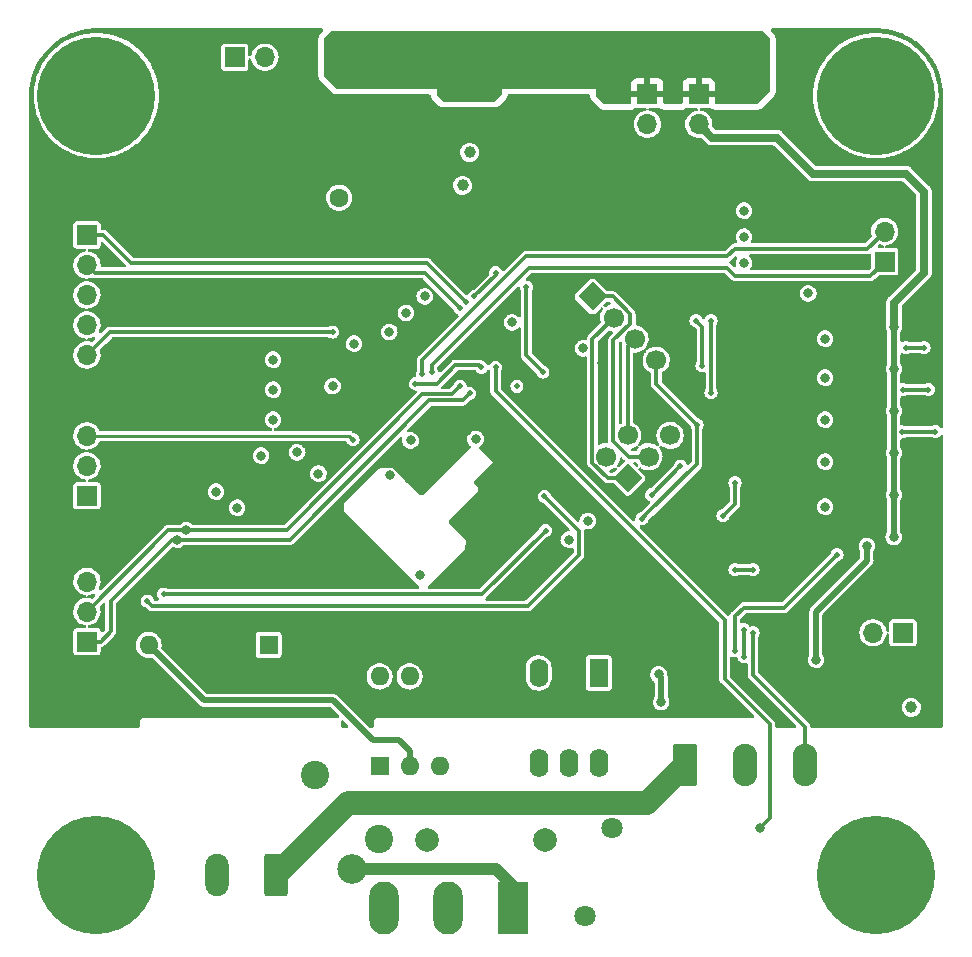
<source format=gbl>
G04 #@! TF.GenerationSoftware,KiCad,Pcbnew,6.0.0-rc1-unknown-b471945224~144~ubuntu20.04.1*
G04 #@! TF.CreationDate,2021-11-25T10:13:17+04:00*
G04 #@! TF.ProjectId,BEEIRON v0.03,42454549-524f-44e2-9076-302e30332e6b,rev?*
G04 #@! TF.SameCoordinates,Original*
G04 #@! TF.FileFunction,Copper,L4,Bot*
G04 #@! TF.FilePolarity,Positive*
%FSLAX46Y46*%
G04 Gerber Fmt 4.6, Leading zero omitted, Abs format (unit mm)*
G04 Created by KiCad (PCBNEW 6.0.0-rc1-unknown-b471945224~144~ubuntu20.04.1) date 2021-11-25 10:13:17*
%MOMM*%
%LPD*%
G01*
G04 APERTURE LIST*
G04 Aperture macros list*
%AMRoundRect*
0 Rectangle with rounded corners*
0 $1 Rounding radius*
0 $2 $3 $4 $5 $6 $7 $8 $9 X,Y pos of 4 corners*
0 Add a 4 corners polygon primitive as box body*
4,1,4,$2,$3,$4,$5,$6,$7,$8,$9,$2,$3,0*
0 Add four circle primitives for the rounded corners*
1,1,$1+$1,$2,$3*
1,1,$1+$1,$4,$5*
1,1,$1+$1,$6,$7*
1,1,$1+$1,$8,$9*
0 Add four rect primitives between the rounded corners*
20,1,$1+$1,$2,$3,$4,$5,0*
20,1,$1+$1,$4,$5,$6,$7,0*
20,1,$1+$1,$6,$7,$8,$9,0*
20,1,$1+$1,$8,$9,$2,$3,0*%
%AMHorizOval*
0 Thick line with rounded ends*
0 $1 width*
0 $2 $3 position (X,Y) of the first rounded end (center of the circle)*
0 $4 $5 position (X,Y) of the second rounded end (center of the circle)*
0 Add line between two ends*
20,1,$1,$2,$3,$4,$5,0*
0 Add two circle primitives to create the rounded ends*
1,1,$1,$2,$3*
1,1,$1,$4,$5*%
%AMRotRect*
0 Rectangle, with rotation*
0 The origin of the aperture is its center*
0 $1 length*
0 $2 width*
0 $3 Rotation angle, in degrees counterclockwise*
0 Add horizontal line*
21,1,$1,$2,0,0,$3*%
G04 Aperture macros list end*
G04 #@! TA.AperFunction,ComponentPad*
%ADD10C,1.600000*%
G04 #@! TD*
G04 #@! TA.AperFunction,ComponentPad*
%ADD11C,2.000000*%
G04 #@! TD*
G04 #@! TA.AperFunction,ComponentPad*
%ADD12R,1.700000X1.700000*%
G04 #@! TD*
G04 #@! TA.AperFunction,ComponentPad*
%ADD13O,1.700000X1.700000*%
G04 #@! TD*
G04 #@! TA.AperFunction,ComponentPad*
%ADD14C,0.900000*%
G04 #@! TD*
G04 #@! TA.AperFunction,ComponentPad*
%ADD15C,10.000000*%
G04 #@! TD*
G04 #@! TA.AperFunction,ComponentPad*
%ADD16C,2.400000*%
G04 #@! TD*
G04 #@! TA.AperFunction,ComponentPad*
%ADD17HorizOval,2.400000X0.000000X0.000000X0.000000X0.000000X0*%
G04 #@! TD*
G04 #@! TA.AperFunction,ComponentPad*
%ADD18R,1.600000X1.600000*%
G04 #@! TD*
G04 #@! TA.AperFunction,ComponentPad*
%ADD19O,1.600000X1.600000*%
G04 #@! TD*
G04 #@! TA.AperFunction,ComponentPad*
%ADD20RoundRect,0.249999X-0.790001X-1.550001X0.790001X-1.550001X0.790001X1.550001X-0.790001X1.550001X0*%
G04 #@! TD*
G04 #@! TA.AperFunction,ComponentPad*
%ADD21O,2.080000X3.600000*%
G04 #@! TD*
G04 #@! TA.AperFunction,ComponentPad*
%ADD22RotRect,1.700000X1.700000X135.000000*%
G04 #@! TD*
G04 #@! TA.AperFunction,ComponentPad*
%ADD23HorizOval,1.700000X0.000000X0.000000X0.000000X0.000000X0*%
G04 #@! TD*
G04 #@! TA.AperFunction,ComponentPad*
%ADD24R,1.600000X2.400000*%
G04 #@! TD*
G04 #@! TA.AperFunction,ComponentPad*
%ADD25O,1.600000X2.400000*%
G04 #@! TD*
G04 #@! TA.AperFunction,ComponentPad*
%ADD26R,2.500000X4.500000*%
G04 #@! TD*
G04 #@! TA.AperFunction,ComponentPad*
%ADD27O,2.500000X4.500000*%
G04 #@! TD*
G04 #@! TA.AperFunction,ComponentPad*
%ADD28RoundRect,0.250000X0.750000X1.550000X-0.750000X1.550000X-0.750000X-1.550000X0.750000X-1.550000X0*%
G04 #@! TD*
G04 #@! TA.AperFunction,ComponentPad*
%ADD29O,2.000000X3.600000*%
G04 #@! TD*
G04 #@! TA.AperFunction,ComponentPad*
%ADD30C,1.800000*%
G04 #@! TD*
G04 #@! TA.AperFunction,ComponentPad*
%ADD31RotRect,1.700000X1.700000X45.000000*%
G04 #@! TD*
G04 #@! TA.AperFunction,ComponentPad*
%ADD32HorizOval,1.700000X0.000000X0.000000X0.000000X0.000000X0*%
G04 #@! TD*
G04 #@! TA.AperFunction,ViaPad*
%ADD33C,1.000000*%
G04 #@! TD*
G04 #@! TA.AperFunction,ViaPad*
%ADD34C,0.800000*%
G04 #@! TD*
G04 #@! TA.AperFunction,ViaPad*
%ADD35C,0.500000*%
G04 #@! TD*
G04 #@! TA.AperFunction,ViaPad*
%ADD36C,2.500000*%
G04 #@! TD*
G04 #@! TA.AperFunction,Conductor*
%ADD37C,0.300000*%
G04 #@! TD*
G04 #@! TA.AperFunction,Conductor*
%ADD38C,0.500000*%
G04 #@! TD*
G04 #@! TA.AperFunction,Conductor*
%ADD39C,0.700000*%
G04 #@! TD*
G04 #@! TA.AperFunction,Conductor*
%ADD40C,0.250000*%
G04 #@! TD*
G04 #@! TA.AperFunction,Conductor*
%ADD41C,2.000000*%
G04 #@! TD*
G04 #@! TA.AperFunction,Conductor*
%ADD42C,1.000000*%
G04 #@! TD*
G04 APERTURE END LIST*
D10*
X129540000Y-72644000D03*
X129540000Y-76144000D03*
D11*
X137000000Y-127000000D03*
X147000000Y-127000000D03*
D12*
X175731000Y-78046000D03*
D13*
X175731000Y-75506000D03*
X175731000Y-72966000D03*
D12*
X177292000Y-109474000D03*
D13*
X174752000Y-109474000D03*
X172212000Y-109474000D03*
D12*
X160000000Y-63875000D03*
D13*
X160000000Y-66415000D03*
X160000000Y-68955000D03*
D12*
X120725000Y-60750000D03*
D13*
X123265000Y-60750000D03*
D14*
X177651650Y-66651650D03*
X175000000Y-60250000D03*
X172348350Y-61348350D03*
X178750000Y-64000000D03*
X171250000Y-64000000D03*
X172348350Y-66651650D03*
D15*
X175000000Y-64000000D03*
D14*
X177651650Y-61348350D03*
X175000000Y-67750000D03*
D16*
X127518056Y-121518056D03*
D17*
X132906210Y-126906210D03*
D12*
X155652393Y-63874870D03*
D13*
X155652393Y-66414870D03*
X155652393Y-68954870D03*
D18*
X132975000Y-120800000D03*
D19*
X135515000Y-120800000D03*
X138055000Y-120800000D03*
X138055000Y-113180000D03*
X135515000Y-113180000D03*
X132975000Y-113180000D03*
D20*
X158840000Y-120700000D03*
D21*
X163920000Y-120700000D03*
X169000000Y-120700000D03*
D22*
X153979773Y-96362329D03*
D23*
X152183722Y-94566278D03*
X155775824Y-94566278D03*
X153979773Y-92770227D03*
X157571875Y-92770227D03*
X155775824Y-90974175D03*
D14*
X106348350Y-61348350D03*
X112750000Y-64000000D03*
X106348350Y-66651650D03*
X109000000Y-67750000D03*
X111651650Y-66651650D03*
D15*
X109000000Y-64000000D03*
D14*
X105250000Y-64000000D03*
X111651650Y-61348350D03*
X109000000Y-60250000D03*
D24*
X151525000Y-112880000D03*
D25*
X148985000Y-112880000D03*
X146445000Y-112880000D03*
X146445000Y-120500000D03*
X148985000Y-120500000D03*
X151525000Y-120500000D03*
D26*
X144250000Y-132750000D03*
D27*
X138800000Y-132750000D03*
X133350000Y-132750000D03*
D12*
X108200000Y-110220000D03*
D13*
X108200000Y-107680000D03*
X108200000Y-105140000D03*
X108200000Y-102600000D03*
D14*
X175000000Y-126250000D03*
D15*
X175000000Y-130000000D03*
D14*
X172348350Y-132651650D03*
X175000000Y-133750000D03*
X171250000Y-130000000D03*
X172348350Y-127348350D03*
X178750000Y-130000000D03*
X177651650Y-132651650D03*
X177651650Y-127348350D03*
D12*
X108200000Y-97880000D03*
D13*
X108200000Y-95340000D03*
X108200000Y-92800000D03*
X108200000Y-90260000D03*
D28*
X124200000Y-130000000D03*
D29*
X119200000Y-130000000D03*
D18*
X123580000Y-110500000D03*
D19*
X113420000Y-110500000D03*
D12*
X108200000Y-75800000D03*
D13*
X108200000Y-78340000D03*
X108200000Y-80880000D03*
X108200000Y-83420000D03*
X108200000Y-85960000D03*
D14*
X112750000Y-130000000D03*
X106348350Y-127348350D03*
X109000000Y-126250000D03*
X109000000Y-133750000D03*
X106348350Y-132651650D03*
X111651650Y-127348350D03*
D15*
X109000000Y-130000000D03*
D14*
X111651650Y-132651650D03*
X105250000Y-130000000D03*
D30*
X150350000Y-133500000D03*
X152650000Y-126000000D03*
D31*
X151007898Y-81007898D03*
D32*
X152803949Y-82803949D03*
X154600000Y-84600000D03*
X156396052Y-86396052D03*
D33*
X137922000Y-71628000D03*
X131064000Y-75946000D03*
D34*
X147400000Y-82200000D03*
X148800000Y-83600000D03*
D33*
X147000000Y-71400000D03*
D34*
X154400000Y-105000000D03*
D33*
X149200000Y-71400000D03*
D34*
X158800000Y-106800000D03*
X106125000Y-114500000D03*
X133860000Y-96110000D03*
X139400000Y-91500000D03*
X136400000Y-104600000D03*
D33*
X144200000Y-68800000D03*
D34*
X135500000Y-96500000D03*
X140384156Y-92381928D03*
X119888000Y-96774000D03*
X113538000Y-86360000D03*
D33*
X124200000Y-74200000D03*
X164400000Y-66000000D03*
D34*
X134300000Y-94500000D03*
D33*
X148000000Y-64800000D03*
X179600000Y-115800000D03*
D34*
X147600000Y-80200000D03*
X124206000Y-99568000D03*
X157400000Y-112200000D03*
X154400000Y-106400000D03*
X151800000Y-86600000D03*
D35*
X144000000Y-88000000D03*
D34*
X176530000Y-94234000D03*
X176530000Y-87122000D03*
X174244000Y-102120500D03*
X169926000Y-111760000D03*
X176508023Y-101367977D03*
X176530000Y-97790000D03*
X176530000Y-90678000D03*
X176530000Y-83566000D03*
D33*
X154500000Y-59500000D03*
X159000000Y-61500000D03*
X144000000Y-61500000D03*
D34*
X163831000Y-78146000D03*
X170688000Y-87884000D03*
X136800000Y-81000000D03*
D33*
X131500000Y-61500000D03*
X161000000Y-61500000D03*
D34*
X150600000Y-100000000D03*
D33*
X165000000Y-59500000D03*
D34*
X126000000Y-94200000D03*
X141098639Y-93080870D03*
D33*
X159000000Y-59500000D03*
X140000000Y-71600000D03*
X142400000Y-63400000D03*
D34*
X123952000Y-91440000D03*
D33*
X131500000Y-59500000D03*
D34*
X123952000Y-86360000D03*
D33*
X154500000Y-61500000D03*
D34*
X163831000Y-73746000D03*
X170688000Y-94996000D03*
D33*
X138800000Y-63400000D03*
X135500000Y-59500000D03*
D34*
X170688000Y-84582000D03*
D33*
X165000000Y-61500000D03*
X137500000Y-59500000D03*
X152000000Y-61500000D03*
X149000000Y-62200000D03*
D34*
X135600000Y-93200000D03*
D33*
X140600000Y-62800000D03*
D34*
X149000000Y-101600000D03*
D33*
X137500000Y-61500000D03*
X133500000Y-59500000D03*
X150000000Y-59500000D03*
X163000000Y-59500000D03*
X146000000Y-59500000D03*
D34*
X170688000Y-98806000D03*
D33*
X163000000Y-61500000D03*
X147000000Y-62200000D03*
X142000000Y-59200000D03*
X161000000Y-59500000D03*
X133500000Y-61500000D03*
D34*
X130800000Y-85000000D03*
X144200000Y-83200000D03*
D33*
X178000000Y-115800000D03*
X140600000Y-68800000D03*
X156500000Y-61500000D03*
D35*
X144600000Y-88600000D03*
D34*
X120904000Y-98889500D03*
D33*
X144000000Y-59500000D03*
D34*
X133800000Y-84000000D03*
X150200000Y-85400000D03*
X170688000Y-91440000D03*
X163831000Y-75946000D03*
X129000000Y-88600000D03*
D33*
X129500000Y-61500000D03*
D34*
X122936000Y-94488000D03*
D33*
X148000000Y-59500000D03*
D34*
X127800000Y-96000000D03*
X169275211Y-80742988D03*
D33*
X139600000Y-59200000D03*
D34*
X135200000Y-82400000D03*
D33*
X164400000Y-64200000D03*
D34*
X119126000Y-97536000D03*
D33*
X135500000Y-61500000D03*
X156500000Y-59500000D03*
X129500000Y-59500000D03*
D34*
X123952000Y-88900000D03*
D33*
X152000000Y-59500000D03*
D35*
X155194000Y-99822000D03*
X159857000Y-91857000D03*
X163068000Y-110998000D03*
X171704000Y-102870000D03*
X161036000Y-89154000D03*
X161036000Y-83058000D03*
X158452641Y-95347359D03*
X156000000Y-97800000D03*
X180031978Y-92456000D03*
X177229500Y-92476502D03*
X136600000Y-87600000D03*
X137400000Y-87400000D03*
D34*
X115824000Y-101600000D03*
D35*
X140600000Y-89200000D03*
X139800000Y-88600000D03*
D34*
X116624000Y-100800000D03*
D35*
X160274000Y-86868000D03*
X159766000Y-83058000D03*
X146939303Y-97939303D03*
X113300000Y-106800000D03*
X147027207Y-100831793D03*
X114700000Y-106200000D03*
X130725000Y-93125000D03*
X179432478Y-88900000D03*
X177292000Y-88900000D03*
X139800000Y-82000000D03*
X136000000Y-88400000D03*
X141600000Y-87000000D03*
X145400000Y-80200000D03*
X146800000Y-87400000D03*
X141000000Y-81000000D03*
X142800000Y-79000000D03*
X129000000Y-84019500D03*
X179070000Y-85344000D03*
X177546000Y-85344000D03*
D34*
X156815204Y-115349500D03*
X156600000Y-113000000D03*
D35*
X163068000Y-104140000D03*
X164592000Y-109474000D03*
X164592000Y-104140000D03*
X140291689Y-81502460D03*
X162052000Y-99568000D03*
X163830000Y-109220000D03*
X163068000Y-96774000D03*
X163830000Y-111506000D03*
X142800000Y-87000000D03*
D34*
X165200000Y-126000000D03*
D36*
X130600000Y-129500000D03*
D37*
X111956386Y-78174386D02*
X136963614Y-78174386D01*
X111956386Y-78174386D02*
X109582000Y-75800000D01*
X109582000Y-75800000D02*
X108200000Y-75800000D01*
X139800000Y-82000000D02*
X136800000Y-79000000D01*
X136800000Y-79000000D02*
X108860000Y-79000000D01*
X108860000Y-79000000D02*
X108200000Y-78340000D01*
X136963614Y-78174386D02*
X140291689Y-81502460D01*
D38*
X113420000Y-110500000D02*
X118120000Y-115200000D01*
X134600000Y-118600000D02*
X135515000Y-119515000D01*
X132400000Y-118600000D02*
X134600000Y-118600000D01*
X118120000Y-115200000D02*
X129000000Y-115200000D01*
X135515000Y-119515000D02*
X135515000Y-120800000D01*
X129000000Y-115200000D02*
X132400000Y-118600000D01*
D39*
X166624000Y-67564000D02*
X169672000Y-70612000D01*
D38*
X174244000Y-103378000D02*
X174244000Y-102120500D01*
X176530000Y-87122000D02*
X176530000Y-90678000D01*
X176530000Y-90678000D02*
X176530000Y-94234000D01*
X176530000Y-84582000D02*
X176530000Y-83566000D01*
X176530000Y-97790000D02*
X176530000Y-101346000D01*
X169926000Y-107696000D02*
X174244000Y-103378000D01*
X176530000Y-84582000D02*
X176530000Y-87122000D01*
X169926000Y-111760000D02*
X169926000Y-107696000D01*
D39*
X160000000Y-66415000D02*
X161149000Y-67564000D01*
X177546000Y-70612000D02*
X179070000Y-72136000D01*
X161149000Y-67564000D02*
X166624000Y-67564000D01*
X179070000Y-72136000D02*
X179070000Y-78994000D01*
X179070000Y-78994000D02*
X176530000Y-81534000D01*
X169672000Y-70612000D02*
X177546000Y-70612000D01*
D38*
X176530000Y-101346000D02*
X176508023Y-101367977D01*
X176530000Y-94234000D02*
X176530000Y-97790000D01*
D39*
X176530000Y-81534000D02*
X176530000Y-83566000D01*
D37*
X159857000Y-91857000D02*
X159857000Y-95159000D01*
X156396052Y-86396052D02*
X156396052Y-88396052D01*
X155575000Y-99441000D02*
X155194000Y-99822000D01*
X159857000Y-95159000D02*
X155575000Y-99441000D01*
X156396052Y-88396052D02*
X159857000Y-91857000D01*
X163816398Y-107342576D02*
X163068000Y-108090974D01*
X167231424Y-107342576D02*
X163816398Y-107342576D01*
X163068000Y-108090974D02*
X163068000Y-110998000D01*
X171704000Y-102870000D02*
X167231424Y-107342576D01*
X161036000Y-89154000D02*
X161036000Y-83058000D01*
X151007898Y-81007898D02*
X152704264Y-81007898D01*
X154200000Y-82503634D02*
X154200000Y-83303634D01*
X152780262Y-93267082D02*
X154079458Y-94566278D01*
X154079458Y-94566278D02*
X155775824Y-94566278D01*
X152704264Y-81007898D02*
X154200000Y-82503634D01*
X152780262Y-84723372D02*
X152780262Y-93267082D01*
X154200000Y-83303634D02*
X152780262Y-84723372D01*
X154600000Y-84600000D02*
X153979773Y-85220227D01*
X156000000Y-97800000D02*
X158452641Y-95347359D01*
X153979773Y-85220227D02*
X153979773Y-92770227D01*
X180031978Y-92456000D02*
X177250002Y-92456000D01*
X177250002Y-92456000D02*
X177229500Y-92476502D01*
X136600000Y-86400000D02*
X145400000Y-77600000D01*
X162430000Y-77600000D02*
X163068000Y-76962000D01*
X174275000Y-76962000D02*
X175731000Y-75506000D01*
X145400000Y-77600000D02*
X162430000Y-77600000D01*
X163068000Y-76962000D02*
X174275000Y-76962000D01*
X136600000Y-87600000D02*
X136600000Y-86400000D01*
X163068000Y-79248000D02*
X174529000Y-79248000D01*
X137400000Y-87400000D02*
X137400000Y-86800000D01*
X145600000Y-78600000D02*
X162420000Y-78600000D01*
X137400000Y-86800000D02*
X145600000Y-78600000D01*
X174529000Y-79248000D02*
X175731000Y-78046000D01*
X162420000Y-78600000D02*
X163068000Y-79248000D01*
X137200978Y-89799022D02*
X125400000Y-101600000D01*
X109350000Y-110220000D02*
X108200000Y-110220000D01*
X115400000Y-101600000D02*
X110200000Y-106800000D01*
X140600000Y-89200000D02*
X140000978Y-89799022D01*
X110200000Y-106800000D02*
X110200000Y-109370000D01*
X125400000Y-101600000D02*
X115824000Y-101600000D01*
X110200000Y-109370000D02*
X109350000Y-110220000D01*
X115824000Y-101600000D02*
X115400000Y-101600000D01*
X140000978Y-89799022D02*
X137200978Y-89799022D01*
X139800000Y-88600000D02*
X139100489Y-89299511D01*
X139100489Y-89299511D02*
X136606904Y-89299511D01*
X136606904Y-89299511D02*
X125106415Y-100800000D01*
X115080000Y-100800000D02*
X108200000Y-107680000D01*
X125106415Y-100800000D02*
X116624000Y-100800000D01*
X116624000Y-100800000D02*
X115080000Y-100800000D01*
X152803949Y-82803949D02*
X150984211Y-84623687D01*
X160274000Y-83566000D02*
X159766000Y-83058000D01*
X150984211Y-84623687D02*
X150984211Y-95063133D01*
X160274000Y-86868000D02*
X160274000Y-83566000D01*
X152283407Y-96362329D02*
X153979773Y-96362329D01*
X150984211Y-95063133D02*
X152283407Y-96362329D01*
X146939303Y-97939303D02*
X149849000Y-100849000D01*
X149849000Y-102881000D02*
X145530000Y-107200000D01*
X113700000Y-107200000D02*
X113300000Y-106800000D01*
X145530000Y-107200000D02*
X113700000Y-107200000D01*
X149849000Y-100849000D02*
X149849000Y-102881000D01*
X114700000Y-106200000D02*
X137188000Y-106200000D01*
X147027207Y-100831793D02*
X141659000Y-106200000D01*
X141659000Y-106200000D02*
X137188000Y-106200000D01*
D40*
X130400000Y-92800000D02*
X130725000Y-93125000D01*
X108200000Y-92800000D02*
X130400000Y-92800000D01*
D37*
X179432478Y-88900000D02*
X177292000Y-88900000D01*
X141400000Y-86800000D02*
X141600000Y-87000000D01*
X136000000Y-88400000D02*
X137800000Y-88400000D01*
X137800000Y-88400000D02*
X139400000Y-86800000D01*
X139400000Y-86800000D02*
X141400000Y-86800000D01*
X145400000Y-86000000D02*
X145400000Y-80200000D01*
X146800000Y-87400000D02*
X145400000Y-86000000D01*
X141000000Y-81000000D02*
X142800000Y-79200000D01*
X108200000Y-85960000D02*
X110140500Y-84019500D01*
X142800000Y-79200000D02*
X142800000Y-79000000D01*
X110140500Y-84019500D02*
X129000000Y-84019500D01*
D41*
X155639511Y-123900489D02*
X158840000Y-120700000D01*
X130299511Y-123900489D02*
X155639511Y-123900489D01*
X124200000Y-130000000D02*
X130299511Y-123900489D01*
D37*
X177546000Y-85344000D02*
X179070000Y-85344000D01*
D38*
X156815204Y-113215204D02*
X156815204Y-115349500D01*
X156600000Y-113000000D02*
X156815204Y-113215204D01*
D37*
X164592000Y-113030000D02*
X169000000Y-117438000D01*
X169000000Y-117438000D02*
X169000000Y-120700000D01*
X163068000Y-104140000D02*
X164592000Y-104140000D01*
X164592000Y-109474000D02*
X164592000Y-113030000D01*
X163068000Y-96774000D02*
X163068000Y-98552000D01*
X163830000Y-111506000D02*
X163830000Y-109220000D01*
X163068000Y-98552000D02*
X162052000Y-99568000D01*
X162200000Y-113400000D02*
X166000000Y-117200000D01*
X166000000Y-125200000D02*
X165200000Y-126000000D01*
X142800000Y-87000000D02*
X142800000Y-89000000D01*
X162200000Y-108400000D02*
X162200000Y-113400000D01*
X142800000Y-89000000D02*
X162200000Y-108400000D01*
X166000000Y-117200000D02*
X166000000Y-125200000D01*
D42*
X142800000Y-129500000D02*
X144250000Y-130950000D01*
X144250000Y-130950000D02*
X144250000Y-132750000D01*
X130600000Y-129500000D02*
X142800000Y-129500000D01*
G04 #@! TA.AperFunction,Conductor*
G36*
X165415931Y-58520002D02*
G01*
X165436905Y-58536905D01*
X165963095Y-59063095D01*
X165997121Y-59125407D01*
X166000000Y-59152190D01*
X166000000Y-63647810D01*
X165979998Y-63715931D01*
X165963095Y-63736905D01*
X165036905Y-64663095D01*
X164974593Y-64697121D01*
X164947810Y-64700000D01*
X161484000Y-64700000D01*
X161415879Y-64679998D01*
X161369386Y-64626342D01*
X161358000Y-64574000D01*
X161358000Y-64147115D01*
X161353525Y-64131876D01*
X161352135Y-64130671D01*
X161344452Y-64129000D01*
X158660116Y-64129000D01*
X158644877Y-64133475D01*
X158643672Y-64134865D01*
X158642001Y-64142548D01*
X158642001Y-64574000D01*
X158621999Y-64642121D01*
X158568343Y-64688614D01*
X158516001Y-64700000D01*
X157136393Y-64700000D01*
X157068272Y-64679998D01*
X157021779Y-64626342D01*
X157010393Y-64574000D01*
X157010393Y-64146985D01*
X157005918Y-64131746D01*
X157004528Y-64130541D01*
X156996845Y-64128870D01*
X154312509Y-64128870D01*
X154297270Y-64133345D01*
X154296065Y-64134735D01*
X154294394Y-64142418D01*
X154294394Y-64574000D01*
X154274392Y-64642121D01*
X154220736Y-64688614D01*
X154168394Y-64700000D01*
X152002190Y-64700000D01*
X151934069Y-64679998D01*
X151913095Y-64663095D01*
X151300000Y-64050000D01*
X151300000Y-63602755D01*
X154294393Y-63602755D01*
X154298868Y-63617994D01*
X154300258Y-63619199D01*
X154307941Y-63620870D01*
X155380278Y-63620870D01*
X155395517Y-63616395D01*
X155396722Y-63615005D01*
X155398393Y-63607322D01*
X155398393Y-63602755D01*
X155906393Y-63602755D01*
X155910868Y-63617994D01*
X155912258Y-63619199D01*
X155919941Y-63620870D01*
X156992277Y-63620870D01*
X157007516Y-63616395D01*
X157008721Y-63615005D01*
X157010392Y-63607322D01*
X157010392Y-63602885D01*
X158642000Y-63602885D01*
X158646475Y-63618124D01*
X158647865Y-63619329D01*
X158655548Y-63621000D01*
X159727885Y-63621000D01*
X159743124Y-63616525D01*
X159744329Y-63615135D01*
X159746000Y-63607452D01*
X159746000Y-63602885D01*
X160254000Y-63602885D01*
X160258475Y-63618124D01*
X160259865Y-63619329D01*
X160267548Y-63621000D01*
X161339884Y-63621000D01*
X161355123Y-63616525D01*
X161356328Y-63615135D01*
X161357999Y-63607452D01*
X161357999Y-62980331D01*
X161357629Y-62973510D01*
X161352105Y-62922648D01*
X161348479Y-62907396D01*
X161303324Y-62786946D01*
X161294786Y-62771351D01*
X161218285Y-62669276D01*
X161205724Y-62656715D01*
X161103649Y-62580214D01*
X161088054Y-62571676D01*
X160967606Y-62526522D01*
X160952351Y-62522895D01*
X160901486Y-62517369D01*
X160894672Y-62517000D01*
X160272115Y-62517000D01*
X160256876Y-62521475D01*
X160255671Y-62522865D01*
X160254000Y-62530548D01*
X160254000Y-63602885D01*
X159746000Y-63602885D01*
X159746000Y-62535116D01*
X159741525Y-62519877D01*
X159740135Y-62518672D01*
X159732452Y-62517001D01*
X159105331Y-62517001D01*
X159098510Y-62517371D01*
X159047648Y-62522895D01*
X159032396Y-62526521D01*
X158911946Y-62571676D01*
X158896351Y-62580214D01*
X158794276Y-62656715D01*
X158781715Y-62669276D01*
X158705214Y-62771351D01*
X158696676Y-62786946D01*
X158651522Y-62907394D01*
X158647895Y-62922649D01*
X158642369Y-62973514D01*
X158642000Y-62980328D01*
X158642000Y-63602885D01*
X157010392Y-63602885D01*
X157010392Y-62980201D01*
X157010022Y-62973380D01*
X157004498Y-62922518D01*
X157000872Y-62907266D01*
X156955717Y-62786816D01*
X156947179Y-62771221D01*
X156870678Y-62669146D01*
X156858117Y-62656585D01*
X156756042Y-62580084D01*
X156740447Y-62571546D01*
X156619999Y-62526392D01*
X156604744Y-62522765D01*
X156553879Y-62517239D01*
X156547065Y-62516870D01*
X155924508Y-62516870D01*
X155909269Y-62521345D01*
X155908064Y-62522735D01*
X155906393Y-62530418D01*
X155906393Y-63602755D01*
X155398393Y-63602755D01*
X155398393Y-62534986D01*
X155393918Y-62519747D01*
X155392528Y-62518542D01*
X155384845Y-62516871D01*
X154757724Y-62516871D01*
X154750903Y-62517241D01*
X154700041Y-62522765D01*
X154684789Y-62526391D01*
X154564339Y-62571546D01*
X154548744Y-62580084D01*
X154446669Y-62656585D01*
X154434108Y-62669146D01*
X154357607Y-62771221D01*
X154349069Y-62786816D01*
X154303915Y-62907264D01*
X154300288Y-62922519D01*
X154294762Y-62973384D01*
X154294393Y-62980198D01*
X154294393Y-63602755D01*
X151300000Y-63602755D01*
X151300000Y-63400000D01*
X143300000Y-63400000D01*
X143300000Y-63950000D01*
X142786905Y-64463095D01*
X142724593Y-64497121D01*
X142697810Y-64500000D01*
X138402190Y-64500000D01*
X138334069Y-64479998D01*
X138313095Y-64463095D01*
X137800000Y-63950000D01*
X137800000Y-63400000D01*
X129352190Y-63400000D01*
X129284069Y-63379998D01*
X129263095Y-63363095D01*
X128336905Y-62436905D01*
X128302879Y-62374593D01*
X128300000Y-62347810D01*
X128300000Y-59152190D01*
X128320002Y-59084069D01*
X128336905Y-59063095D01*
X128863095Y-58536905D01*
X128925407Y-58502879D01*
X128952190Y-58500000D01*
X165347810Y-58500000D01*
X165415931Y-58520002D01*
G37*
G04 #@! TD.AperFunction*
G04 #@! TA.AperFunction,Conductor*
G36*
X128156825Y-58320002D02*
G01*
X128203318Y-58373658D01*
X128213422Y-58443932D01*
X128183928Y-58508512D01*
X128177799Y-58515095D01*
X127983352Y-58709542D01*
X127947594Y-58749348D01*
X127930691Y-58770322D01*
X127899375Y-58813749D01*
X127840255Y-58943204D01*
X127820253Y-59011325D01*
X127819613Y-59015774D01*
X127819612Y-59015780D01*
X127800639Y-59147742D01*
X127800638Y-59147749D01*
X127800000Y-59152190D01*
X127800000Y-62347810D01*
X127802864Y-62401249D01*
X127805743Y-62428032D01*
X127814307Y-62480882D01*
X127864043Y-62614223D01*
X127866196Y-62618166D01*
X127866197Y-62618168D01*
X127895913Y-62672587D01*
X127898069Y-62676535D01*
X127900764Y-62680135D01*
X127980655Y-62786856D01*
X127980659Y-62786861D01*
X127983352Y-62790458D01*
X128909542Y-63716648D01*
X128949348Y-63752406D01*
X128970322Y-63769309D01*
X129013749Y-63800625D01*
X129143204Y-63859745D01*
X129166958Y-63866720D01*
X129207002Y-63878478D01*
X129207006Y-63878479D01*
X129211325Y-63879747D01*
X129215774Y-63880387D01*
X129215780Y-63880388D01*
X129347742Y-63899361D01*
X129347749Y-63899362D01*
X129352190Y-63900000D01*
X137181445Y-63900000D01*
X137249566Y-63920002D01*
X137296059Y-63973658D01*
X137306723Y-64012531D01*
X137311427Y-64056283D01*
X137361161Y-64189624D01*
X137366560Y-64196836D01*
X137366561Y-64196838D01*
X137388733Y-64226456D01*
X137446447Y-64303553D01*
X137959542Y-64816648D01*
X137999348Y-64852406D01*
X138020322Y-64869309D01*
X138063749Y-64900625D01*
X138193204Y-64959745D01*
X138216958Y-64966720D01*
X138257002Y-64978478D01*
X138257006Y-64978479D01*
X138261325Y-64979747D01*
X138265774Y-64980387D01*
X138265780Y-64980388D01*
X138397742Y-64999361D01*
X138397749Y-64999362D01*
X138402190Y-65000000D01*
X142697810Y-65000000D01*
X142730829Y-64998230D01*
X142749555Y-64997227D01*
X142749563Y-64997226D01*
X142751249Y-64997136D01*
X142762383Y-64995939D01*
X142776368Y-64994436D01*
X142776373Y-64994435D01*
X142778032Y-64994257D01*
X142830882Y-64985693D01*
X142880199Y-64967298D01*
X142960009Y-64937529D01*
X142960011Y-64937528D01*
X142964223Y-64935957D01*
X142991067Y-64921299D01*
X143022587Y-64904087D01*
X143022589Y-64904086D01*
X143026535Y-64901931D01*
X143094204Y-64851274D01*
X143136856Y-64819345D01*
X143136861Y-64819341D01*
X143140458Y-64816648D01*
X143653553Y-64303553D01*
X143655666Y-64300930D01*
X143655674Y-64300922D01*
X143715682Y-64226456D01*
X143720627Y-64220320D01*
X143779746Y-64090866D01*
X143791651Y-64008068D01*
X143821144Y-63943487D01*
X143880870Y-63905104D01*
X143916368Y-63900000D01*
X150674000Y-63900000D01*
X150742121Y-63920002D01*
X150788614Y-63973658D01*
X150800000Y-64026000D01*
X150800000Y-64050000D01*
X150811427Y-64156283D01*
X150861161Y-64289624D01*
X150866560Y-64296836D01*
X150866561Y-64296838D01*
X150871588Y-64303553D01*
X150946447Y-64403553D01*
X151559542Y-65016648D01*
X151560798Y-65017777D01*
X151560803Y-65017781D01*
X151567284Y-65023603D01*
X151599348Y-65052406D01*
X151620322Y-65069309D01*
X151663749Y-65100625D01*
X151793204Y-65159745D01*
X151816958Y-65166720D01*
X151857002Y-65178478D01*
X151857006Y-65178479D01*
X151861325Y-65179747D01*
X151865774Y-65180387D01*
X151865780Y-65180388D01*
X151997742Y-65199361D01*
X151997749Y-65199362D01*
X152002190Y-65200000D01*
X154168394Y-65200000D01*
X154171741Y-65199640D01*
X154171744Y-65199640D01*
X154271310Y-65188936D01*
X154271316Y-65188935D01*
X154274674Y-65188574D01*
X154283372Y-65186682D01*
X154323735Y-65177902D01*
X154323740Y-65177901D01*
X154327016Y-65177188D01*
X154428443Y-65143430D01*
X154548166Y-65066489D01*
X154583621Y-65035767D01*
X154648202Y-65006274D01*
X154717082Y-65015752D01*
X154732066Y-65022376D01*
X154757747Y-65025370D01*
X155467381Y-65025370D01*
X155535502Y-65045372D01*
X155581995Y-65099028D01*
X155592099Y-65169302D01*
X155562605Y-65233882D01*
X155502879Y-65272266D01*
X155488719Y-65275550D01*
X155359043Y-65297832D01*
X155359042Y-65297832D01*
X155353346Y-65298811D01*
X155154968Y-65371997D01*
X155150007Y-65374949D01*
X155150006Y-65374949D01*
X155132482Y-65385375D01*
X154973249Y-65480108D01*
X154814274Y-65619525D01*
X154683369Y-65785578D01*
X154680680Y-65790689D01*
X154680678Y-65790692D01*
X154668097Y-65814605D01*
X154584916Y-65972706D01*
X154522213Y-66174643D01*
X154497360Y-66384624D01*
X154511189Y-66595619D01*
X154512610Y-66601215D01*
X154512611Y-66601220D01*
X154535177Y-66690070D01*
X154563238Y-66800560D01*
X154565655Y-66805803D01*
X154599562Y-66879353D01*
X154651762Y-66992584D01*
X154773798Y-67165261D01*
X154925258Y-67312807D01*
X154930054Y-67316012D01*
X154930057Y-67316014D01*
X155067985Y-67408174D01*
X155101070Y-67430281D01*
X155106378Y-67432562D01*
X155106379Y-67432562D01*
X155290043Y-67511470D01*
X155290046Y-67511471D01*
X155295346Y-67513748D01*
X155300975Y-67515022D01*
X155300976Y-67515022D01*
X155495943Y-67559139D01*
X155495946Y-67559139D01*
X155501579Y-67560414D01*
X155507350Y-67560641D01*
X155507352Y-67560641D01*
X155569382Y-67563078D01*
X155712863Y-67568716D01*
X155718572Y-67567888D01*
X155718576Y-67567888D01*
X155916408Y-67539203D01*
X155916412Y-67539202D01*
X155922123Y-67538374D01*
X156001380Y-67511470D01*
X156116876Y-67472265D01*
X156116881Y-67472263D01*
X156122348Y-67470407D01*
X156189693Y-67432692D01*
X156301788Y-67369916D01*
X156301792Y-67369913D01*
X156306835Y-67367089D01*
X156469405Y-67231882D01*
X156604612Y-67069312D01*
X156607436Y-67064269D01*
X156607439Y-67064265D01*
X156705106Y-66889868D01*
X156705107Y-66889866D01*
X156707930Y-66884825D01*
X156709786Y-66879358D01*
X156709788Y-66879353D01*
X156774040Y-66690070D01*
X156775897Y-66684600D01*
X156780867Y-66650327D01*
X156805707Y-66479010D01*
X156805707Y-66479008D01*
X156806239Y-66475340D01*
X156807822Y-66414870D01*
X156788474Y-66204310D01*
X156731079Y-66000801D01*
X156720010Y-65978354D01*
X156640112Y-65816339D01*
X156637558Y-65811160D01*
X156511044Y-65641737D01*
X156410679Y-65548960D01*
X156360015Y-65502127D01*
X156360013Y-65502125D01*
X156355774Y-65498207D01*
X156350891Y-65495126D01*
X156181827Y-65388454D01*
X156181826Y-65388454D01*
X156176947Y-65385375D01*
X155980553Y-65307022D01*
X155974896Y-65305897D01*
X155974890Y-65305895D01*
X155819309Y-65274949D01*
X155756399Y-65242042D01*
X155721267Y-65180347D01*
X155725067Y-65109452D01*
X155766592Y-65051866D01*
X155832659Y-65025872D01*
X155843890Y-65025370D01*
X156547039Y-65025370D01*
X156550743Y-65024929D01*
X156550746Y-65024929D01*
X156563854Y-65023369D01*
X156563855Y-65023369D01*
X156573239Y-65022252D01*
X156588841Y-65015322D01*
X156659215Y-65005947D01*
X156722502Y-65035247D01*
X156797952Y-65100625D01*
X156927407Y-65159745D01*
X156951161Y-65166720D01*
X156991205Y-65178478D01*
X156991209Y-65178479D01*
X156995528Y-65179747D01*
X156999977Y-65180387D01*
X156999983Y-65180388D01*
X157131945Y-65199361D01*
X157131952Y-65199362D01*
X157136393Y-65200000D01*
X158516001Y-65200000D01*
X158519348Y-65199640D01*
X158519351Y-65199640D01*
X158618917Y-65188936D01*
X158618923Y-65188935D01*
X158622281Y-65188574D01*
X158630979Y-65186682D01*
X158671342Y-65177902D01*
X158671347Y-65177901D01*
X158674623Y-65177188D01*
X158776050Y-65143430D01*
X158895773Y-65066489D01*
X158913332Y-65051274D01*
X158931131Y-65035852D01*
X158995712Y-65006360D01*
X159064588Y-65015837D01*
X159071007Y-65018675D01*
X159071009Y-65018675D01*
X159079673Y-65022506D01*
X159105354Y-65025500D01*
X159814988Y-65025500D01*
X159883109Y-65045502D01*
X159929602Y-65099158D01*
X159939706Y-65169432D01*
X159910212Y-65234012D01*
X159850486Y-65272396D01*
X159836326Y-65275680D01*
X159706650Y-65297962D01*
X159706649Y-65297962D01*
X159700953Y-65298941D01*
X159502575Y-65372127D01*
X159497614Y-65375079D01*
X159497613Y-65375079D01*
X159480089Y-65385505D01*
X159320856Y-65480238D01*
X159161881Y-65619655D01*
X159030976Y-65785708D01*
X159028287Y-65790819D01*
X159028285Y-65790822D01*
X158978400Y-65885638D01*
X158932523Y-65972836D01*
X158869820Y-66174773D01*
X158844967Y-66384754D01*
X158858796Y-66595749D01*
X158860217Y-66601345D01*
X158860218Y-66601350D01*
X158909391Y-66794965D01*
X158910845Y-66800690D01*
X158913262Y-66805933D01*
X158981694Y-66954373D01*
X158999369Y-66992714D01*
X159121405Y-67165391D01*
X159272865Y-67312937D01*
X159277661Y-67316142D01*
X159277664Y-67316144D01*
X159353909Y-67367089D01*
X159448677Y-67430411D01*
X159453985Y-67432692D01*
X159453986Y-67432692D01*
X159637650Y-67511600D01*
X159637653Y-67511601D01*
X159642953Y-67513878D01*
X159648582Y-67515152D01*
X159648583Y-67515152D01*
X159843550Y-67559269D01*
X159843553Y-67559269D01*
X159849186Y-67560544D01*
X159854957Y-67560771D01*
X159854959Y-67560771D01*
X159916989Y-67563208D01*
X160060470Y-67568846D01*
X160116162Y-67560771D01*
X160149428Y-67555948D01*
X160219714Y-67565968D01*
X160256603Y-67591549D01*
X160631752Y-67966698D01*
X160639593Y-67975315D01*
X160643798Y-67981940D01*
X160649577Y-67987367D01*
X160649578Y-67987368D01*
X160694816Y-68029849D01*
X160697658Y-68032604D01*
X160717965Y-68052911D01*
X160721096Y-68055340D01*
X160721102Y-68055345D01*
X160721377Y-68055558D01*
X160730390Y-68063255D01*
X160763607Y-68094448D01*
X160770554Y-68098267D01*
X160782066Y-68104596D01*
X160798590Y-68115450D01*
X160815236Y-68128362D01*
X160849681Y-68143268D01*
X160857041Y-68146453D01*
X160867700Y-68151675D01*
X160900686Y-68169809D01*
X160900690Y-68169810D01*
X160907632Y-68173627D01*
X160915305Y-68175597D01*
X160915307Y-68175598D01*
X160928036Y-68178866D01*
X160946740Y-68185270D01*
X160958793Y-68190486D01*
X160958802Y-68190489D01*
X160966073Y-68193635D01*
X160973901Y-68194875D01*
X160973902Y-68194875D01*
X161011067Y-68200761D01*
X161022693Y-68203169D01*
X161059146Y-68212529D01*
X161059147Y-68212529D01*
X161066823Y-68214500D01*
X161087890Y-68214500D01*
X161107602Y-68216051D01*
X161128405Y-68219346D01*
X161136297Y-68218600D01*
X161173756Y-68215059D01*
X161185614Y-68214500D01*
X166302364Y-68214500D01*
X166370485Y-68234502D01*
X166391459Y-68251405D01*
X169154752Y-71014698D01*
X169162593Y-71023315D01*
X169166798Y-71029940D01*
X169172577Y-71035367D01*
X169172578Y-71035368D01*
X169217816Y-71077849D01*
X169220658Y-71080604D01*
X169240965Y-71100911D01*
X169244096Y-71103340D01*
X169244102Y-71103345D01*
X169244377Y-71103558D01*
X169253390Y-71111255D01*
X169286607Y-71142448D01*
X169293554Y-71146267D01*
X169305066Y-71152596D01*
X169321590Y-71163450D01*
X169338236Y-71176362D01*
X169380045Y-71194454D01*
X169390693Y-71199670D01*
X169430632Y-71221627D01*
X169438311Y-71223598D01*
X169438312Y-71223599D01*
X169451041Y-71226867D01*
X169469750Y-71233273D01*
X169481800Y-71238488D01*
X169481805Y-71238490D01*
X169489074Y-71241635D01*
X169534070Y-71248762D01*
X169545690Y-71251169D01*
X169582140Y-71260528D01*
X169582145Y-71260529D01*
X169589823Y-71262500D01*
X169610884Y-71262500D01*
X169630596Y-71264051D01*
X169651405Y-71267347D01*
X169659296Y-71266601D01*
X169696765Y-71263059D01*
X169708623Y-71262500D01*
X177224364Y-71262500D01*
X177292485Y-71282502D01*
X177313459Y-71299405D01*
X178382595Y-72368541D01*
X178416621Y-72430853D01*
X178419500Y-72457636D01*
X178419500Y-78672364D01*
X178399498Y-78740485D01*
X178382595Y-78761459D01*
X176127302Y-81016752D01*
X176118685Y-81024593D01*
X176112060Y-81028798D01*
X176106633Y-81034577D01*
X176106632Y-81034578D01*
X176064151Y-81079816D01*
X176061396Y-81082658D01*
X176041089Y-81102965D01*
X176038660Y-81106096D01*
X176038655Y-81106102D01*
X176038442Y-81106377D01*
X176030745Y-81115390D01*
X175999552Y-81148607D01*
X175995733Y-81155554D01*
X175989404Y-81167066D01*
X175978550Y-81183590D01*
X175965638Y-81200236D01*
X175954683Y-81225552D01*
X175947546Y-81242045D01*
X175942330Y-81252693D01*
X175920373Y-81292632D01*
X175918402Y-81300311D01*
X175918401Y-81300312D01*
X175915133Y-81313041D01*
X175908727Y-81331750D01*
X175903512Y-81343800D01*
X175903510Y-81343805D01*
X175900365Y-81351074D01*
X175893239Y-81396065D01*
X175890831Y-81407690D01*
X175881472Y-81444140D01*
X175881471Y-81444145D01*
X175879500Y-81451823D01*
X175879500Y-81472884D01*
X175877949Y-81492596D01*
X175874653Y-81513405D01*
X175875399Y-81521296D01*
X175878941Y-81558765D01*
X175879500Y-81570623D01*
X175879500Y-83282241D01*
X175870893Y-83328010D01*
X175846524Y-83390513D01*
X175845532Y-83398046D01*
X175845532Y-83398047D01*
X175825818Y-83547795D01*
X175824394Y-83558611D01*
X175842999Y-83727135D01*
X175865180Y-83787747D01*
X175897400Y-83875791D01*
X175901266Y-83886356D01*
X175905502Y-83892659D01*
X175905504Y-83892664D01*
X175958082Y-83970909D01*
X175979500Y-84041184D01*
X175979500Y-86647125D01*
X175956587Y-86719575D01*
X175908113Y-86788547D01*
X175905354Y-86795622D01*
X175905353Y-86795625D01*
X175877912Y-86866007D01*
X175846524Y-86946513D01*
X175845532Y-86954046D01*
X175845532Y-86954047D01*
X175825558Y-87105771D01*
X175824394Y-87114611D01*
X175842999Y-87283135D01*
X175867278Y-87349481D01*
X175893880Y-87422172D01*
X175901266Y-87442356D01*
X175905502Y-87448659D01*
X175905504Y-87448664D01*
X175958082Y-87526909D01*
X175979500Y-87597184D01*
X175979500Y-90203125D01*
X175956587Y-90275575D01*
X175908113Y-90344547D01*
X175846524Y-90502513D01*
X175824394Y-90670611D01*
X175842999Y-90839135D01*
X175853448Y-90867687D01*
X175892115Y-90973349D01*
X175901266Y-90998356D01*
X175905502Y-91004659D01*
X175905504Y-91004664D01*
X175958082Y-91082909D01*
X175979500Y-91153184D01*
X175979500Y-93759125D01*
X175956587Y-93831575D01*
X175908113Y-93900547D01*
X175905354Y-93907622D01*
X175905353Y-93907625D01*
X175881539Y-93968705D01*
X175846524Y-94058513D01*
X175845532Y-94066046D01*
X175845532Y-94066047D01*
X175825952Y-94214778D01*
X175824394Y-94226611D01*
X175842999Y-94395135D01*
X175853320Y-94423337D01*
X175892115Y-94529349D01*
X175901266Y-94554356D01*
X175905502Y-94560659D01*
X175905504Y-94560664D01*
X175958082Y-94638909D01*
X175979500Y-94709184D01*
X175979500Y-97315125D01*
X175956587Y-97387575D01*
X175908113Y-97456547D01*
X175846524Y-97614513D01*
X175845532Y-97622046D01*
X175845532Y-97622047D01*
X175826972Y-97763031D01*
X175824394Y-97782611D01*
X175842999Y-97951135D01*
X175901266Y-98110356D01*
X175905502Y-98116659D01*
X175905504Y-98116664D01*
X175958082Y-98194909D01*
X175979500Y-98265184D01*
X175979500Y-100861832D01*
X175956587Y-100934282D01*
X175886136Y-101034524D01*
X175883377Y-101041599D01*
X175883376Y-101041602D01*
X175859910Y-101101789D01*
X175824547Y-101192490D01*
X175823555Y-101200023D01*
X175823555Y-101200024D01*
X175809390Y-101307625D01*
X175802417Y-101360588D01*
X175821022Y-101529112D01*
X175853777Y-101618619D01*
X175866670Y-101653849D01*
X175879289Y-101688333D01*
X175883525Y-101694636D01*
X175883525Y-101694637D01*
X175896597Y-101714090D01*
X175973853Y-101829060D01*
X175979465Y-101834167D01*
X175979468Y-101834170D01*
X176093635Y-101938054D01*
X176093639Y-101938057D01*
X176099256Y-101943168D01*
X176105929Y-101946791D01*
X176105933Y-101946794D01*
X176241581Y-102020444D01*
X176241583Y-102020445D01*
X176248258Y-102024069D01*
X176255607Y-102025997D01*
X176404906Y-102065165D01*
X176404908Y-102065165D01*
X176412256Y-102067093D01*
X176498632Y-102068450D01*
X176574184Y-102069637D01*
X176574187Y-102069637D01*
X176581783Y-102069756D01*
X176589188Y-102068060D01*
X176589189Y-102068060D01*
X176662049Y-102051373D01*
X176747052Y-102031905D01*
X176898521Y-101955724D01*
X177027446Y-101845611D01*
X177126384Y-101707924D01*
X177134260Y-101688333D01*
X177186789Y-101557664D01*
X177186790Y-101557662D01*
X177189624Y-101550611D01*
X177201769Y-101465276D01*
X177212932Y-101386839D01*
X177212932Y-101386836D01*
X177213513Y-101382755D01*
X177213668Y-101367977D01*
X177211863Y-101353057D01*
X177202250Y-101273627D01*
X177193299Y-101199657D01*
X177133368Y-101041054D01*
X177102659Y-100996373D01*
X177080500Y-100925007D01*
X177080500Y-98264962D01*
X177104177Y-98191436D01*
X177143930Y-98136113D01*
X177148361Y-98129947D01*
X177158377Y-98105031D01*
X177208766Y-97979687D01*
X177208767Y-97979685D01*
X177211601Y-97972634D01*
X177226921Y-97864986D01*
X177234909Y-97808862D01*
X177234909Y-97808859D01*
X177235490Y-97804778D01*
X177235571Y-97797101D01*
X177235602Y-97794135D01*
X177235602Y-97794129D01*
X177235645Y-97790000D01*
X177233840Y-97775080D01*
X177224407Y-97697135D01*
X177215276Y-97621680D01*
X177189412Y-97553232D01*
X177158029Y-97470179D01*
X177158028Y-97470176D01*
X177155345Y-97463077D01*
X177151047Y-97456823D01*
X177151043Y-97456816D01*
X177102661Y-97386421D01*
X177080500Y-97315053D01*
X177080500Y-94708962D01*
X177104177Y-94635436D01*
X177143930Y-94580113D01*
X177148361Y-94573947D01*
X177151444Y-94566278D01*
X177208766Y-94423687D01*
X177208767Y-94423685D01*
X177211601Y-94416634D01*
X177228787Y-94295879D01*
X177234909Y-94252862D01*
X177234909Y-94252859D01*
X177235490Y-94248778D01*
X177235645Y-94234000D01*
X177233840Y-94219080D01*
X177226820Y-94161077D01*
X177215276Y-94065680D01*
X177202567Y-94032047D01*
X177158029Y-93914179D01*
X177158028Y-93914176D01*
X177155345Y-93907077D01*
X177151047Y-93900823D01*
X177151043Y-93900816D01*
X177102661Y-93830421D01*
X177080500Y-93759053D01*
X177080500Y-93155811D01*
X177100502Y-93087690D01*
X177154158Y-93041197D01*
X177213053Y-93032373D01*
X177213053Y-93030674D01*
X177221312Y-93030674D01*
X177229500Y-93031752D01*
X177373209Y-93012832D01*
X177507125Y-92957363D01*
X177539479Y-92932537D01*
X177605700Y-92906937D01*
X177616183Y-92906500D01*
X179672015Y-92906500D01*
X179740136Y-92926502D01*
X179747339Y-92931567D01*
X179747803Y-92931835D01*
X179754353Y-92936861D01*
X179888269Y-92992330D01*
X180031978Y-93011250D01*
X180175687Y-92992330D01*
X180309603Y-92936861D01*
X180424599Y-92848621D01*
X180474038Y-92784191D01*
X180531376Y-92742324D01*
X180602247Y-92738102D01*
X180664149Y-92772866D01*
X180697431Y-92835579D01*
X180700000Y-92860895D01*
X180700000Y-117374000D01*
X180679998Y-117442121D01*
X180626342Y-117488614D01*
X180574000Y-117500000D01*
X169574373Y-117500000D01*
X169506252Y-117479998D01*
X169459759Y-117426342D01*
X169450423Y-117396637D01*
X169444824Y-117365980D01*
X169444174Y-117362075D01*
X169436850Y-117313356D01*
X169436850Y-117313355D01*
X169435449Y-117304038D01*
X169432321Y-117297525D01*
X169431025Y-117290427D01*
X169403972Y-117238347D01*
X169402223Y-117234845D01*
X169380887Y-117190413D01*
X169380886Y-117190412D01*
X169376809Y-117181921D01*
X169371923Y-117176636D01*
X169371892Y-117176589D01*
X169368579Y-117170211D01*
X169364275Y-117165172D01*
X169327048Y-117127945D01*
X169323618Y-117124379D01*
X169291246Y-117089359D01*
X169284854Y-117082444D01*
X169278495Y-117078751D01*
X169272337Y-117073234D01*
X167987856Y-115788753D01*
X177194514Y-115788753D01*
X177195201Y-115795760D01*
X177195201Y-115795763D01*
X177197434Y-115818532D01*
X177212039Y-115967486D01*
X177214262Y-115974168D01*
X177214262Y-115974169D01*
X177239349Y-116049583D01*
X177268726Y-116137896D01*
X177361759Y-116291512D01*
X177486514Y-116420699D01*
X177636789Y-116519036D01*
X177805116Y-116581636D01*
X177812097Y-116582567D01*
X177812099Y-116582568D01*
X177976149Y-116604457D01*
X177976153Y-116604457D01*
X177983130Y-116605388D01*
X177990142Y-116604750D01*
X177990146Y-116604750D01*
X178154960Y-116589751D01*
X178154961Y-116589751D01*
X178161981Y-116589112D01*
X178332782Y-116533615D01*
X178363714Y-116515176D01*
X178480992Y-116445265D01*
X178480994Y-116445264D01*
X178487044Y-116441657D01*
X178617099Y-116317807D01*
X178634570Y-116291512D01*
X178712582Y-116174093D01*
X178716483Y-116168222D01*
X178761872Y-116048735D01*
X178777757Y-116006919D01*
X178777758Y-116006914D01*
X178780257Y-116000336D01*
X178805251Y-115822493D01*
X178805417Y-115810583D01*
X178805510Y-115803963D01*
X178805510Y-115803958D01*
X178805565Y-115800000D01*
X178785546Y-115621528D01*
X178779427Y-115603955D01*
X178728803Y-115458584D01*
X178726485Y-115451927D01*
X178659915Y-115345392D01*
X178635049Y-115305599D01*
X178631316Y-115299625D01*
X178567771Y-115235635D01*
X178509733Y-115177190D01*
X178509729Y-115177187D01*
X178504770Y-115172193D01*
X178496484Y-115166934D01*
X178446860Y-115135442D01*
X178353136Y-115075963D01*
X178323352Y-115065357D01*
X178190586Y-115018081D01*
X178190581Y-115018080D01*
X178183951Y-115015719D01*
X178176965Y-115014886D01*
X178176961Y-115014885D01*
X178049177Y-114999648D01*
X178005624Y-114994455D01*
X177998621Y-114995191D01*
X177998620Y-114995191D01*
X177834025Y-115012490D01*
X177834021Y-115012491D01*
X177827017Y-115013227D01*
X177820346Y-115015498D01*
X177663677Y-115068832D01*
X177663674Y-115068833D01*
X177657007Y-115071103D01*
X177651009Y-115074793D01*
X177651007Y-115074794D01*
X177580526Y-115118154D01*
X177504045Y-115165206D01*
X177499014Y-115170132D01*
X177499011Y-115170135D01*
X177487358Y-115181547D01*
X177375732Y-115290859D01*
X177371913Y-115296784D01*
X177371912Y-115296786D01*
X177282265Y-115435891D01*
X177278446Y-115441817D01*
X177217022Y-115610578D01*
X177194514Y-115788753D01*
X167987856Y-115788753D01*
X165079405Y-112880302D01*
X165045379Y-112817990D01*
X165042500Y-112791207D01*
X165042500Y-111752611D01*
X169220394Y-111752611D01*
X169238999Y-111921135D01*
X169264208Y-111990021D01*
X169289880Y-112060172D01*
X169297266Y-112080356D01*
X169301502Y-112086659D01*
X169301502Y-112086660D01*
X169314574Y-112106113D01*
X169391830Y-112221083D01*
X169397442Y-112226190D01*
X169397445Y-112226193D01*
X169511612Y-112330077D01*
X169511616Y-112330080D01*
X169517233Y-112335191D01*
X169523906Y-112338814D01*
X169523910Y-112338817D01*
X169659558Y-112412467D01*
X169659560Y-112412468D01*
X169666235Y-112416092D01*
X169673584Y-112418020D01*
X169822883Y-112457188D01*
X169822885Y-112457188D01*
X169830233Y-112459116D01*
X169916609Y-112460473D01*
X169992161Y-112461660D01*
X169992164Y-112461660D01*
X169999760Y-112461779D01*
X170007165Y-112460083D01*
X170007166Y-112460083D01*
X170072625Y-112445091D01*
X170165029Y-112423928D01*
X170316498Y-112347747D01*
X170445423Y-112237634D01*
X170544361Y-112099947D01*
X170551589Y-112081966D01*
X170604766Y-111949687D01*
X170604767Y-111949685D01*
X170607601Y-111942634D01*
X170628636Y-111794831D01*
X170630909Y-111778862D01*
X170630909Y-111778859D01*
X170631490Y-111774778D01*
X170631645Y-111760000D01*
X170629840Y-111745080D01*
X170626041Y-111713689D01*
X170611276Y-111591680D01*
X170605724Y-111576986D01*
X170554029Y-111440179D01*
X170554028Y-111440176D01*
X170551345Y-111433077D01*
X170547047Y-111426823D01*
X170547043Y-111426816D01*
X170498661Y-111356421D01*
X170476500Y-111285053D01*
X170476500Y-109443754D01*
X173596967Y-109443754D01*
X173610796Y-109654749D01*
X173612217Y-109660345D01*
X173612218Y-109660350D01*
X173656311Y-109833963D01*
X173662845Y-109859690D01*
X173751369Y-110051714D01*
X173873405Y-110224391D01*
X173877539Y-110228418D01*
X174017727Y-110364983D01*
X174024865Y-110371937D01*
X174029661Y-110375142D01*
X174029664Y-110375144D01*
X174164643Y-110465334D01*
X174200677Y-110489411D01*
X174205985Y-110491692D01*
X174205986Y-110491692D01*
X174389650Y-110570600D01*
X174389653Y-110570601D01*
X174394953Y-110572878D01*
X174400582Y-110574152D01*
X174400583Y-110574152D01*
X174595550Y-110618269D01*
X174595553Y-110618269D01*
X174601186Y-110619544D01*
X174606957Y-110619771D01*
X174606959Y-110619771D01*
X174668989Y-110622208D01*
X174812470Y-110627846D01*
X174818179Y-110627018D01*
X174818183Y-110627018D01*
X175016015Y-110598333D01*
X175016019Y-110598332D01*
X175021730Y-110597504D01*
X175108579Y-110568023D01*
X175216483Y-110531395D01*
X175216488Y-110531393D01*
X175221955Y-110529537D01*
X175226998Y-110526713D01*
X175401395Y-110429046D01*
X175401399Y-110429043D01*
X175406442Y-110426219D01*
X175569012Y-110291012D01*
X175704219Y-110128442D01*
X175707043Y-110123399D01*
X175707046Y-110123395D01*
X175804713Y-109948998D01*
X175804714Y-109948996D01*
X175807537Y-109943955D01*
X175809393Y-109938488D01*
X175809395Y-109938483D01*
X175868253Y-109765091D01*
X175875504Y-109743730D01*
X175890804Y-109638211D01*
X175920374Y-109573665D01*
X175980146Y-109535353D01*
X176051143Y-109535437D01*
X176110823Y-109573892D01*
X176140239Y-109638508D01*
X176141500Y-109656291D01*
X176141500Y-110368646D01*
X176144618Y-110394846D01*
X176148456Y-110403486D01*
X176148456Y-110403487D01*
X176178475Y-110471069D01*
X176190061Y-110497153D01*
X176198294Y-110505372D01*
X176198295Y-110505373D01*
X176224363Y-110531395D01*
X176269287Y-110576241D01*
X176279924Y-110580944D01*
X176279926Y-110580945D01*
X176317382Y-110597504D01*
X176371673Y-110621506D01*
X176397354Y-110624500D01*
X178186646Y-110624500D01*
X178190350Y-110624059D01*
X178190353Y-110624059D01*
X178198578Y-110623080D01*
X178212846Y-110621382D01*
X178258992Y-110600885D01*
X178304518Y-110580663D01*
X178315153Y-110575939D01*
X178333219Y-110557842D01*
X178386023Y-110504945D01*
X178394241Y-110496713D01*
X178403030Y-110476835D01*
X178425265Y-110426538D01*
X178439506Y-110394327D01*
X178442500Y-110368646D01*
X178442500Y-108579354D01*
X178439382Y-108553154D01*
X178412474Y-108492574D01*
X178398663Y-108461482D01*
X178393939Y-108450847D01*
X178385444Y-108442366D01*
X178322945Y-108379977D01*
X178314713Y-108371759D01*
X178304076Y-108367056D01*
X178304074Y-108367055D01*
X178230305Y-108334442D01*
X178212327Y-108326494D01*
X178186646Y-108323500D01*
X176397354Y-108323500D01*
X176393650Y-108323941D01*
X176393647Y-108323941D01*
X176386254Y-108324821D01*
X176371154Y-108326618D01*
X176362514Y-108330456D01*
X176362513Y-108330456D01*
X176296131Y-108359942D01*
X176268847Y-108372061D01*
X176189759Y-108451287D01*
X176144494Y-108553673D01*
X176141500Y-108579354D01*
X176141500Y-109273111D01*
X176121498Y-109341232D01*
X176067842Y-109387725D01*
X175997568Y-109397829D01*
X175932988Y-109368335D01*
X175894604Y-109308609D01*
X175890029Y-109284640D01*
X175888610Y-109269197D01*
X175888081Y-109263440D01*
X175830686Y-109059931D01*
X175819553Y-109037354D01*
X175739719Y-108875469D01*
X175737165Y-108870290D01*
X175610651Y-108700867D01*
X175483236Y-108583086D01*
X175459622Y-108561257D01*
X175459620Y-108561255D01*
X175455381Y-108557337D01*
X175352738Y-108492574D01*
X175281434Y-108447584D01*
X175281433Y-108447584D01*
X175276554Y-108444505D01*
X175080160Y-108366152D01*
X175074503Y-108365027D01*
X175074497Y-108365025D01*
X174878442Y-108326028D01*
X174878440Y-108326028D01*
X174872775Y-108324901D01*
X174867000Y-108324825D01*
X174866996Y-108324825D01*
X174760976Y-108323437D01*
X174661346Y-108322133D01*
X174655649Y-108323112D01*
X174655648Y-108323112D01*
X174458650Y-108356962D01*
X174458649Y-108356962D01*
X174452953Y-108357941D01*
X174254575Y-108431127D01*
X174249614Y-108434079D01*
X174249613Y-108434079D01*
X174203553Y-108461482D01*
X174072856Y-108539238D01*
X173913881Y-108678655D01*
X173782976Y-108844708D01*
X173780287Y-108849819D01*
X173780285Y-108849822D01*
X173743453Y-108919828D01*
X173684523Y-109031836D01*
X173655193Y-109126295D01*
X173631064Y-109204004D01*
X173621820Y-109233773D01*
X173596967Y-109443754D01*
X170476500Y-109443754D01*
X170476500Y-107976215D01*
X170496502Y-107908094D01*
X170513405Y-107887120D01*
X174622642Y-103777882D01*
X174626451Y-103774229D01*
X174665833Y-103738015D01*
X174672156Y-103732201D01*
X174695087Y-103695217D01*
X174701801Y-103685447D01*
X174728112Y-103650784D01*
X174733646Y-103636807D01*
X174743709Y-103616798D01*
X174747111Y-103611312D01*
X174747113Y-103611308D01*
X174751635Y-103604014D01*
X174754029Y-103595772D01*
X174754031Y-103595769D01*
X174763779Y-103562216D01*
X174767618Y-103551003D01*
X174783635Y-103510547D01*
X174785206Y-103495598D01*
X174789519Y-103473615D01*
X174791873Y-103465514D01*
X174793715Y-103459175D01*
X174794500Y-103448485D01*
X174794500Y-103413781D01*
X174795190Y-103400610D01*
X174798503Y-103369088D01*
X174799401Y-103360546D01*
X174797969Y-103352081D01*
X174797969Y-103352072D01*
X174796265Y-103342000D01*
X174794500Y-103320987D01*
X174794500Y-102595462D01*
X174818177Y-102521936D01*
X174830193Y-102505213D01*
X174862361Y-102460447D01*
X174870237Y-102440856D01*
X174922766Y-102310187D01*
X174922767Y-102310185D01*
X174925601Y-102303134D01*
X174942023Y-102187747D01*
X174948909Y-102139362D01*
X174948909Y-102139359D01*
X174949490Y-102135278D01*
X174949645Y-102120500D01*
X174947840Y-102105580D01*
X174939299Y-102035006D01*
X174929276Y-101952180D01*
X174869345Y-101793577D01*
X174801345Y-101694637D01*
X174777614Y-101660108D01*
X174777613Y-101660107D01*
X174773312Y-101653849D01*
X174761514Y-101643337D01*
X174652392Y-101546112D01*
X174652388Y-101546110D01*
X174646721Y-101541060D01*
X174637624Y-101536243D01*
X174579080Y-101505246D01*
X174496881Y-101461724D01*
X174332441Y-101420419D01*
X174324843Y-101420379D01*
X174324841Y-101420379D01*
X174247668Y-101419975D01*
X174162895Y-101419531D01*
X174155508Y-101421305D01*
X174155504Y-101421305D01*
X174012162Y-101455720D01*
X173998032Y-101459112D01*
X173991288Y-101462593D01*
X173991285Y-101462594D01*
X173854117Y-101533392D01*
X173847369Y-101536875D01*
X173719604Y-101648331D01*
X173711327Y-101660108D01*
X173645630Y-101753586D01*
X173622113Y-101787047D01*
X173560524Y-101945013D01*
X173559532Y-101952546D01*
X173559532Y-101952547D01*
X173543065Y-102077634D01*
X173538394Y-102113111D01*
X173556999Y-102281635D01*
X173569512Y-102315828D01*
X173598181Y-102394168D01*
X173615266Y-102440856D01*
X173619502Y-102447159D01*
X173619504Y-102447164D01*
X173672082Y-102525409D01*
X173693500Y-102595684D01*
X173693500Y-103097785D01*
X173673498Y-103165906D01*
X173656595Y-103186880D01*
X169547358Y-107296118D01*
X169543549Y-107299771D01*
X169497844Y-107341799D01*
X169474901Y-107378802D01*
X169468200Y-107388552D01*
X169441888Y-107423217D01*
X169436354Y-107437195D01*
X169426293Y-107457199D01*
X169418365Y-107469986D01*
X169415968Y-107478237D01*
X169415967Y-107478239D01*
X169406225Y-107511772D01*
X169402380Y-107523002D01*
X169386364Y-107563453D01*
X169385466Y-107571994D01*
X169385466Y-107571995D01*
X169384792Y-107578408D01*
X169380480Y-107600383D01*
X169376285Y-107614825D01*
X169375500Y-107625515D01*
X169375500Y-107660217D01*
X169374810Y-107673387D01*
X169370599Y-107713454D01*
X169372031Y-107721919D01*
X169372031Y-107721928D01*
X169373735Y-107732000D01*
X169375500Y-107753013D01*
X169375500Y-111285125D01*
X169352587Y-111357575D01*
X169304113Y-111426547D01*
X169301354Y-111433622D01*
X169301353Y-111433625D01*
X169254713Y-111553250D01*
X169242524Y-111584513D01*
X169241532Y-111592046D01*
X169241532Y-111592047D01*
X169232937Y-111657338D01*
X169220394Y-111752611D01*
X165042500Y-111752611D01*
X165042500Y-109833963D01*
X165062502Y-109765842D01*
X165067567Y-109758639D01*
X165067835Y-109758175D01*
X165072861Y-109751625D01*
X165128330Y-109617709D01*
X165147250Y-109474000D01*
X165128330Y-109330291D01*
X165072861Y-109196375D01*
X164984621Y-109081379D01*
X164869625Y-108993139D01*
X164735709Y-108937670D01*
X164592000Y-108918750D01*
X164448291Y-108937670D01*
X164430587Y-108945003D01*
X164359998Y-108952591D01*
X164296512Y-108920810D01*
X164282410Y-108905297D01*
X164227647Y-108833929D01*
X164222621Y-108827379D01*
X164107625Y-108739139D01*
X163973709Y-108683670D01*
X163830000Y-108664750D01*
X163686291Y-108683670D01*
X163678657Y-108686832D01*
X163677112Y-108687246D01*
X163606135Y-108685556D01*
X163547339Y-108645762D01*
X163519391Y-108580498D01*
X163518500Y-108565539D01*
X163518500Y-108329767D01*
X163538502Y-108261646D01*
X163555405Y-108240672D01*
X163966096Y-107829981D01*
X164028408Y-107795955D01*
X164055191Y-107793076D01*
X167197204Y-107793076D01*
X167212013Y-107793949D01*
X167245734Y-107797940D01*
X167254998Y-107796248D01*
X167254999Y-107796248D01*
X167303425Y-107787404D01*
X167307328Y-107786754D01*
X167356069Y-107779426D01*
X167356070Y-107779426D01*
X167365386Y-107778025D01*
X167371899Y-107774897D01*
X167378997Y-107773601D01*
X167431071Y-107746551D01*
X167434561Y-107744808D01*
X167487503Y-107719385D01*
X167492789Y-107714499D01*
X167492837Y-107714466D01*
X167499212Y-107711155D01*
X167504252Y-107706851D01*
X167541479Y-107669624D01*
X167545045Y-107666194D01*
X167556761Y-107655364D01*
X167586980Y-107627430D01*
X167590673Y-107621071D01*
X167596190Y-107614913D01*
X171768019Y-103443084D01*
X171830331Y-103409058D01*
X171838997Y-103407548D01*
X171839518Y-103407408D01*
X171847709Y-103406330D01*
X171981625Y-103350861D01*
X172096621Y-103262621D01*
X172184861Y-103147625D01*
X172240330Y-103013709D01*
X172259250Y-102870000D01*
X172240330Y-102726291D01*
X172184861Y-102592375D01*
X172096621Y-102477379D01*
X171981625Y-102389139D01*
X171847709Y-102333670D01*
X171704000Y-102314750D01*
X171560291Y-102333670D01*
X171426375Y-102389139D01*
X171311379Y-102477379D01*
X171223139Y-102592375D01*
X171167670Y-102726291D01*
X171166592Y-102734480D01*
X171164455Y-102742455D01*
X171162892Y-102742036D01*
X171138020Y-102798259D01*
X171130916Y-102805980D01*
X167081726Y-106855171D01*
X167019414Y-106889197D01*
X166992631Y-106892076D01*
X163850618Y-106892076D01*
X163835809Y-106891203D01*
X163811441Y-106888319D01*
X163802088Y-106887212D01*
X163792824Y-106888904D01*
X163792820Y-106888904D01*
X163744387Y-106897749D01*
X163740486Y-106898398D01*
X163691753Y-106905725D01*
X163691745Y-106905727D01*
X163682436Y-106907127D01*
X163675926Y-106910253D01*
X163668825Y-106911550D01*
X163660470Y-106915890D01*
X163616761Y-106938594D01*
X163613223Y-106940362D01*
X163590362Y-106951340D01*
X163560319Y-106965767D01*
X163555038Y-106970650D01*
X163554986Y-106970685D01*
X163548610Y-106973996D01*
X163543570Y-106978300D01*
X163506331Y-107015539D01*
X163502765Y-107018969D01*
X163467755Y-107051331D01*
X163467753Y-107051334D01*
X163460842Y-107057722D01*
X163457151Y-107064077D01*
X163451643Y-107070227D01*
X162773645Y-107748226D01*
X162762555Y-107758081D01*
X162735890Y-107779102D01*
X162730535Y-107786849D01*
X162730534Y-107786851D01*
X162702545Y-107827349D01*
X162700250Y-107830561D01*
X162665366Y-107877790D01*
X162662973Y-107884606D01*
X162658869Y-107890543D01*
X162648280Y-107924025D01*
X162641835Y-107944403D01*
X162602222Y-108003321D01*
X162537044Y-108031469D01*
X162466994Y-108019911D01*
X162432605Y-107995502D01*
X158577103Y-104140000D01*
X162512750Y-104140000D01*
X162531670Y-104283709D01*
X162587139Y-104417625D01*
X162675379Y-104532621D01*
X162790375Y-104620861D01*
X162924291Y-104676330D01*
X163068000Y-104695250D01*
X163211709Y-104676330D01*
X163345625Y-104620861D01*
X163352179Y-104615832D01*
X163359327Y-104611705D01*
X163360135Y-104613105D01*
X163417481Y-104590937D01*
X163427963Y-104590500D01*
X164232037Y-104590500D01*
X164300158Y-104610502D01*
X164307361Y-104615567D01*
X164307825Y-104615835D01*
X164314375Y-104620861D01*
X164448291Y-104676330D01*
X164592000Y-104695250D01*
X164735709Y-104676330D01*
X164869625Y-104620861D01*
X164984621Y-104532621D01*
X165072861Y-104417625D01*
X165128330Y-104283709D01*
X165147250Y-104140000D01*
X165128330Y-103996291D01*
X165072861Y-103862375D01*
X164984621Y-103747379D01*
X164869625Y-103659139D01*
X164735709Y-103603670D01*
X164592000Y-103584750D01*
X164448291Y-103603670D01*
X164314375Y-103659139D01*
X164307822Y-103664167D01*
X164300673Y-103668295D01*
X164299865Y-103666895D01*
X164242519Y-103689063D01*
X164232037Y-103689500D01*
X163427963Y-103689500D01*
X163359842Y-103669498D01*
X163352639Y-103664433D01*
X163352175Y-103664165D01*
X163345625Y-103659139D01*
X163211709Y-103603670D01*
X163068000Y-103584750D01*
X162924291Y-103603670D01*
X162790375Y-103659139D01*
X162675379Y-103747379D01*
X162587139Y-103862375D01*
X162531670Y-103996291D01*
X162512750Y-104140000D01*
X158577103Y-104140000D01*
X155019260Y-100582157D01*
X154985234Y-100519845D01*
X154990299Y-100449030D01*
X155032846Y-100392194D01*
X155099366Y-100367383D01*
X155124801Y-100368140D01*
X155185811Y-100376172D01*
X155185812Y-100376172D01*
X155194000Y-100377250D01*
X155337709Y-100358330D01*
X155471625Y-100302861D01*
X155586621Y-100214621D01*
X155674861Y-100099625D01*
X155730330Y-99965709D01*
X155731408Y-99957519D01*
X155733545Y-99949545D01*
X155735108Y-99949964D01*
X155759978Y-99893742D01*
X155767084Y-99886019D01*
X156085103Y-99568000D01*
X161496750Y-99568000D01*
X161515670Y-99711709D01*
X161571139Y-99845625D01*
X161659379Y-99960621D01*
X161774375Y-100048861D01*
X161908291Y-100104330D01*
X162052000Y-100123250D01*
X162195709Y-100104330D01*
X162329625Y-100048861D01*
X162444621Y-99960621D01*
X162532861Y-99845625D01*
X162588330Y-99711709D01*
X162589408Y-99703519D01*
X162591545Y-99695545D01*
X162593108Y-99695964D01*
X162617978Y-99639742D01*
X162625084Y-99632019D01*
X163362350Y-98894753D01*
X163373439Y-98884899D01*
X163392710Y-98869706D01*
X163392711Y-98869705D01*
X163400110Y-98863872D01*
X163405465Y-98856124D01*
X163405467Y-98856122D01*
X163433474Y-98815600D01*
X163435774Y-98812381D01*
X163445944Y-98798611D01*
X169982394Y-98798611D01*
X170000999Y-98967135D01*
X170024616Y-99031670D01*
X170044915Y-99087139D01*
X170059266Y-99126356D01*
X170063502Y-99132659D01*
X170063502Y-99132660D01*
X170076574Y-99152113D01*
X170153830Y-99267083D01*
X170159442Y-99272190D01*
X170159445Y-99272193D01*
X170273612Y-99376077D01*
X170273616Y-99376080D01*
X170279233Y-99381191D01*
X170285906Y-99384814D01*
X170285910Y-99384817D01*
X170421558Y-99458467D01*
X170421560Y-99458468D01*
X170428235Y-99462092D01*
X170435584Y-99464020D01*
X170584883Y-99503188D01*
X170584885Y-99503188D01*
X170592233Y-99505116D01*
X170678609Y-99506473D01*
X170754161Y-99507660D01*
X170754164Y-99507660D01*
X170761760Y-99507779D01*
X170769165Y-99506083D01*
X170769166Y-99506083D01*
X170880174Y-99480659D01*
X170927029Y-99469928D01*
X171078498Y-99393747D01*
X171186189Y-99301770D01*
X171201651Y-99288564D01*
X171201652Y-99288563D01*
X171207423Y-99283634D01*
X171306361Y-99145947D01*
X171314237Y-99126356D01*
X171366766Y-98995687D01*
X171366767Y-98995685D01*
X171369601Y-98988634D01*
X171381829Y-98902713D01*
X171392909Y-98824862D01*
X171392909Y-98824859D01*
X171393490Y-98820778D01*
X171393645Y-98806000D01*
X171392959Y-98800327D01*
X171387162Y-98752431D01*
X171373276Y-98637680D01*
X171313345Y-98479077D01*
X171308857Y-98472547D01*
X171221614Y-98345608D01*
X171221613Y-98345607D01*
X171217312Y-98339349D01*
X171211119Y-98333831D01*
X171096392Y-98231612D01*
X171096388Y-98231610D01*
X171090721Y-98226560D01*
X171072530Y-98216928D01*
X171014250Y-98186071D01*
X170940881Y-98147224D01*
X170776441Y-98105919D01*
X170768843Y-98105879D01*
X170768841Y-98105879D01*
X170691668Y-98105475D01*
X170606895Y-98105031D01*
X170599508Y-98106805D01*
X170599504Y-98106805D01*
X170477432Y-98136113D01*
X170442032Y-98144612D01*
X170435288Y-98148093D01*
X170435285Y-98148094D01*
X170334859Y-98199928D01*
X170291369Y-98222375D01*
X170285647Y-98227367D01*
X170285645Y-98227368D01*
X170276627Y-98235235D01*
X170163604Y-98333831D01*
X170159237Y-98340045D01*
X170104593Y-98417796D01*
X170066113Y-98472547D01*
X170004524Y-98630513D01*
X170003532Y-98638046D01*
X170003532Y-98638047D01*
X169985070Y-98778287D01*
X169982394Y-98798611D01*
X163445944Y-98798611D01*
X163465038Y-98772760D01*
X163465039Y-98772759D01*
X163470634Y-98765183D01*
X163473027Y-98758369D01*
X163477131Y-98752431D01*
X163487015Y-98721180D01*
X163494825Y-98696483D01*
X163496078Y-98692728D01*
X163512396Y-98646262D01*
X163515519Y-98637369D01*
X163515801Y-98630182D01*
X163515813Y-98630120D01*
X163517980Y-98623270D01*
X163518500Y-98616663D01*
X163518500Y-98563984D01*
X163518597Y-98559037D01*
X163518704Y-98556319D01*
X163520838Y-98502006D01*
X163518954Y-98494900D01*
X163518500Y-98486653D01*
X163518500Y-97133963D01*
X163538502Y-97065842D01*
X163543567Y-97058639D01*
X163543835Y-97058175D01*
X163548861Y-97051625D01*
X163604330Y-96917709D01*
X163623250Y-96774000D01*
X163604330Y-96630291D01*
X163548861Y-96496375D01*
X163460621Y-96381379D01*
X163345625Y-96293139D01*
X163211709Y-96237670D01*
X163068000Y-96218750D01*
X162924291Y-96237670D01*
X162790375Y-96293139D01*
X162675379Y-96381379D01*
X162587139Y-96496375D01*
X162531670Y-96630291D01*
X162512750Y-96774000D01*
X162531670Y-96917709D01*
X162587139Y-97051625D01*
X162592167Y-97058178D01*
X162596295Y-97065327D01*
X162594895Y-97066135D01*
X162617063Y-97123481D01*
X162617500Y-97133963D01*
X162617500Y-98313207D01*
X162597498Y-98381328D01*
X162580595Y-98402302D01*
X161987981Y-98994916D01*
X161925669Y-99028942D01*
X161917003Y-99030452D01*
X161916482Y-99030592D01*
X161908291Y-99031670D01*
X161774375Y-99087139D01*
X161659379Y-99175379D01*
X161571139Y-99290375D01*
X161515670Y-99424291D01*
X161496750Y-99568000D01*
X156085103Y-99568000D01*
X160151350Y-95501753D01*
X160162439Y-95491899D01*
X160181709Y-95476707D01*
X160181713Y-95476703D01*
X160189110Y-95470872D01*
X160195109Y-95462193D01*
X160222455Y-95422625D01*
X160224757Y-95419403D01*
X160225285Y-95418689D01*
X160259634Y-95372184D01*
X160262027Y-95365368D01*
X160266131Y-95359431D01*
X160283826Y-95303481D01*
X160285071Y-95299750D01*
X160301396Y-95253263D01*
X160301396Y-95253261D01*
X160304519Y-95244369D01*
X160304801Y-95237181D01*
X160304812Y-95237122D01*
X160306980Y-95230270D01*
X160307500Y-95223663D01*
X160307500Y-95170984D01*
X160307597Y-95166037D01*
X160308285Y-95148516D01*
X160309838Y-95109006D01*
X160307954Y-95101900D01*
X160307500Y-95093656D01*
X160307500Y-94988611D01*
X169982394Y-94988611D01*
X170000999Y-95157135D01*
X170025895Y-95225166D01*
X170052941Y-95299071D01*
X170059266Y-95316356D01*
X170063502Y-95322659D01*
X170063502Y-95322660D01*
X170072440Y-95335961D01*
X170153830Y-95457083D01*
X170159442Y-95462190D01*
X170159445Y-95462193D01*
X170273612Y-95566077D01*
X170273616Y-95566080D01*
X170279233Y-95571191D01*
X170285906Y-95574814D01*
X170285910Y-95574817D01*
X170421558Y-95648467D01*
X170421560Y-95648468D01*
X170428235Y-95652092D01*
X170435584Y-95654020D01*
X170584883Y-95693188D01*
X170584885Y-95693188D01*
X170592233Y-95695116D01*
X170678609Y-95696473D01*
X170754161Y-95697660D01*
X170754164Y-95697660D01*
X170761760Y-95697779D01*
X170769165Y-95696083D01*
X170769166Y-95696083D01*
X170829586Y-95682245D01*
X170927029Y-95659928D01*
X171078498Y-95583747D01*
X171190337Y-95488227D01*
X171201651Y-95478564D01*
X171201652Y-95478563D01*
X171207423Y-95473634D01*
X171306361Y-95335947D01*
X171310956Y-95324516D01*
X171366766Y-95185687D01*
X171366767Y-95185685D01*
X171369601Y-95178634D01*
X171384244Y-95075747D01*
X171392909Y-95014862D01*
X171392909Y-95014859D01*
X171393490Y-95010778D01*
X171393645Y-94996000D01*
X171391840Y-94981080D01*
X171388586Y-94954193D01*
X171373276Y-94827680D01*
X171313345Y-94669077D01*
X171281705Y-94623041D01*
X171221614Y-94535608D01*
X171221613Y-94535607D01*
X171217312Y-94529349D01*
X171199212Y-94513222D01*
X171096392Y-94421612D01*
X171096388Y-94421610D01*
X171090721Y-94416560D01*
X171076534Y-94409048D01*
X170975810Y-94355718D01*
X170940881Y-94337224D01*
X170776441Y-94295919D01*
X170768843Y-94295879D01*
X170768841Y-94295879D01*
X170691668Y-94295475D01*
X170606895Y-94295031D01*
X170599508Y-94296805D01*
X170599504Y-94296805D01*
X170502698Y-94320047D01*
X170442032Y-94334612D01*
X170435288Y-94338093D01*
X170435285Y-94338094D01*
X170298117Y-94408892D01*
X170291369Y-94412375D01*
X170285647Y-94417367D01*
X170285645Y-94417368D01*
X170274309Y-94427257D01*
X170163604Y-94523831D01*
X170136369Y-94562583D01*
X170071570Y-94654783D01*
X170066113Y-94662547D01*
X170004524Y-94820513D01*
X170003532Y-94828046D01*
X170003532Y-94828047D01*
X169984529Y-94972397D01*
X169982394Y-94988611D01*
X160307500Y-94988611D01*
X160307500Y-92216963D01*
X160327502Y-92148842D01*
X160332567Y-92141639D01*
X160332835Y-92141175D01*
X160337861Y-92134625D01*
X160393330Y-92000709D01*
X160412250Y-91857000D01*
X160393330Y-91713291D01*
X160337861Y-91579375D01*
X160249621Y-91464379D01*
X160208220Y-91432611D01*
X169982394Y-91432611D01*
X170000999Y-91601135D01*
X170030944Y-91682962D01*
X170052085Y-91740732D01*
X170059266Y-91760356D01*
X170063502Y-91766659D01*
X170063502Y-91766660D01*
X170073395Y-91781382D01*
X170153830Y-91901083D01*
X170159442Y-91906190D01*
X170159445Y-91906193D01*
X170273612Y-92010077D01*
X170273616Y-92010080D01*
X170279233Y-92015191D01*
X170285906Y-92018814D01*
X170285910Y-92018817D01*
X170421558Y-92092467D01*
X170421560Y-92092468D01*
X170428235Y-92096092D01*
X170435584Y-92098020D01*
X170584883Y-92137188D01*
X170584885Y-92137188D01*
X170592233Y-92139116D01*
X170678609Y-92140473D01*
X170754161Y-92141660D01*
X170754164Y-92141660D01*
X170761760Y-92141779D01*
X170769165Y-92140083D01*
X170769166Y-92140083D01*
X170860233Y-92119226D01*
X170927029Y-92103928D01*
X171078498Y-92027747D01*
X171207423Y-91917634D01*
X171306361Y-91779947D01*
X171311702Y-91766660D01*
X171366766Y-91629687D01*
X171366767Y-91629685D01*
X171369601Y-91622634D01*
X171376877Y-91571511D01*
X171392909Y-91458862D01*
X171392909Y-91458859D01*
X171393490Y-91454778D01*
X171393645Y-91440000D01*
X171391840Y-91425080D01*
X171389004Y-91401653D01*
X171373276Y-91271680D01*
X171313345Y-91113077D01*
X171290224Y-91079436D01*
X171221614Y-90979608D01*
X171221613Y-90979607D01*
X171217312Y-90973349D01*
X171205514Y-90962837D01*
X171096392Y-90865612D01*
X171096388Y-90865610D01*
X171090721Y-90860560D01*
X171063725Y-90846266D01*
X171023080Y-90824746D01*
X170940881Y-90781224D01*
X170776441Y-90739919D01*
X170768843Y-90739879D01*
X170768841Y-90739879D01*
X170691668Y-90739475D01*
X170606895Y-90739031D01*
X170599508Y-90740805D01*
X170599504Y-90740805D01*
X170456162Y-90775220D01*
X170442032Y-90778612D01*
X170435288Y-90782093D01*
X170435285Y-90782094D01*
X170324771Y-90839135D01*
X170291369Y-90856375D01*
X170285647Y-90861367D01*
X170285645Y-90861368D01*
X170214069Y-90923808D01*
X170163604Y-90967831D01*
X170066113Y-91106547D01*
X170004524Y-91264513D01*
X170003532Y-91272046D01*
X170003532Y-91272047D01*
X169989829Y-91376139D01*
X169982394Y-91432611D01*
X160208220Y-91432611D01*
X160134625Y-91376139D01*
X160000709Y-91320670D01*
X159992519Y-91319592D01*
X159984545Y-91317455D01*
X159984964Y-91315892D01*
X159928741Y-91291020D01*
X159921020Y-91283916D01*
X156883457Y-88246354D01*
X156849431Y-88184042D01*
X156846552Y-88157259D01*
X156846552Y-87536333D01*
X156866554Y-87468212D01*
X156910982Y-87426402D01*
X157050494Y-87348271D01*
X157213064Y-87213064D01*
X157348271Y-87050494D01*
X157351095Y-87045451D01*
X157351098Y-87045447D01*
X157448765Y-86871050D01*
X157448766Y-86871048D01*
X157451589Y-86866007D01*
X157453445Y-86860540D01*
X157453447Y-86860535D01*
X157504413Y-86710391D01*
X157519556Y-86665782D01*
X157522262Y-86647125D01*
X157549366Y-86460192D01*
X157549366Y-86460190D01*
X157549898Y-86456522D01*
X157551481Y-86396052D01*
X157532133Y-86185492D01*
X157530371Y-86179242D01*
X157500125Y-86072001D01*
X157474738Y-85981983D01*
X157470414Y-85973213D01*
X157383771Y-85797521D01*
X157381217Y-85792342D01*
X157254703Y-85622919D01*
X157099433Y-85479389D01*
X156920606Y-85366557D01*
X156724212Y-85288204D01*
X156718555Y-85287079D01*
X156718549Y-85287077D01*
X156522494Y-85248080D01*
X156522492Y-85248080D01*
X156516827Y-85246953D01*
X156511052Y-85246877D01*
X156511048Y-85246877D01*
X156405028Y-85245489D01*
X156305398Y-85244185D01*
X156299701Y-85245164D01*
X156299700Y-85245164D01*
X156102702Y-85279014D01*
X156102701Y-85279014D01*
X156097005Y-85279993D01*
X155898627Y-85353179D01*
X155893666Y-85356131D01*
X155893665Y-85356131D01*
X155815104Y-85402870D01*
X155716908Y-85461290D01*
X155712568Y-85465096D01*
X155712564Y-85465099D01*
X155676353Y-85496855D01*
X155611949Y-85526731D01*
X155541616Y-85517044D01*
X155487685Y-85470871D01*
X155467279Y-85402870D01*
X155486876Y-85334632D01*
X155496391Y-85321568D01*
X155552219Y-85254442D01*
X155555043Y-85249399D01*
X155555046Y-85249395D01*
X155652713Y-85074998D01*
X155652714Y-85074996D01*
X155655537Y-85069955D01*
X155657393Y-85064488D01*
X155657395Y-85064483D01*
X155714851Y-84895222D01*
X155723504Y-84869730D01*
X155724374Y-84863734D01*
X155753314Y-84664140D01*
X155753314Y-84664138D01*
X155753846Y-84660470D01*
X155755429Y-84600000D01*
X155736081Y-84389440D01*
X155678686Y-84185931D01*
X155673009Y-84174418D01*
X155587719Y-84001469D01*
X155585165Y-83996290D01*
X155505761Y-83889955D01*
X155462104Y-83831491D01*
X155462103Y-83831490D01*
X155458651Y-83826867D01*
X155351972Y-83728254D01*
X155307622Y-83687257D01*
X155307620Y-83687255D01*
X155303381Y-83683337D01*
X155298498Y-83680256D01*
X155129434Y-83573584D01*
X155129433Y-83573584D01*
X155124554Y-83570505D01*
X154928160Y-83492152D01*
X154922503Y-83491027D01*
X154922497Y-83491025D01*
X154785396Y-83463755D01*
X154751919Y-83457096D01*
X154689009Y-83424189D01*
X154653877Y-83362494D01*
X154650500Y-83333517D01*
X154650500Y-83315628D01*
X154650597Y-83310682D01*
X154652468Y-83263049D01*
X154652838Y-83253640D01*
X154650954Y-83246534D01*
X154650500Y-83238287D01*
X154650500Y-83058000D01*
X159210750Y-83058000D01*
X159229670Y-83201709D01*
X159285139Y-83335625D01*
X159373379Y-83450621D01*
X159488375Y-83538861D01*
X159622291Y-83594330D01*
X159630481Y-83595408D01*
X159638455Y-83597545D01*
X159638036Y-83599108D01*
X159694258Y-83623978D01*
X159701981Y-83631084D01*
X159786595Y-83715698D01*
X159820621Y-83778010D01*
X159823500Y-83804793D01*
X159823500Y-86508037D01*
X159803498Y-86576158D01*
X159798433Y-86583361D01*
X159798165Y-86583825D01*
X159793139Y-86590375D01*
X159737670Y-86724291D01*
X159718750Y-86868000D01*
X159737670Y-87011709D01*
X159758360Y-87061660D01*
X159789475Y-87136778D01*
X159793139Y-87145625D01*
X159881379Y-87260621D01*
X159996375Y-87348861D01*
X160130291Y-87404330D01*
X160274000Y-87423250D01*
X160417709Y-87404330D01*
X160425343Y-87401168D01*
X160426888Y-87400754D01*
X160497865Y-87402444D01*
X160556661Y-87442238D01*
X160584609Y-87507502D01*
X160585500Y-87522461D01*
X160585500Y-88794037D01*
X160565498Y-88862158D01*
X160560433Y-88869361D01*
X160560165Y-88869825D01*
X160555139Y-88876375D01*
X160499670Y-89010291D01*
X160480750Y-89154000D01*
X160499670Y-89297709D01*
X160555139Y-89431625D01*
X160643379Y-89546621D01*
X160758375Y-89634861D01*
X160892291Y-89690330D01*
X161036000Y-89709250D01*
X161179709Y-89690330D01*
X161313625Y-89634861D01*
X161428621Y-89546621D01*
X161516861Y-89431625D01*
X161572330Y-89297709D01*
X161591250Y-89154000D01*
X161572330Y-89010291D01*
X161516861Y-88876375D01*
X161511833Y-88869822D01*
X161507705Y-88862673D01*
X161509105Y-88861865D01*
X161486937Y-88804519D01*
X161486500Y-88794037D01*
X161486500Y-87876611D01*
X169982394Y-87876611D01*
X170000999Y-88045135D01*
X170059266Y-88204356D01*
X170063502Y-88210659D01*
X170063502Y-88210660D01*
X170075772Y-88228919D01*
X170153830Y-88345083D01*
X170159442Y-88350190D01*
X170159445Y-88350193D01*
X170273612Y-88454077D01*
X170273616Y-88454080D01*
X170279233Y-88459191D01*
X170285906Y-88462814D01*
X170285910Y-88462817D01*
X170421558Y-88536467D01*
X170421560Y-88536468D01*
X170428235Y-88540092D01*
X170435584Y-88542020D01*
X170584883Y-88581188D01*
X170584885Y-88581188D01*
X170592233Y-88583116D01*
X170678609Y-88584473D01*
X170754161Y-88585660D01*
X170754164Y-88585660D01*
X170761760Y-88585779D01*
X170769165Y-88584083D01*
X170769166Y-88584083D01*
X170872878Y-88560330D01*
X170927029Y-88547928D01*
X171078498Y-88471747D01*
X171189852Y-88376641D01*
X171201651Y-88366564D01*
X171201652Y-88366563D01*
X171207423Y-88361634D01*
X171306361Y-88223947D01*
X171316377Y-88199031D01*
X171366766Y-88073687D01*
X171366767Y-88073685D01*
X171369601Y-88066634D01*
X171385453Y-87955250D01*
X171392909Y-87902862D01*
X171392909Y-87902859D01*
X171393490Y-87898778D01*
X171393645Y-87884000D01*
X171391840Y-87869080D01*
X171381794Y-87786071D01*
X171373276Y-87715680D01*
X171313345Y-87557077D01*
X171257507Y-87475832D01*
X171221614Y-87423608D01*
X171221613Y-87423607D01*
X171217312Y-87417349D01*
X171202700Y-87404330D01*
X171096392Y-87309612D01*
X171096388Y-87309610D01*
X171090721Y-87304560D01*
X171081722Y-87299795D01*
X170999556Y-87256291D01*
X170940881Y-87225224D01*
X170776441Y-87183919D01*
X170768843Y-87183879D01*
X170768841Y-87183879D01*
X170691668Y-87183475D01*
X170606895Y-87183031D01*
X170599508Y-87184805D01*
X170599504Y-87184805D01*
X170456162Y-87219220D01*
X170442032Y-87222612D01*
X170435288Y-87226093D01*
X170435285Y-87226094D01*
X170298117Y-87296892D01*
X170291369Y-87300375D01*
X170285647Y-87305367D01*
X170285645Y-87305368D01*
X170235788Y-87348861D01*
X170163604Y-87411831D01*
X170135662Y-87451589D01*
X170070919Y-87543709D01*
X170066113Y-87550547D01*
X170004524Y-87708513D01*
X170003532Y-87716046D01*
X170003532Y-87716047D01*
X169983682Y-87866831D01*
X169982394Y-87876611D01*
X161486500Y-87876611D01*
X161486500Y-84574611D01*
X169982394Y-84574611D01*
X170000999Y-84743135D01*
X170025772Y-84810831D01*
X170051258Y-84880472D01*
X170059266Y-84902356D01*
X170063502Y-84908659D01*
X170063502Y-84908660D01*
X170073029Y-84922837D01*
X170153830Y-85043083D01*
X170159442Y-85048190D01*
X170159445Y-85048193D01*
X170273612Y-85152077D01*
X170273616Y-85152080D01*
X170279233Y-85157191D01*
X170285906Y-85160814D01*
X170285910Y-85160817D01*
X170421558Y-85234467D01*
X170421560Y-85234468D01*
X170428235Y-85238092D01*
X170435584Y-85240020D01*
X170584883Y-85279188D01*
X170584885Y-85279188D01*
X170592233Y-85281116D01*
X170678609Y-85282473D01*
X170754161Y-85283660D01*
X170754164Y-85283660D01*
X170761760Y-85283779D01*
X170769165Y-85282083D01*
X170769166Y-85282083D01*
X170862041Y-85260812D01*
X170927029Y-85245928D01*
X171078498Y-85169747D01*
X171190598Y-85074004D01*
X171201651Y-85064564D01*
X171201652Y-85064563D01*
X171207423Y-85059634D01*
X171306361Y-84921947D01*
X171314237Y-84902356D01*
X171366766Y-84771687D01*
X171366767Y-84771685D01*
X171369601Y-84764634D01*
X171378817Y-84699879D01*
X171392909Y-84600862D01*
X171392909Y-84600859D01*
X171393490Y-84596778D01*
X171393645Y-84582000D01*
X171391840Y-84567080D01*
X171386906Y-84526313D01*
X171373276Y-84413680D01*
X171313345Y-84255077D01*
X171269647Y-84191496D01*
X171221614Y-84121608D01*
X171221613Y-84121607D01*
X171217312Y-84115349D01*
X171205514Y-84104837D01*
X171096392Y-84007612D01*
X171096388Y-84007610D01*
X171090721Y-84002560D01*
X171081569Y-83997714D01*
X170991979Y-83950279D01*
X170940881Y-83923224D01*
X170776441Y-83881919D01*
X170768843Y-83881879D01*
X170768841Y-83881879D01*
X170691668Y-83881475D01*
X170606895Y-83881031D01*
X170599508Y-83882805D01*
X170599504Y-83882805D01*
X170477432Y-83912113D01*
X170442032Y-83920612D01*
X170435288Y-83924093D01*
X170435285Y-83924094D01*
X170298117Y-83994892D01*
X170291369Y-83998375D01*
X170285647Y-84003367D01*
X170285645Y-84003368D01*
X170242550Y-84040962D01*
X170163604Y-84109831D01*
X170066113Y-84248547D01*
X170004524Y-84406513D01*
X170003532Y-84414046D01*
X170003532Y-84414047D01*
X169983459Y-84566525D01*
X169982394Y-84574611D01*
X161486500Y-84574611D01*
X161486500Y-83417963D01*
X161506502Y-83349842D01*
X161511567Y-83342639D01*
X161511835Y-83342175D01*
X161516861Y-83335625D01*
X161572330Y-83201709D01*
X161591250Y-83058000D01*
X161572330Y-82914291D01*
X161516861Y-82780375D01*
X161428621Y-82665379D01*
X161313625Y-82577139D01*
X161179709Y-82521670D01*
X161036000Y-82502750D01*
X160892291Y-82521670D01*
X160758375Y-82577139D01*
X160643379Y-82665379D01*
X160555139Y-82780375D01*
X160551980Y-82788002D01*
X160551977Y-82788007D01*
X160517409Y-82871464D01*
X160472861Y-82926746D01*
X160405498Y-82949167D01*
X160336707Y-82931609D01*
X160288328Y-82879648D01*
X160284591Y-82871464D01*
X160250023Y-82788007D01*
X160250020Y-82788002D01*
X160246861Y-82780375D01*
X160158621Y-82665379D01*
X160043625Y-82577139D01*
X159909709Y-82521670D01*
X159766000Y-82502750D01*
X159622291Y-82521670D01*
X159488375Y-82577139D01*
X159373379Y-82665379D01*
X159285139Y-82780375D01*
X159229670Y-82914291D01*
X159210750Y-83058000D01*
X154650500Y-83058000D01*
X154650500Y-82537853D01*
X154651373Y-82523044D01*
X154652860Y-82510477D01*
X154655364Y-82489323D01*
X154653672Y-82480060D01*
X154653672Y-82480053D01*
X154644825Y-82431616D01*
X154644174Y-82427709D01*
X154636850Y-82378990D01*
X154636850Y-82378989D01*
X154635449Y-82369672D01*
X154632321Y-82363159D01*
X154631025Y-82356061D01*
X154603972Y-82303981D01*
X154602223Y-82300479D01*
X154580887Y-82256047D01*
X154580886Y-82256046D01*
X154576809Y-82247555D01*
X154571923Y-82242270D01*
X154571892Y-82242223D01*
X154568579Y-82235845D01*
X154564275Y-82230806D01*
X154527048Y-82193579D01*
X154523618Y-82190013D01*
X154491246Y-82154993D01*
X154484854Y-82148078D01*
X154478495Y-82144385D01*
X154472337Y-82138868D01*
X153069068Y-80735599D01*
X168569605Y-80735599D01*
X168588210Y-80904123D01*
X168612887Y-80971555D01*
X168642509Y-81052500D01*
X168646477Y-81063344D01*
X168650713Y-81069647D01*
X168650713Y-81069648D01*
X168663785Y-81089101D01*
X168741041Y-81204071D01*
X168746653Y-81209178D01*
X168746656Y-81209181D01*
X168860823Y-81313065D01*
X168860827Y-81313068D01*
X168866444Y-81318179D01*
X168873117Y-81321802D01*
X168873121Y-81321805D01*
X169008769Y-81395455D01*
X169008771Y-81395456D01*
X169015446Y-81399080D01*
X169022795Y-81401008D01*
X169172094Y-81440176D01*
X169172096Y-81440176D01*
X169179444Y-81442104D01*
X169265820Y-81443461D01*
X169341372Y-81444648D01*
X169341375Y-81444648D01*
X169348971Y-81444767D01*
X169356376Y-81443071D01*
X169356377Y-81443071D01*
X169416797Y-81429233D01*
X169514240Y-81406916D01*
X169665709Y-81330735D01*
X169794634Y-81220622D01*
X169893572Y-81082935D01*
X169900239Y-81066350D01*
X169953977Y-80932675D01*
X169953978Y-80932673D01*
X169956812Y-80925622D01*
X169965387Y-80865373D01*
X169980120Y-80761850D01*
X169980120Y-80761847D01*
X169980701Y-80757766D01*
X169980856Y-80742988D01*
X169979051Y-80728068D01*
X169975951Y-80702459D01*
X169960487Y-80574668D01*
X169900556Y-80416065D01*
X169891795Y-80403318D01*
X169808825Y-80282596D01*
X169808824Y-80282595D01*
X169804523Y-80276337D01*
X169798330Y-80270819D01*
X169683603Y-80168600D01*
X169683599Y-80168598D01*
X169677932Y-80163548D01*
X169528092Y-80084212D01*
X169363652Y-80042907D01*
X169356054Y-80042867D01*
X169356052Y-80042867D01*
X169278879Y-80042463D01*
X169194106Y-80042019D01*
X169186719Y-80043793D01*
X169186715Y-80043793D01*
X169100551Y-80064480D01*
X169029243Y-80081600D01*
X169022499Y-80085081D01*
X169022496Y-80085082D01*
X169017300Y-80087764D01*
X168878580Y-80159363D01*
X168872858Y-80164355D01*
X168872856Y-80164356D01*
X168819659Y-80210763D01*
X168750815Y-80270819D01*
X168653324Y-80409535D01*
X168591735Y-80567501D01*
X168590743Y-80575034D01*
X168590743Y-80575035D01*
X168571346Y-80722375D01*
X168569605Y-80735599D01*
X153069068Y-80735599D01*
X153047017Y-80713548D01*
X153037163Y-80702459D01*
X153021971Y-80683189D01*
X153021969Y-80683187D01*
X153016136Y-80675788D01*
X153008389Y-80670433D01*
X153008387Y-80670432D01*
X152967889Y-80642443D01*
X152964667Y-80640141D01*
X152925022Y-80610858D01*
X152925021Y-80610857D01*
X152917448Y-80605264D01*
X152910632Y-80602871D01*
X152904695Y-80598767D01*
X152895715Y-80595927D01*
X152895713Y-80595926D01*
X152875547Y-80589548D01*
X152848745Y-80581072D01*
X152845014Y-80579827D01*
X152798527Y-80563502D01*
X152798525Y-80563502D01*
X152789633Y-80560379D01*
X152782445Y-80560097D01*
X152782386Y-80560086D01*
X152775534Y-80557918D01*
X152768927Y-80557398D01*
X152716248Y-80557398D01*
X152711301Y-80557301D01*
X152654270Y-80555060D01*
X152647164Y-80556944D01*
X152638917Y-80557398D01*
X152236641Y-80557398D01*
X152168520Y-80537396D01*
X152147546Y-80520493D01*
X151188814Y-79561761D01*
X151185884Y-79559454D01*
X151185878Y-79559449D01*
X151175510Y-79551287D01*
X151168083Y-79545440D01*
X151129657Y-79530651D01*
X151074462Y-79509408D01*
X151074460Y-79509408D01*
X151063608Y-79505231D01*
X151051978Y-79505241D01*
X151051977Y-79505241D01*
X151007849Y-79505280D01*
X150951663Y-79505329D01*
X150847258Y-79545719D01*
X150826982Y-79561761D01*
X149561761Y-80826982D01*
X149559454Y-80829912D01*
X149559449Y-80829918D01*
X149558062Y-80831680D01*
X149545440Y-80847713D01*
X149542045Y-80856534D01*
X149511168Y-80936763D01*
X149505231Y-80952188D01*
X149505329Y-81064133D01*
X149509526Y-81074982D01*
X149511396Y-81079816D01*
X149545719Y-81168538D01*
X149561761Y-81188814D01*
X150826982Y-82454035D01*
X150829912Y-82456342D01*
X150829918Y-82456347D01*
X150839890Y-82464197D01*
X150847713Y-82470356D01*
X150856534Y-82473751D01*
X150941334Y-82506388D01*
X150941336Y-82506388D01*
X150952188Y-82510565D01*
X150963818Y-82510555D01*
X150963819Y-82510555D01*
X151007947Y-82510516D01*
X151064133Y-82510467D01*
X151082564Y-82503337D01*
X151159700Y-82473496D01*
X151168538Y-82470077D01*
X151188814Y-82454035D01*
X151690035Y-81952814D01*
X151752347Y-81918788D01*
X151823162Y-81923853D01*
X151879998Y-81966400D01*
X151904809Y-82032920D01*
X151889718Y-82102294D01*
X151878080Y-82119914D01*
X151834925Y-82174657D01*
X151832236Y-82179768D01*
X151832234Y-82179771D01*
X151785745Y-82268133D01*
X151736472Y-82361785D01*
X151673769Y-82563722D01*
X151648916Y-82773703D01*
X151662745Y-82984698D01*
X151664168Y-82990299D01*
X151664168Y-82990302D01*
X151710597Y-83173116D01*
X151707979Y-83244064D01*
X151677569Y-83293226D01*
X150689861Y-84280934D01*
X150678772Y-84290788D01*
X150659502Y-84305980D01*
X150659500Y-84305982D01*
X150652101Y-84311815D01*
X150646746Y-84319562D01*
X150646745Y-84319564D01*
X150618756Y-84360062D01*
X150616454Y-84363284D01*
X150596372Y-84390473D01*
X150581577Y-84410503D01*
X150579184Y-84417319D01*
X150575080Y-84423256D01*
X150572240Y-84432236D01*
X150572239Y-84432238D01*
X150567089Y-84448522D01*
X150557883Y-84477634D01*
X150557393Y-84479182D01*
X150556140Y-84482937D01*
X150540375Y-84527831D01*
X150536692Y-84538318D01*
X150536410Y-84545506D01*
X150536399Y-84545565D01*
X150534231Y-84552417D01*
X150533711Y-84559024D01*
X150533711Y-84599964D01*
X150513709Y-84668085D01*
X150460053Y-84714578D01*
X150389779Y-84724682D01*
X150377024Y-84722170D01*
X150288441Y-84699919D01*
X150280843Y-84699879D01*
X150280841Y-84699879D01*
X150203668Y-84699475D01*
X150118895Y-84699031D01*
X150111508Y-84700805D01*
X150111504Y-84700805D01*
X150012053Y-84724682D01*
X149954032Y-84738612D01*
X149947288Y-84742093D01*
X149947285Y-84742094D01*
X149812256Y-84811788D01*
X149803369Y-84816375D01*
X149797647Y-84821367D01*
X149797645Y-84821368D01*
X149742207Y-84869730D01*
X149675604Y-84927831D01*
X149671237Y-84934045D01*
X149582972Y-85059634D01*
X149578113Y-85066547D01*
X149516524Y-85224513D01*
X149515532Y-85232046D01*
X149515532Y-85232047D01*
X149497419Y-85369636D01*
X149494394Y-85392611D01*
X149512999Y-85561135D01*
X149542461Y-85641644D01*
X149564468Y-85701779D01*
X149571266Y-85720356D01*
X149575502Y-85726659D01*
X149575502Y-85726660D01*
X149585573Y-85741647D01*
X149665830Y-85861083D01*
X149671442Y-85866190D01*
X149671445Y-85866193D01*
X149785612Y-85970077D01*
X149785616Y-85970080D01*
X149791233Y-85975191D01*
X149797906Y-85978814D01*
X149797910Y-85978817D01*
X149933558Y-86052467D01*
X149933560Y-86052468D01*
X149940235Y-86056092D01*
X149947584Y-86058020D01*
X150096883Y-86097188D01*
X150096885Y-86097188D01*
X150104233Y-86099116D01*
X150190609Y-86100473D01*
X150266161Y-86101660D01*
X150266164Y-86101660D01*
X150273760Y-86101779D01*
X150281165Y-86100083D01*
X150281166Y-86100083D01*
X150379582Y-86077543D01*
X150450449Y-86081833D01*
X150507747Y-86123755D01*
X150533284Y-86189999D01*
X150533711Y-86200363D01*
X150533711Y-95028913D01*
X150532838Y-95043722D01*
X150528847Y-95077443D01*
X150530539Y-95086707D01*
X150530539Y-95086708D01*
X150539383Y-95135134D01*
X150540033Y-95139037D01*
X150547280Y-95187235D01*
X150548762Y-95197095D01*
X150551890Y-95203608D01*
X150553186Y-95210706D01*
X150580236Y-95262780D01*
X150581979Y-95266270D01*
X150607402Y-95319212D01*
X150612288Y-95324498D01*
X150612321Y-95324546D01*
X150615632Y-95330921D01*
X150619936Y-95335961D01*
X150657163Y-95373188D01*
X150660592Y-95376753D01*
X150699357Y-95418689D01*
X150705716Y-95422382D01*
X150711874Y-95427899D01*
X151940654Y-96656679D01*
X151950508Y-96667768D01*
X151965701Y-96687040D01*
X151965705Y-96687044D01*
X151971535Y-96694439D01*
X151979282Y-96699793D01*
X151979286Y-96699797D01*
X152019811Y-96727806D01*
X152023005Y-96730087D01*
X152070224Y-96764964D01*
X152077041Y-96767358D01*
X152082976Y-96771460D01*
X152091951Y-96774298D01*
X152091952Y-96774299D01*
X152102893Y-96777759D01*
X152138882Y-96789141D01*
X152142622Y-96790389D01*
X152189152Y-96806729D01*
X152189155Y-96806730D01*
X152198038Y-96809849D01*
X152205223Y-96810132D01*
X152205296Y-96810146D01*
X152212137Y-96812309D01*
X152218744Y-96812829D01*
X152271398Y-96812829D01*
X152276344Y-96812926D01*
X152333401Y-96815168D01*
X152340510Y-96813283D01*
X152348759Y-96812829D01*
X152751030Y-96812829D01*
X152819151Y-96832831D01*
X152840125Y-96849734D01*
X153798857Y-97808466D01*
X153801787Y-97810773D01*
X153801793Y-97810778D01*
X153811765Y-97818628D01*
X153819588Y-97824787D01*
X153828409Y-97828182D01*
X153913209Y-97860819D01*
X153913211Y-97860819D01*
X153924063Y-97864996D01*
X153935693Y-97864986D01*
X153935694Y-97864986D01*
X153979822Y-97864947D01*
X154036008Y-97864898D01*
X154140413Y-97824508D01*
X154160689Y-97808466D01*
X155425910Y-96543245D01*
X155428217Y-96540315D01*
X155428222Y-96540309D01*
X155436384Y-96529941D01*
X155442231Y-96522514D01*
X155452291Y-96496375D01*
X155478263Y-96428893D01*
X155478263Y-96428891D01*
X155482440Y-96418039D01*
X155482342Y-96306094D01*
X155441952Y-96201689D01*
X155425910Y-96181413D01*
X154928710Y-95684213D01*
X154894684Y-95621901D01*
X154899749Y-95551086D01*
X154942296Y-95494250D01*
X155008816Y-95469439D01*
X155078190Y-95484530D01*
X155087807Y-95490353D01*
X155136423Y-95522837D01*
X155224501Y-95581689D01*
X155229809Y-95583970D01*
X155229810Y-95583970D01*
X155413474Y-95662878D01*
X155413477Y-95662879D01*
X155418777Y-95665156D01*
X155424406Y-95666430D01*
X155424407Y-95666430D01*
X155619374Y-95710547D01*
X155619377Y-95710547D01*
X155625010Y-95711822D01*
X155630781Y-95712049D01*
X155630783Y-95712049D01*
X155692813Y-95714486D01*
X155836294Y-95720124D01*
X155842003Y-95719296D01*
X155842007Y-95719296D01*
X156039839Y-95690611D01*
X156039843Y-95690610D01*
X156045554Y-95689782D01*
X156132317Y-95660330D01*
X156240307Y-95623673D01*
X156240312Y-95623671D01*
X156245779Y-95621815D01*
X156257591Y-95615200D01*
X156425219Y-95521324D01*
X156425223Y-95521321D01*
X156430266Y-95518497D01*
X156592836Y-95383290D01*
X156728043Y-95220720D01*
X156730867Y-95215677D01*
X156730870Y-95215673D01*
X156828537Y-95041276D01*
X156828538Y-95041274D01*
X156831361Y-95036233D01*
X156833217Y-95030766D01*
X156833219Y-95030761D01*
X156897471Y-94841478D01*
X156899328Y-94836008D01*
X156900483Y-94828047D01*
X156929138Y-94630418D01*
X156929138Y-94630416D01*
X156929670Y-94626748D01*
X156931253Y-94566278D01*
X156911905Y-94355718D01*
X156898551Y-94308366D01*
X156878743Y-94238135D01*
X156854510Y-94152209D01*
X156836545Y-94115778D01*
X156763543Y-93967747D01*
X156760989Y-93962568D01*
X156677560Y-93850843D01*
X156652829Y-93784296D01*
X156668003Y-93714939D01*
X156718265Y-93664797D01*
X156787657Y-93649788D01*
X156848521Y-93670691D01*
X156996319Y-93769446D01*
X157020552Y-93785638D01*
X157025860Y-93787919D01*
X157025861Y-93787919D01*
X157209525Y-93866827D01*
X157209528Y-93866828D01*
X157214828Y-93869105D01*
X157220457Y-93870379D01*
X157220458Y-93870379D01*
X157415425Y-93914496D01*
X157415428Y-93914496D01*
X157421061Y-93915771D01*
X157426832Y-93915998D01*
X157426834Y-93915998D01*
X157488864Y-93918435D01*
X157632345Y-93924073D01*
X157638054Y-93923245D01*
X157638058Y-93923245D01*
X157835890Y-93894560D01*
X157835894Y-93894559D01*
X157841605Y-93893731D01*
X157920862Y-93866827D01*
X158036358Y-93827622D01*
X158036363Y-93827620D01*
X158041830Y-93825764D01*
X158046873Y-93822940D01*
X158221270Y-93725273D01*
X158221274Y-93725270D01*
X158226317Y-93722446D01*
X158388887Y-93587239D01*
X158524094Y-93424669D01*
X158526918Y-93419626D01*
X158526921Y-93419622D01*
X158624588Y-93245225D01*
X158624589Y-93245223D01*
X158627412Y-93240182D01*
X158629268Y-93234715D01*
X158629270Y-93234710D01*
X158683999Y-93073481D01*
X158695379Y-93039957D01*
X158697619Y-93024513D01*
X158725189Y-92834367D01*
X158725189Y-92834365D01*
X158725721Y-92830697D01*
X158727304Y-92770227D01*
X158707956Y-92559667D01*
X158704259Y-92546556D01*
X158669402Y-92422964D01*
X158650561Y-92356158D01*
X158639428Y-92333581D01*
X158559594Y-92171696D01*
X158557040Y-92166517D01*
X158430526Y-91997094D01*
X158321960Y-91896737D01*
X158279497Y-91857484D01*
X158279495Y-91857482D01*
X158275256Y-91853564D01*
X158137522Y-91766660D01*
X158101309Y-91743811D01*
X158101308Y-91743811D01*
X158096429Y-91740732D01*
X157900035Y-91662379D01*
X157894378Y-91661254D01*
X157894372Y-91661252D01*
X157698317Y-91622255D01*
X157698315Y-91622255D01*
X157692650Y-91621128D01*
X157686875Y-91621052D01*
X157686871Y-91621052D01*
X157580851Y-91619664D01*
X157481221Y-91618360D01*
X157475524Y-91619339D01*
X157475523Y-91619339D01*
X157278525Y-91653189D01*
X157278524Y-91653189D01*
X157272828Y-91654168D01*
X157074450Y-91727354D01*
X157069489Y-91730306D01*
X157069488Y-91730306D01*
X156975685Y-91786113D01*
X156892731Y-91835465D01*
X156733756Y-91974882D01*
X156602851Y-92140935D01*
X156600162Y-92146046D01*
X156600160Y-92146049D01*
X156562851Y-92216963D01*
X156504398Y-92328063D01*
X156477998Y-92413085D01*
X156448998Y-92506482D01*
X156441695Y-92530000D01*
X156416842Y-92739981D01*
X156430671Y-92950976D01*
X156432092Y-92956572D01*
X156432093Y-92956577D01*
X156481299Y-93150322D01*
X156482720Y-93155917D01*
X156571244Y-93347941D01*
X156648534Y-93457303D01*
X156667722Y-93484454D01*
X156690703Y-93551628D01*
X156673719Y-93620563D01*
X156622161Y-93669373D01*
X156552400Y-93682560D01*
X156488339Y-93656648D01*
X156488029Y-93657052D01*
X156483445Y-93653535D01*
X156479205Y-93649615D01*
X156456834Y-93635500D01*
X156305258Y-93539862D01*
X156305257Y-93539862D01*
X156300378Y-93536783D01*
X156103984Y-93458430D01*
X156098327Y-93457305D01*
X156098321Y-93457303D01*
X155902266Y-93418306D01*
X155902264Y-93418306D01*
X155896599Y-93417179D01*
X155890824Y-93417103D01*
X155890820Y-93417103D01*
X155784800Y-93415715D01*
X155685170Y-93414411D01*
X155679473Y-93415390D01*
X155679472Y-93415390D01*
X155482474Y-93449240D01*
X155482473Y-93449240D01*
X155476777Y-93450219D01*
X155278399Y-93523405D01*
X155273438Y-93526357D01*
X155273437Y-93526357D01*
X155121068Y-93617007D01*
X155096680Y-93631516D01*
X155056133Y-93667075D01*
X154991728Y-93696951D01*
X154921395Y-93687264D01*
X154867465Y-93641091D01*
X154847058Y-93573090D01*
X154866655Y-93504852D01*
X154876178Y-93491779D01*
X154931992Y-93424669D01*
X154934816Y-93419626D01*
X154934819Y-93419622D01*
X155032486Y-93245225D01*
X155032487Y-93245223D01*
X155035310Y-93240182D01*
X155037166Y-93234715D01*
X155037168Y-93234710D01*
X155091897Y-93073481D01*
X155103277Y-93039957D01*
X155105517Y-93024513D01*
X155133087Y-92834367D01*
X155133087Y-92834365D01*
X155133619Y-92830697D01*
X155135202Y-92770227D01*
X155115854Y-92559667D01*
X155112157Y-92546556D01*
X155077300Y-92422964D01*
X155058459Y-92356158D01*
X155047326Y-92333581D01*
X154967492Y-92171696D01*
X154964938Y-92166517D01*
X154838424Y-91997094D01*
X154729858Y-91896737D01*
X154687395Y-91857484D01*
X154687393Y-91857482D01*
X154683154Y-91853564D01*
X154504327Y-91740732D01*
X154499051Y-91738627D01*
X154447457Y-91689902D01*
X154430273Y-91626380D01*
X154430273Y-85875849D01*
X154450275Y-85807728D01*
X154503931Y-85761235D01*
X154561219Y-85749946D01*
X154660470Y-85753846D01*
X154666179Y-85753018D01*
X154666183Y-85753018D01*
X154864015Y-85724333D01*
X154864019Y-85724332D01*
X154869730Y-85723504D01*
X154940812Y-85699375D01*
X155064483Y-85657395D01*
X155064488Y-85657393D01*
X155069955Y-85655537D01*
X155119942Y-85627543D01*
X155249395Y-85555046D01*
X155249399Y-85555043D01*
X155254442Y-85552219D01*
X155325107Y-85493448D01*
X155390270Y-85465269D01*
X155460325Y-85476793D01*
X155513029Y-85524362D01*
X155531648Y-85592874D01*
X155510272Y-85660576D01*
X155504629Y-85668323D01*
X155427028Y-85766760D01*
X155424339Y-85771871D01*
X155424337Y-85771874D01*
X155394797Y-85828021D01*
X155328575Y-85953888D01*
X155265872Y-86155825D01*
X155241019Y-86365806D01*
X155254848Y-86576801D01*
X155256269Y-86582397D01*
X155256270Y-86582402D01*
X155292306Y-86724291D01*
X155306897Y-86781742D01*
X155309314Y-86786985D01*
X155368351Y-86915046D01*
X155395421Y-86973766D01*
X155517457Y-87146443D01*
X155521591Y-87150470D01*
X155644288Y-87269996D01*
X155668917Y-87293989D01*
X155673713Y-87297194D01*
X155673716Y-87297196D01*
X155755768Y-87352021D01*
X155844729Y-87411463D01*
X155850037Y-87413744D01*
X155850038Y-87413744D01*
X155869289Y-87422015D01*
X155923982Y-87467282D01*
X155945552Y-87537783D01*
X155945552Y-88361832D01*
X155944679Y-88376641D01*
X155940688Y-88410362D01*
X155942380Y-88419626D01*
X155942380Y-88419627D01*
X155951224Y-88468053D01*
X155951874Y-88471956D01*
X155958185Y-88513929D01*
X155960603Y-88530014D01*
X155963731Y-88536527D01*
X155965027Y-88543625D01*
X155992077Y-88595699D01*
X155993820Y-88599189D01*
X156019243Y-88652131D01*
X156024129Y-88657417D01*
X156024162Y-88657465D01*
X156027473Y-88663840D01*
X156031777Y-88668880D01*
X156069004Y-88706107D01*
X156072433Y-88709672D01*
X156111198Y-88751608D01*
X156117557Y-88755301D01*
X156123715Y-88760818D01*
X159283916Y-91921019D01*
X159317942Y-91983331D01*
X159319452Y-91991997D01*
X159319592Y-91992518D01*
X159320670Y-92000709D01*
X159376139Y-92134625D01*
X159381167Y-92141178D01*
X159385295Y-92148327D01*
X159383895Y-92149135D01*
X159406063Y-92206481D01*
X159406500Y-92216963D01*
X159406500Y-94920207D01*
X159386498Y-94988328D01*
X159369595Y-95009302D01*
X159176871Y-95202026D01*
X159114559Y-95236052D01*
X159043744Y-95230987D01*
X158986908Y-95188440D01*
X158971367Y-95161149D01*
X158949138Y-95107484D01*
X158933502Y-95069734D01*
X158845262Y-94954738D01*
X158730266Y-94866498D01*
X158596350Y-94811029D01*
X158452641Y-94792109D01*
X158308932Y-94811029D01*
X158175016Y-94866498D01*
X158060020Y-94954738D01*
X157971780Y-95069734D01*
X157916311Y-95203650D01*
X157915233Y-95211840D01*
X157913096Y-95219814D01*
X157911533Y-95219395D01*
X157886663Y-95275617D01*
X157879557Y-95283340D01*
X155935981Y-97226916D01*
X155873669Y-97260942D01*
X155865003Y-97262452D01*
X155864482Y-97262592D01*
X155856291Y-97263670D01*
X155722375Y-97319139D01*
X155607379Y-97407379D01*
X155519139Y-97522375D01*
X155463670Y-97656291D01*
X155444750Y-97800000D01*
X155463670Y-97943709D01*
X155519139Y-98077625D01*
X155607379Y-98192621D01*
X155722375Y-98280861D01*
X155774356Y-98302392D01*
X155813790Y-98318726D01*
X155869071Y-98363274D01*
X155891492Y-98430637D01*
X155873934Y-98499429D01*
X155854667Y-98524230D01*
X155129981Y-99248916D01*
X155067669Y-99282942D01*
X155059003Y-99284452D01*
X155058482Y-99284592D01*
X155050291Y-99285670D01*
X154916375Y-99341139D01*
X154801379Y-99429379D01*
X154713139Y-99544375D01*
X154657670Y-99678291D01*
X154638750Y-99822000D01*
X154639828Y-99830188D01*
X154639828Y-99830189D01*
X154647860Y-99891199D01*
X154636921Y-99961348D01*
X154589792Y-100014446D01*
X154521438Y-100033636D01*
X154453561Y-100012825D01*
X154433843Y-99996740D01*
X143287405Y-88850302D01*
X143253379Y-88787990D01*
X143250500Y-88761207D01*
X143250500Y-88600000D01*
X144044750Y-88600000D01*
X144063670Y-88743709D01*
X144119139Y-88877625D01*
X144207379Y-88992621D01*
X144322375Y-89080861D01*
X144456291Y-89136330D01*
X144600000Y-89155250D01*
X144743709Y-89136330D01*
X144877625Y-89080861D01*
X144992621Y-88992621D01*
X145080861Y-88877625D01*
X145136330Y-88743709D01*
X145155250Y-88600000D01*
X145136330Y-88456291D01*
X145080861Y-88322375D01*
X144992621Y-88207379D01*
X144877625Y-88119139D01*
X144743709Y-88063670D01*
X144600000Y-88044750D01*
X144456291Y-88063670D01*
X144322375Y-88119139D01*
X144207379Y-88207379D01*
X144119139Y-88322375D01*
X144063670Y-88456291D01*
X144044750Y-88600000D01*
X143250500Y-88600000D01*
X143250500Y-87359963D01*
X143270502Y-87291842D01*
X143275567Y-87284639D01*
X143275835Y-87284175D01*
X143280861Y-87277625D01*
X143336330Y-87143709D01*
X143355250Y-87000000D01*
X143336330Y-86856291D01*
X143280861Y-86722375D01*
X143192621Y-86607379D01*
X143077625Y-86519139D01*
X142943709Y-86463670D01*
X142800000Y-86444750D01*
X142656291Y-86463670D01*
X142522375Y-86519139D01*
X142407379Y-86607379D01*
X142319139Y-86722375D01*
X142315979Y-86730004D01*
X142311848Y-86737159D01*
X142310454Y-86736354D01*
X142271862Y-86784246D01*
X142204499Y-86806668D01*
X142135707Y-86789110D01*
X142087328Y-86737149D01*
X142084234Y-86730373D01*
X142084021Y-86730004D01*
X142080861Y-86722375D01*
X141992621Y-86607379D01*
X141877625Y-86519139D01*
X141743709Y-86463670D01*
X141726999Y-86461470D01*
X141671816Y-86440206D01*
X141667876Y-86437483D01*
X141663584Y-86434516D01*
X141660413Y-86432250D01*
X141613184Y-86397366D01*
X141606368Y-86394973D01*
X141600431Y-86390869D01*
X141591451Y-86388029D01*
X141591449Y-86388028D01*
X141562466Y-86378862D01*
X141544481Y-86373174D01*
X141540750Y-86371929D01*
X141494263Y-86355604D01*
X141494261Y-86355604D01*
X141485369Y-86352481D01*
X141478181Y-86352199D01*
X141478122Y-86352188D01*
X141471270Y-86350020D01*
X141464663Y-86349500D01*
X141411984Y-86349500D01*
X141407037Y-86349403D01*
X141350006Y-86347162D01*
X141342900Y-86349046D01*
X141334653Y-86349500D01*
X139434220Y-86349500D01*
X139419411Y-86348627D01*
X139395043Y-86345743D01*
X139385690Y-86344636D01*
X139376426Y-86346328D01*
X139376422Y-86346328D01*
X139327989Y-86355173D01*
X139324088Y-86355822D01*
X139275355Y-86363149D01*
X139275347Y-86363151D01*
X139266038Y-86364551D01*
X139259528Y-86367677D01*
X139252427Y-86368974D01*
X139244072Y-86373314D01*
X139200363Y-86396018D01*
X139196825Y-86397786D01*
X139195959Y-86398202D01*
X139143921Y-86423191D01*
X139138635Y-86428078D01*
X139138595Y-86428105D01*
X139132212Y-86431420D01*
X139127172Y-86435725D01*
X139089945Y-86472952D01*
X139086380Y-86476381D01*
X139044444Y-86515146D01*
X139040751Y-86521505D01*
X139035234Y-86527663D01*
X138160074Y-87402823D01*
X138097762Y-87436849D01*
X138026947Y-87431784D01*
X137970111Y-87389237D01*
X137946057Y-87330174D01*
X137943350Y-87309612D01*
X137936330Y-87256291D01*
X137880861Y-87122375D01*
X137875833Y-87115822D01*
X137871705Y-87108673D01*
X137873105Y-87107865D01*
X137850937Y-87050519D01*
X137850500Y-87040037D01*
X137850500Y-87038793D01*
X137870502Y-86970672D01*
X137887405Y-86949698D01*
X144639926Y-80197177D01*
X144702238Y-80163151D01*
X144773053Y-80168216D01*
X144829889Y-80210763D01*
X144853943Y-80269826D01*
X144863670Y-80343709D01*
X144919139Y-80477625D01*
X144924167Y-80484178D01*
X144928295Y-80491327D01*
X144926895Y-80492135D01*
X144949063Y-80549481D01*
X144949500Y-80559963D01*
X144949500Y-82651034D01*
X144929498Y-82719155D01*
X144875842Y-82765648D01*
X144805568Y-82775752D01*
X144740988Y-82746258D01*
X144732189Y-82737536D01*
X144729312Y-82733349D01*
X144653025Y-82665379D01*
X144608392Y-82625612D01*
X144608388Y-82625610D01*
X144602721Y-82620560D01*
X144452881Y-82541224D01*
X144288441Y-82499919D01*
X144280843Y-82499879D01*
X144280841Y-82499879D01*
X144203668Y-82499475D01*
X144118895Y-82499031D01*
X144111508Y-82500805D01*
X144111504Y-82500805D01*
X143988153Y-82530420D01*
X143954032Y-82538612D01*
X143947288Y-82542093D01*
X143947285Y-82542094D01*
X143868741Y-82582634D01*
X143803369Y-82616375D01*
X143797647Y-82621367D01*
X143797645Y-82621368D01*
X143752956Y-82660353D01*
X143675604Y-82727831D01*
X143578113Y-82866547D01*
X143516524Y-83024513D01*
X143515532Y-83032046D01*
X143515532Y-83032047D01*
X143496961Y-83173116D01*
X143494394Y-83192611D01*
X143512999Y-83361135D01*
X143544152Y-83446265D01*
X143558815Y-83486331D01*
X143571266Y-83520356D01*
X143575502Y-83526659D01*
X143575502Y-83526660D01*
X143585824Y-83542021D01*
X143665830Y-83661083D01*
X143671442Y-83666190D01*
X143671445Y-83666193D01*
X143785612Y-83770077D01*
X143785616Y-83770080D01*
X143791233Y-83775191D01*
X143797906Y-83778814D01*
X143797910Y-83778817D01*
X143933558Y-83852467D01*
X143933560Y-83852468D01*
X143940235Y-83856092D01*
X143947584Y-83858020D01*
X144096883Y-83897188D01*
X144096885Y-83897188D01*
X144104233Y-83899116D01*
X144190609Y-83900473D01*
X144266161Y-83901660D01*
X144266164Y-83901660D01*
X144273760Y-83901779D01*
X144281165Y-83900083D01*
X144281166Y-83900083D01*
X144364352Y-83881031D01*
X144439029Y-83863928D01*
X144590498Y-83787747D01*
X144674856Y-83715698D01*
X144713651Y-83682564D01*
X144713652Y-83682563D01*
X144719423Y-83677634D01*
X144723852Y-83671470D01*
X144728998Y-83665874D01*
X144730895Y-83667619D01*
X144777171Y-83631546D01*
X144847874Y-83625099D01*
X144910839Y-83657901D01*
X144946074Y-83719537D01*
X144949500Y-83748719D01*
X144949500Y-85965780D01*
X144948627Y-85980589D01*
X144944636Y-86014310D01*
X144946328Y-86023574D01*
X144946328Y-86023575D01*
X144955172Y-86072001D01*
X144955822Y-86075904D01*
X144959695Y-86101660D01*
X144964551Y-86133962D01*
X144967679Y-86140475D01*
X144968975Y-86147573D01*
X144996025Y-86199647D01*
X144997768Y-86203137D01*
X145023191Y-86256079D01*
X145028077Y-86261365D01*
X145028110Y-86261413D01*
X145031421Y-86267788D01*
X145035725Y-86272828D01*
X145072952Y-86310055D01*
X145076381Y-86313620D01*
X145115146Y-86355556D01*
X145121505Y-86359249D01*
X145127663Y-86364766D01*
X146226916Y-87464019D01*
X146260942Y-87526331D01*
X146262452Y-87534997D01*
X146262592Y-87535518D01*
X146263670Y-87543709D01*
X146319139Y-87677625D01*
X146407379Y-87792621D01*
X146522375Y-87880861D01*
X146656291Y-87936330D01*
X146800000Y-87955250D01*
X146943709Y-87936330D01*
X147077625Y-87880861D01*
X147192621Y-87792621D01*
X147280861Y-87677625D01*
X147336330Y-87543709D01*
X147355250Y-87400000D01*
X147336330Y-87256291D01*
X147280861Y-87122375D01*
X147192621Y-87007379D01*
X147077625Y-86919139D01*
X146943709Y-86863670D01*
X146935519Y-86862592D01*
X146927545Y-86860455D01*
X146927964Y-86858892D01*
X146871742Y-86834022D01*
X146864019Y-86826916D01*
X145887405Y-85850302D01*
X145853379Y-85787990D01*
X145850500Y-85761207D01*
X145850500Y-80559963D01*
X145870502Y-80491842D01*
X145875567Y-80484639D01*
X145875835Y-80484175D01*
X145880861Y-80477625D01*
X145936330Y-80343709D01*
X145955250Y-80200000D01*
X145936330Y-80056291D01*
X145880861Y-79922375D01*
X145792621Y-79807379D01*
X145677625Y-79719139D01*
X145543709Y-79663670D01*
X145469826Y-79653943D01*
X145404899Y-79625221D01*
X145365807Y-79565955D01*
X145364962Y-79494964D01*
X145397177Y-79439926D01*
X145749698Y-79087405D01*
X145812010Y-79053379D01*
X145838793Y-79050500D01*
X162181207Y-79050500D01*
X162249328Y-79070502D01*
X162270302Y-79087405D01*
X162725247Y-79542350D01*
X162735101Y-79553439D01*
X162749433Y-79571618D01*
X162756128Y-79580110D01*
X162763875Y-79585465D01*
X162763877Y-79585466D01*
X162789386Y-79603096D01*
X162802668Y-79612275D01*
X162804375Y-79613455D01*
X162807597Y-79615757D01*
X162846850Y-79644750D01*
X162854816Y-79650634D01*
X162861632Y-79653027D01*
X162867569Y-79657131D01*
X162876549Y-79659971D01*
X162876551Y-79659972D01*
X162896717Y-79666350D01*
X162923519Y-79674826D01*
X162927250Y-79676071D01*
X162973737Y-79692396D01*
X162973739Y-79692396D01*
X162982631Y-79695519D01*
X162989819Y-79695801D01*
X162989878Y-79695812D01*
X162996730Y-79697980D01*
X163003337Y-79698500D01*
X163056016Y-79698500D01*
X163060962Y-79698597D01*
X163117994Y-79700838D01*
X163125100Y-79698954D01*
X163133344Y-79698500D01*
X174494780Y-79698500D01*
X174509589Y-79699373D01*
X174543310Y-79703364D01*
X174552574Y-79701672D01*
X174552575Y-79701672D01*
X174601001Y-79692828D01*
X174604904Y-79692178D01*
X174653645Y-79684850D01*
X174653646Y-79684850D01*
X174662962Y-79683449D01*
X174669475Y-79680321D01*
X174676573Y-79679025D01*
X174728647Y-79651975D01*
X174732137Y-79650232D01*
X174785079Y-79624809D01*
X174790365Y-79619923D01*
X174790413Y-79619890D01*
X174796788Y-79616579D01*
X174801828Y-79612275D01*
X174839055Y-79575048D01*
X174842621Y-79571618D01*
X174877641Y-79539246D01*
X174884556Y-79532854D01*
X174888249Y-79526495D01*
X174893766Y-79520337D01*
X175180698Y-79233405D01*
X175243010Y-79199379D01*
X175269793Y-79196500D01*
X176625646Y-79196500D01*
X176629350Y-79196059D01*
X176629353Y-79196059D01*
X176636746Y-79195179D01*
X176651846Y-79193382D01*
X176672507Y-79184205D01*
X176743518Y-79152663D01*
X176754153Y-79147939D01*
X176833241Y-79068713D01*
X176839255Y-79055111D01*
X176874675Y-78974992D01*
X176878506Y-78966327D01*
X176881500Y-78940646D01*
X176881500Y-77151354D01*
X176878382Y-77125154D01*
X176838152Y-77034582D01*
X176837663Y-77033482D01*
X176832939Y-77022847D01*
X176753713Y-76943759D01*
X176743076Y-76939056D01*
X176743074Y-76939055D01*
X176683538Y-76912735D01*
X176651327Y-76898494D01*
X176625646Y-76895500D01*
X175913291Y-76895500D01*
X175845170Y-76875498D01*
X175798677Y-76821842D01*
X175788573Y-76751568D01*
X175818067Y-76686988D01*
X175877793Y-76648604D01*
X175895211Y-76644804D01*
X175995013Y-76630333D01*
X175995014Y-76630333D01*
X176000730Y-76629504D01*
X176079887Y-76602634D01*
X176195483Y-76563395D01*
X176195488Y-76563393D01*
X176200955Y-76561537D01*
X176247776Y-76535316D01*
X176380395Y-76461046D01*
X176380399Y-76461043D01*
X176385442Y-76458219D01*
X176548012Y-76323012D01*
X176683219Y-76160442D01*
X176686043Y-76155399D01*
X176686046Y-76155395D01*
X176783713Y-75980998D01*
X176783714Y-75980996D01*
X176786537Y-75975955D01*
X176788393Y-75970488D01*
X176788395Y-75970483D01*
X176835173Y-75832676D01*
X176854504Y-75775730D01*
X176866594Y-75692353D01*
X176884314Y-75570140D01*
X176884314Y-75570138D01*
X176884846Y-75566470D01*
X176886429Y-75506000D01*
X176867081Y-75295440D01*
X176864243Y-75285375D01*
X176811255Y-75097496D01*
X176809686Y-75091931D01*
X176798553Y-75069354D01*
X176718719Y-74907469D01*
X176716165Y-74902290D01*
X176589651Y-74732867D01*
X176434381Y-74589337D01*
X176255554Y-74476505D01*
X176059160Y-74398152D01*
X176053503Y-74397027D01*
X176053497Y-74397025D01*
X175857442Y-74358028D01*
X175857440Y-74358028D01*
X175851775Y-74356901D01*
X175846000Y-74356825D01*
X175845996Y-74356825D01*
X175739976Y-74355437D01*
X175640346Y-74354133D01*
X175634649Y-74355112D01*
X175634648Y-74355112D01*
X175437650Y-74388962D01*
X175437649Y-74388962D01*
X175431953Y-74389941D01*
X175233575Y-74463127D01*
X175228614Y-74466079D01*
X175228613Y-74466079D01*
X175211089Y-74476505D01*
X175051856Y-74571238D01*
X174892881Y-74710655D01*
X174761976Y-74876708D01*
X174759287Y-74881819D01*
X174759285Y-74881822D01*
X174745792Y-74907469D01*
X174663523Y-75063836D01*
X174600820Y-75265773D01*
X174575967Y-75475754D01*
X174589796Y-75686749D01*
X174591219Y-75692350D01*
X174591219Y-75692353D01*
X174637648Y-75875167D01*
X174635030Y-75946115D01*
X174604620Y-75995277D01*
X174125302Y-76474595D01*
X174062990Y-76508621D01*
X174036207Y-76511500D01*
X164532982Y-76511500D01*
X164464861Y-76491498D01*
X164418368Y-76437842D01*
X164408264Y-76367568D01*
X164430659Y-76311975D01*
X164444928Y-76292118D01*
X164444932Y-76292110D01*
X164449361Y-76285947D01*
X164457237Y-76266356D01*
X164509766Y-76135687D01*
X164509767Y-76135685D01*
X164512601Y-76128634D01*
X164531580Y-75995277D01*
X164535909Y-75964862D01*
X164535909Y-75964859D01*
X164536490Y-75960778D01*
X164536645Y-75946000D01*
X164535570Y-75937112D01*
X164517188Y-75785220D01*
X164516276Y-75777680D01*
X164456345Y-75619077D01*
X164378629Y-75506000D01*
X164364614Y-75485608D01*
X164364613Y-75485607D01*
X164360312Y-75479349D01*
X164354119Y-75473831D01*
X164239392Y-75371612D01*
X164239388Y-75371610D01*
X164233721Y-75366560D01*
X164210814Y-75354431D01*
X164099398Y-75295440D01*
X164083881Y-75287224D01*
X163919441Y-75245919D01*
X163911843Y-75245879D01*
X163911841Y-75245879D01*
X163834668Y-75245475D01*
X163749895Y-75245031D01*
X163742508Y-75246805D01*
X163742504Y-75246805D01*
X163621561Y-75275842D01*
X163585032Y-75284612D01*
X163578288Y-75288093D01*
X163578285Y-75288094D01*
X163441117Y-75358892D01*
X163434369Y-75362375D01*
X163428647Y-75367367D01*
X163428645Y-75367368D01*
X163391203Y-75400031D01*
X163306604Y-75473831D01*
X163209113Y-75612547D01*
X163147524Y-75770513D01*
X163125394Y-75938611D01*
X163143999Y-76107135D01*
X163202266Y-76266356D01*
X163206501Y-76272659D01*
X163206505Y-76272666D01*
X163235103Y-76315224D01*
X163256496Y-76382921D01*
X163237892Y-76451437D01*
X163185199Y-76499018D01*
X163130522Y-76511500D01*
X163102219Y-76511500D01*
X163087410Y-76510627D01*
X163080363Y-76509793D01*
X163053689Y-76506636D01*
X163044426Y-76508328D01*
X163044419Y-76508328D01*
X162995982Y-76517175D01*
X162992083Y-76517825D01*
X162969353Y-76521242D01*
X162943356Y-76525150D01*
X162943355Y-76525150D01*
X162934038Y-76526551D01*
X162927525Y-76529679D01*
X162920427Y-76530975D01*
X162868347Y-76558028D01*
X162864845Y-76559777D01*
X162861180Y-76561537D01*
X162811921Y-76585191D01*
X162806636Y-76590077D01*
X162806589Y-76590108D01*
X162800211Y-76593421D01*
X162795172Y-76597725D01*
X162757945Y-76634952D01*
X162754380Y-76638381D01*
X162712444Y-76677146D01*
X162708751Y-76683505D01*
X162703234Y-76689663D01*
X162280302Y-77112595D01*
X162217990Y-77146621D01*
X162191207Y-77149500D01*
X145434219Y-77149500D01*
X145419410Y-77148627D01*
X145416593Y-77148294D01*
X145385689Y-77144636D01*
X145376426Y-77146328D01*
X145376419Y-77146328D01*
X145327982Y-77155175D01*
X145324083Y-77155825D01*
X145302882Y-77159012D01*
X145275356Y-77163150D01*
X145275355Y-77163150D01*
X145266038Y-77164551D01*
X145259525Y-77167679D01*
X145252427Y-77168975D01*
X145200347Y-77196028D01*
X145196845Y-77197777D01*
X145190800Y-77200680D01*
X145143921Y-77223191D01*
X145138636Y-77228077D01*
X145138589Y-77228108D01*
X145132211Y-77231421D01*
X145127172Y-77235725D01*
X145089945Y-77272952D01*
X145086380Y-77276381D01*
X145044444Y-77315146D01*
X145040751Y-77321505D01*
X145035234Y-77327663D01*
X143519544Y-78843353D01*
X143457232Y-78877379D01*
X143386417Y-78872314D01*
X143329581Y-78829767D01*
X143314040Y-78802476D01*
X143285571Y-78733747D01*
X143280861Y-78722375D01*
X143192621Y-78607379D01*
X143077625Y-78519139D01*
X142943709Y-78463670D01*
X142800000Y-78444750D01*
X142656291Y-78463670D01*
X142522375Y-78519139D01*
X142407379Y-78607379D01*
X142319139Y-78722375D01*
X142263670Y-78856291D01*
X142244750Y-79000000D01*
X142245828Y-79008188D01*
X142245828Y-79008191D01*
X142250384Y-79042800D01*
X142239444Y-79112949D01*
X142214557Y-79148340D01*
X140935981Y-80426916D01*
X140873669Y-80460942D01*
X140865003Y-80462452D01*
X140864482Y-80462592D01*
X140856291Y-80463670D01*
X140722375Y-80519139D01*
X140607379Y-80607379D01*
X140519139Y-80722375D01*
X140515980Y-80730002D01*
X140515977Y-80730007D01*
X140482806Y-80810092D01*
X140438259Y-80865373D01*
X140370895Y-80887795D01*
X140302104Y-80870237D01*
X140277302Y-80850970D01*
X137306367Y-77880036D01*
X137296513Y-77868947D01*
X137281320Y-77849676D01*
X137281319Y-77849675D01*
X137275486Y-77842276D01*
X137267738Y-77836921D01*
X137267736Y-77836919D01*
X137227214Y-77808912D01*
X137223995Y-77806612D01*
X137184374Y-77777348D01*
X137184373Y-77777347D01*
X137176797Y-77771752D01*
X137169983Y-77769359D01*
X137164045Y-77765255D01*
X137155068Y-77762416D01*
X137155066Y-77762415D01*
X137108097Y-77747561D01*
X137104342Y-77746308D01*
X137075816Y-77736290D01*
X137048983Y-77726867D01*
X137041796Y-77726585D01*
X137041734Y-77726573D01*
X137034884Y-77724406D01*
X137028277Y-77723886D01*
X136975598Y-77723886D01*
X136970651Y-77723789D01*
X136913620Y-77721548D01*
X136906514Y-77723432D01*
X136898267Y-77723886D01*
X112195179Y-77723886D01*
X112127058Y-77703884D01*
X112106084Y-77686981D01*
X109924753Y-75505650D01*
X109914899Y-75494561D01*
X109899707Y-75475291D01*
X109899705Y-75475289D01*
X109893872Y-75467890D01*
X109886125Y-75462535D01*
X109886123Y-75462534D01*
X109845625Y-75434545D01*
X109842403Y-75432243D01*
X109802758Y-75402960D01*
X109802757Y-75402959D01*
X109795184Y-75397366D01*
X109788368Y-75394973D01*
X109782431Y-75390869D01*
X109773451Y-75388029D01*
X109773449Y-75388028D01*
X109753283Y-75381650D01*
X109726481Y-75373174D01*
X109722750Y-75371929D01*
X109676263Y-75355604D01*
X109676261Y-75355604D01*
X109667369Y-75352481D01*
X109660181Y-75352199D01*
X109660122Y-75352188D01*
X109653270Y-75350020D01*
X109646663Y-75349500D01*
X109593984Y-75349500D01*
X109589037Y-75349403D01*
X109532006Y-75347162D01*
X109524900Y-75349046D01*
X109516653Y-75349500D01*
X109476500Y-75349500D01*
X109408379Y-75329498D01*
X109361886Y-75275842D01*
X109350500Y-75223500D01*
X109350500Y-74905354D01*
X109347382Y-74879154D01*
X109301939Y-74776847D01*
X109222713Y-74697759D01*
X109212076Y-74693056D01*
X109212074Y-74693055D01*
X109152538Y-74666735D01*
X109120327Y-74652494D01*
X109094646Y-74649500D01*
X107305354Y-74649500D01*
X107301650Y-74649941D01*
X107301647Y-74649941D01*
X107294254Y-74650821D01*
X107279154Y-74652618D01*
X107176847Y-74698061D01*
X107097759Y-74777287D01*
X107052494Y-74879673D01*
X107049500Y-74905354D01*
X107049500Y-76694646D01*
X107052618Y-76720846D01*
X107098061Y-76823153D01*
X107177287Y-76902241D01*
X107187924Y-76906944D01*
X107187926Y-76906945D01*
X107247462Y-76933265D01*
X107279673Y-76947506D01*
X107305354Y-76950500D01*
X108014988Y-76950500D01*
X108083109Y-76970502D01*
X108129602Y-77024158D01*
X108139706Y-77094432D01*
X108110212Y-77159012D01*
X108050486Y-77197396D01*
X108036326Y-77200680D01*
X107906650Y-77222962D01*
X107906649Y-77222962D01*
X107900953Y-77223941D01*
X107702575Y-77297127D01*
X107697614Y-77300079D01*
X107697613Y-77300079D01*
X107632514Y-77338809D01*
X107520856Y-77405238D01*
X107361881Y-77544655D01*
X107230976Y-77710708D01*
X107228287Y-77715819D01*
X107228285Y-77715822D01*
X107202277Y-77765255D01*
X107132523Y-77897836D01*
X107109524Y-77971906D01*
X107077173Y-78076094D01*
X107069820Y-78099773D01*
X107044967Y-78309754D01*
X107058796Y-78520749D01*
X107060217Y-78526345D01*
X107060218Y-78526350D01*
X107068611Y-78559397D01*
X107110845Y-78725690D01*
X107113262Y-78730933D01*
X107143950Y-78797500D01*
X107199369Y-78917714D01*
X107321405Y-79090391D01*
X107352120Y-79120312D01*
X107449283Y-79214964D01*
X107472865Y-79237937D01*
X107477661Y-79241142D01*
X107477664Y-79241144D01*
X107536569Y-79280503D01*
X107648677Y-79355411D01*
X107653985Y-79357692D01*
X107653986Y-79357692D01*
X107837650Y-79436600D01*
X107837653Y-79436601D01*
X107842953Y-79438878D01*
X107848582Y-79440152D01*
X107848583Y-79440152D01*
X108043550Y-79484269D01*
X108043553Y-79484269D01*
X108049186Y-79485544D01*
X108054958Y-79485771D01*
X108060687Y-79486525D01*
X108060327Y-79489257D01*
X108116604Y-79508216D01*
X108160950Y-79563659D01*
X108168282Y-79634276D01*
X108136271Y-79697647D01*
X108075081Y-79733651D01*
X108065704Y-79735632D01*
X107906650Y-79762962D01*
X107906649Y-79762962D01*
X107900953Y-79763941D01*
X107702575Y-79837127D01*
X107697614Y-79840079D01*
X107697613Y-79840079D01*
X107680089Y-79850505D01*
X107520856Y-79945238D01*
X107361881Y-80084655D01*
X107230976Y-80250708D01*
X107228287Y-80255819D01*
X107228285Y-80255822D01*
X107204111Y-80301770D01*
X107132523Y-80437836D01*
X107069820Y-80639773D01*
X107044967Y-80849754D01*
X107058796Y-81060749D01*
X107060217Y-81066345D01*
X107060218Y-81066350D01*
X107099399Y-81220622D01*
X107110845Y-81265690D01*
X107113262Y-81270933D01*
X107193400Y-81444767D01*
X107199369Y-81457714D01*
X107321405Y-81630391D01*
X107472865Y-81777937D01*
X107477661Y-81781142D01*
X107477664Y-81781144D01*
X107620936Y-81876875D01*
X107648677Y-81895411D01*
X107653985Y-81897692D01*
X107653986Y-81897692D01*
X107837650Y-81976600D01*
X107837653Y-81976601D01*
X107842953Y-81978878D01*
X107848582Y-81980152D01*
X107848583Y-81980152D01*
X108043550Y-82024269D01*
X108043553Y-82024269D01*
X108049186Y-82025544D01*
X108054958Y-82025771D01*
X108060687Y-82026525D01*
X108060327Y-82029257D01*
X108116604Y-82048216D01*
X108160950Y-82103659D01*
X108168282Y-82174276D01*
X108136271Y-82237647D01*
X108075081Y-82273651D01*
X108065704Y-82275632D01*
X107906650Y-82302962D01*
X107906649Y-82302962D01*
X107900953Y-82303941D01*
X107702575Y-82377127D01*
X107697614Y-82380079D01*
X107697613Y-82380079D01*
X107540593Y-82473496D01*
X107520856Y-82485238D01*
X107361881Y-82624655D01*
X107230976Y-82790708D01*
X107228287Y-82795819D01*
X107228285Y-82795822D01*
X107214792Y-82821469D01*
X107132523Y-82977836D01*
X107069820Y-83179773D01*
X107044967Y-83389754D01*
X107051678Y-83492152D01*
X107056790Y-83570135D01*
X107058796Y-83600749D01*
X107060217Y-83606345D01*
X107060218Y-83606350D01*
X107109424Y-83800095D01*
X107110845Y-83805690D01*
X107113262Y-83810933D01*
X107163007Y-83918839D01*
X107199369Y-83997714D01*
X107321405Y-84170391D01*
X107325539Y-84174418D01*
X107466581Y-84311815D01*
X107472865Y-84317937D01*
X107477661Y-84321142D01*
X107477664Y-84321144D01*
X107594834Y-84399434D01*
X107648677Y-84435411D01*
X107653985Y-84437692D01*
X107653986Y-84437692D01*
X107837650Y-84516600D01*
X107837653Y-84516601D01*
X107842953Y-84518878D01*
X107848582Y-84520152D01*
X107848583Y-84520152D01*
X108043550Y-84564269D01*
X108043553Y-84564269D01*
X108049186Y-84565544D01*
X108054958Y-84565771D01*
X108060687Y-84566525D01*
X108060327Y-84569257D01*
X108116604Y-84588216D01*
X108160950Y-84643659D01*
X108168282Y-84714276D01*
X108136271Y-84777647D01*
X108075081Y-84813651D01*
X108065704Y-84815632D01*
X107906650Y-84842962D01*
X107906649Y-84842962D01*
X107900953Y-84843941D01*
X107702575Y-84917127D01*
X107697614Y-84920079D01*
X107697613Y-84920079D01*
X107626873Y-84962165D01*
X107520856Y-85025238D01*
X107361881Y-85164655D01*
X107230976Y-85330708D01*
X107228291Y-85335812D01*
X107228285Y-85335822D01*
X107219153Y-85353179D01*
X107132523Y-85517836D01*
X107069820Y-85719773D01*
X107044967Y-85929754D01*
X107046949Y-85960000D01*
X107057741Y-86124645D01*
X107058796Y-86140749D01*
X107060217Y-86146345D01*
X107060218Y-86146350D01*
X107102260Y-86311887D01*
X107110845Y-86345690D01*
X107113262Y-86350933D01*
X107135053Y-86398202D01*
X107199369Y-86537714D01*
X107321405Y-86710391D01*
X107325539Y-86714418D01*
X107448316Y-86834022D01*
X107472865Y-86857937D01*
X107477661Y-86861142D01*
X107477664Y-86861144D01*
X107593910Y-86938817D01*
X107648677Y-86975411D01*
X107653985Y-86977692D01*
X107653986Y-86977692D01*
X107837650Y-87056600D01*
X107837653Y-87056601D01*
X107842953Y-87058878D01*
X107848582Y-87060152D01*
X107848583Y-87060152D01*
X108043550Y-87104269D01*
X108043553Y-87104269D01*
X108049186Y-87105544D01*
X108054957Y-87105771D01*
X108054959Y-87105771D01*
X108116989Y-87108208D01*
X108260470Y-87113846D01*
X108266179Y-87113018D01*
X108266183Y-87113018D01*
X108464015Y-87084333D01*
X108464019Y-87084332D01*
X108469730Y-87083504D01*
X108538726Y-87060083D01*
X108664483Y-87017395D01*
X108664488Y-87017393D01*
X108669955Y-87015537D01*
X108675437Y-87012467D01*
X108849395Y-86915046D01*
X108849399Y-86915043D01*
X108854442Y-86912219D01*
X109017012Y-86777012D01*
X109152219Y-86614442D01*
X109155043Y-86609399D01*
X109155046Y-86609395D01*
X109252713Y-86434998D01*
X109252714Y-86434996D01*
X109255537Y-86429955D01*
X109257393Y-86424488D01*
X109257395Y-86424483D01*
X109281792Y-86352611D01*
X123246394Y-86352611D01*
X123264999Y-86521135D01*
X123293129Y-86598004D01*
X123317933Y-86665782D01*
X123323266Y-86680356D01*
X123327502Y-86686659D01*
X123327502Y-86686660D01*
X123340280Y-86705676D01*
X123417830Y-86821083D01*
X123423442Y-86826190D01*
X123423445Y-86826193D01*
X123537612Y-86930077D01*
X123537616Y-86930080D01*
X123543233Y-86935191D01*
X123549906Y-86938814D01*
X123549910Y-86938817D01*
X123685558Y-87012467D01*
X123685560Y-87012468D01*
X123692235Y-87016092D01*
X123699584Y-87018020D01*
X123848883Y-87057188D01*
X123848885Y-87057188D01*
X123856233Y-87059116D01*
X123942609Y-87060473D01*
X124018161Y-87061660D01*
X124018164Y-87061660D01*
X124025760Y-87061779D01*
X124033165Y-87060083D01*
X124033166Y-87060083D01*
X124120692Y-87040037D01*
X124191029Y-87023928D01*
X124342498Y-86947747D01*
X124440939Y-86863670D01*
X124465651Y-86842564D01*
X124465652Y-86842563D01*
X124471423Y-86837634D01*
X124570361Y-86699947D01*
X124578237Y-86680356D01*
X124630766Y-86549687D01*
X124630767Y-86549685D01*
X124633601Y-86542634D01*
X124644839Y-86463670D01*
X124656909Y-86378862D01*
X124656909Y-86378859D01*
X124657490Y-86374778D01*
X124657562Y-86367932D01*
X124657602Y-86364135D01*
X124657602Y-86364129D01*
X124657645Y-86360000D01*
X124657140Y-86355822D01*
X124652155Y-86314631D01*
X124637276Y-86191680D01*
X124577345Y-86033077D01*
X124522920Y-85953888D01*
X124485614Y-85899608D01*
X124485613Y-85899607D01*
X124481312Y-85893349D01*
X124450833Y-85866193D01*
X124360392Y-85785612D01*
X124360388Y-85785610D01*
X124354721Y-85780560D01*
X124328658Y-85766760D01*
X124271734Y-85736621D01*
X124204881Y-85701224D01*
X124040441Y-85659919D01*
X124032843Y-85659879D01*
X124032841Y-85659879D01*
X123955668Y-85659475D01*
X123870895Y-85659031D01*
X123863508Y-85660805D01*
X123863504Y-85660805D01*
X123720162Y-85695220D01*
X123706032Y-85698612D01*
X123699288Y-85702093D01*
X123699285Y-85702094D01*
X123562117Y-85772892D01*
X123555369Y-85776375D01*
X123549647Y-85781367D01*
X123549645Y-85781368D01*
X123511663Y-85814502D01*
X123427604Y-85887831D01*
X123423237Y-85894045D01*
X123345287Y-86004957D01*
X123330113Y-86026547D01*
X123268524Y-86184513D01*
X123267532Y-86192046D01*
X123267532Y-86192047D01*
X123247444Y-86344636D01*
X123246394Y-86352611D01*
X109281792Y-86352611D01*
X109321647Y-86235200D01*
X109323504Y-86229730D01*
X109327389Y-86202941D01*
X109353314Y-86024140D01*
X109353314Y-86024138D01*
X109353846Y-86020470D01*
X109355429Y-85960000D01*
X109336081Y-85749440D01*
X109332466Y-85736621D01*
X109292679Y-85595546D01*
X109293439Y-85524554D01*
X109324853Y-85472250D01*
X109804492Y-84992611D01*
X130094394Y-84992611D01*
X130112999Y-85161135D01*
X130141867Y-85240020D01*
X130159088Y-85287077D01*
X130171266Y-85320356D01*
X130175502Y-85326659D01*
X130175502Y-85326660D01*
X130187154Y-85344000D01*
X130265830Y-85461083D01*
X130271442Y-85466190D01*
X130271445Y-85466193D01*
X130385612Y-85570077D01*
X130385616Y-85570080D01*
X130391233Y-85575191D01*
X130397906Y-85578814D01*
X130397910Y-85578817D01*
X130533558Y-85652467D01*
X130533560Y-85652468D01*
X130540235Y-85656092D01*
X130547584Y-85658020D01*
X130696883Y-85697188D01*
X130696885Y-85697188D01*
X130704233Y-85699116D01*
X130790609Y-85700473D01*
X130866161Y-85701660D01*
X130866164Y-85701660D01*
X130873760Y-85701779D01*
X130881165Y-85700083D01*
X130881166Y-85700083D01*
X130941586Y-85686245D01*
X131039029Y-85663928D01*
X131190498Y-85587747D01*
X131307627Y-85487709D01*
X131313651Y-85482564D01*
X131313652Y-85482563D01*
X131319423Y-85477634D01*
X131418361Y-85339947D01*
X131426237Y-85320356D01*
X131478766Y-85189687D01*
X131478767Y-85189685D01*
X131481601Y-85182634D01*
X131499007Y-85060330D01*
X131504909Y-85018862D01*
X131504909Y-85018859D01*
X131505490Y-85014778D01*
X131505645Y-85000000D01*
X131503840Y-84985080D01*
X131499153Y-84946353D01*
X131485276Y-84831680D01*
X131425345Y-84673077D01*
X131414133Y-84656763D01*
X131333614Y-84539608D01*
X131333613Y-84539607D01*
X131329312Y-84533349D01*
X131317737Y-84523036D01*
X131208392Y-84425612D01*
X131208388Y-84425610D01*
X131202721Y-84420560D01*
X131193467Y-84415660D01*
X131127285Y-84380619D01*
X131052881Y-84341224D01*
X130888441Y-84299919D01*
X130880843Y-84299879D01*
X130880841Y-84299879D01*
X130803668Y-84299475D01*
X130718895Y-84299031D01*
X130711508Y-84300805D01*
X130711504Y-84300805D01*
X130577824Y-84332900D01*
X130554032Y-84338612D01*
X130547288Y-84342093D01*
X130547285Y-84342094D01*
X130429420Y-84402929D01*
X130403369Y-84416375D01*
X130397647Y-84421367D01*
X130397645Y-84421368D01*
X130352119Y-84461083D01*
X130275604Y-84527831D01*
X130237420Y-84582161D01*
X130183622Y-84658709D01*
X130178113Y-84666547D01*
X130116524Y-84824513D01*
X130115532Y-84832046D01*
X130115532Y-84832047D01*
X130098960Y-84957929D01*
X130094394Y-84992611D01*
X109804492Y-84992611D01*
X110290198Y-84506905D01*
X110352510Y-84472879D01*
X110379293Y-84470000D01*
X128640037Y-84470000D01*
X128708158Y-84490002D01*
X128715361Y-84495067D01*
X128715825Y-84495335D01*
X128722375Y-84500361D01*
X128856291Y-84555830D01*
X129000000Y-84574750D01*
X129143709Y-84555830D01*
X129277625Y-84500361D01*
X129392621Y-84412121D01*
X129480861Y-84297125D01*
X129536330Y-84163209D01*
X129555250Y-84019500D01*
X129551710Y-83992611D01*
X133094394Y-83992611D01*
X133112999Y-84161135D01*
X133120177Y-84180749D01*
X133165163Y-84303678D01*
X133171266Y-84320356D01*
X133175502Y-84326659D01*
X133175502Y-84326660D01*
X133185289Y-84341224D01*
X133265830Y-84461083D01*
X133271442Y-84466190D01*
X133271445Y-84466193D01*
X133385612Y-84570077D01*
X133385616Y-84570080D01*
X133391233Y-84575191D01*
X133397906Y-84578814D01*
X133397910Y-84578817D01*
X133533558Y-84652467D01*
X133533560Y-84652468D01*
X133540235Y-84656092D01*
X133547584Y-84658020D01*
X133696883Y-84697188D01*
X133696885Y-84697188D01*
X133704233Y-84699116D01*
X133790609Y-84700473D01*
X133866161Y-84701660D01*
X133866164Y-84701660D01*
X133873760Y-84701779D01*
X133881165Y-84700083D01*
X133881166Y-84700083D01*
X133957942Y-84682499D01*
X134039029Y-84663928D01*
X134190498Y-84587747D01*
X134287501Y-84504898D01*
X134313651Y-84482564D01*
X134313652Y-84482563D01*
X134319423Y-84477634D01*
X134418361Y-84339947D01*
X134428828Y-84313910D01*
X134478766Y-84189687D01*
X134478767Y-84189685D01*
X134481601Y-84182634D01*
X134505490Y-84014778D01*
X134505645Y-84000000D01*
X134503840Y-83985080D01*
X134493759Y-83901779D01*
X134485276Y-83831680D01*
X134425345Y-83673077D01*
X134420614Y-83666193D01*
X134333614Y-83539608D01*
X134333613Y-83539607D01*
X134329312Y-83533349D01*
X134323119Y-83527831D01*
X134208392Y-83425612D01*
X134208388Y-83425610D01*
X134202721Y-83420560D01*
X134144539Y-83389754D01*
X134129489Y-83381786D01*
X134052881Y-83341224D01*
X133888441Y-83299919D01*
X133880843Y-83299879D01*
X133880841Y-83299879D01*
X133803668Y-83299475D01*
X133718895Y-83299031D01*
X133711508Y-83300805D01*
X133711504Y-83300805D01*
X133598187Y-83328011D01*
X133554032Y-83338612D01*
X133547288Y-83342093D01*
X133547285Y-83342094D01*
X133439590Y-83397680D01*
X133403369Y-83416375D01*
X133397647Y-83421367D01*
X133397645Y-83421368D01*
X133347253Y-83465328D01*
X133275604Y-83527831D01*
X133248665Y-83566161D01*
X133201389Y-83633429D01*
X133178113Y-83666547D01*
X133116524Y-83824513D01*
X133115532Y-83832046D01*
X133115532Y-83832047D01*
X133095751Y-83982307D01*
X133094394Y-83992611D01*
X129551710Y-83992611D01*
X129536330Y-83875791D01*
X129480861Y-83741875D01*
X129392621Y-83626879D01*
X129277625Y-83538639D01*
X129143709Y-83483170D01*
X129000000Y-83464250D01*
X128856291Y-83483170D01*
X128722375Y-83538639D01*
X128715822Y-83543667D01*
X128708673Y-83547795D01*
X128707865Y-83546395D01*
X128650519Y-83568563D01*
X128640037Y-83569000D01*
X110174719Y-83569000D01*
X110159910Y-83568127D01*
X110157093Y-83567794D01*
X110126189Y-83564136D01*
X110116926Y-83565828D01*
X110116919Y-83565828D01*
X110068482Y-83574675D01*
X110064583Y-83575325D01*
X110041853Y-83578742D01*
X110015856Y-83582650D01*
X110015855Y-83582650D01*
X110006538Y-83584051D01*
X110000025Y-83587179D01*
X109992927Y-83588475D01*
X109940847Y-83615528D01*
X109937345Y-83617277D01*
X109907630Y-83631546D01*
X109884421Y-83642691D01*
X109879136Y-83647577D01*
X109879089Y-83647608D01*
X109872711Y-83650921D01*
X109867672Y-83655225D01*
X109830445Y-83692452D01*
X109826880Y-83695881D01*
X109784944Y-83734646D01*
X109781251Y-83741005D01*
X109775734Y-83747163D01*
X109419288Y-84103609D01*
X109356976Y-84137635D01*
X109286161Y-84132570D01*
X109229325Y-84090023D01*
X109204514Y-84023503D01*
X109220259Y-83952949D01*
X109255537Y-83889955D01*
X109257393Y-83884488D01*
X109257395Y-83884483D01*
X109314689Y-83715698D01*
X109323504Y-83689730D01*
X109326866Y-83666547D01*
X109353314Y-83484140D01*
X109353314Y-83484138D01*
X109353846Y-83480470D01*
X109355429Y-83420000D01*
X109336081Y-83209440D01*
X109278686Y-83005931D01*
X109271402Y-82991159D01*
X109187719Y-82821469D01*
X109185165Y-82816290D01*
X109072475Y-82665379D01*
X109062104Y-82651491D01*
X109062103Y-82651490D01*
X109058651Y-82646867D01*
X108957740Y-82553586D01*
X108907622Y-82507257D01*
X108907620Y-82507255D01*
X108903381Y-82503337D01*
X108896620Y-82499071D01*
X108729434Y-82393584D01*
X108729433Y-82393584D01*
X108727891Y-82392611D01*
X134494394Y-82392611D01*
X134512999Y-82561135D01*
X134571266Y-82720356D01*
X134575502Y-82726659D01*
X134575502Y-82726660D01*
X134588574Y-82746113D01*
X134665830Y-82861083D01*
X134671442Y-82866190D01*
X134671445Y-82866193D01*
X134785612Y-82970077D01*
X134785616Y-82970080D01*
X134791233Y-82975191D01*
X134797906Y-82978814D01*
X134797910Y-82978817D01*
X134933558Y-83052467D01*
X134933560Y-83052468D01*
X134940235Y-83056092D01*
X134947584Y-83058020D01*
X135096883Y-83097188D01*
X135096885Y-83097188D01*
X135104233Y-83099116D01*
X135190609Y-83100473D01*
X135266161Y-83101660D01*
X135266164Y-83101660D01*
X135273760Y-83101779D01*
X135281165Y-83100083D01*
X135281166Y-83100083D01*
X135341586Y-83086245D01*
X135439029Y-83063928D01*
X135590498Y-82987747D01*
X135719423Y-82877634D01*
X135818361Y-82739947D01*
X135826563Y-82719544D01*
X135878766Y-82589687D01*
X135878767Y-82589685D01*
X135881601Y-82582634D01*
X135895462Y-82485238D01*
X135904909Y-82418862D01*
X135904909Y-82418859D01*
X135905490Y-82414778D01*
X135905645Y-82400000D01*
X135903840Y-82385080D01*
X135894030Y-82304019D01*
X135885276Y-82231680D01*
X135825345Y-82073077D01*
X135816584Y-82060330D01*
X135733614Y-81939608D01*
X135733613Y-81939607D01*
X135729312Y-81933349D01*
X135717514Y-81922837D01*
X135608392Y-81825612D01*
X135608388Y-81825610D01*
X135602721Y-81820560D01*
X135452881Y-81741224D01*
X135288441Y-81699919D01*
X135280843Y-81699879D01*
X135280841Y-81699879D01*
X135203668Y-81699475D01*
X135118895Y-81699031D01*
X135111508Y-81700805D01*
X135111504Y-81700805D01*
X134968162Y-81735220D01*
X134954032Y-81738612D01*
X134947288Y-81742093D01*
X134947285Y-81742094D01*
X134859284Y-81787515D01*
X134803369Y-81816375D01*
X134797647Y-81821367D01*
X134797645Y-81821368D01*
X134742829Y-81869187D01*
X134675604Y-81927831D01*
X134667327Y-81939608D01*
X134590653Y-82048705D01*
X134578113Y-82066547D01*
X134516524Y-82224513D01*
X134515532Y-82232046D01*
X134515532Y-82232047D01*
X134496044Y-82380079D01*
X134494394Y-82392611D01*
X108727891Y-82392611D01*
X108724554Y-82390505D01*
X108528160Y-82312152D01*
X108522503Y-82311027D01*
X108522497Y-82311025D01*
X108325234Y-82271788D01*
X108262324Y-82238881D01*
X108227192Y-82177186D01*
X108230992Y-82106291D01*
X108272517Y-82048705D01*
X108331734Y-82023513D01*
X108464015Y-82004333D01*
X108464019Y-82004332D01*
X108469730Y-82003504D01*
X108548987Y-81976600D01*
X108664483Y-81937395D01*
X108664488Y-81937393D01*
X108669955Y-81935537D01*
X108683715Y-81927831D01*
X108849395Y-81835046D01*
X108849399Y-81835043D01*
X108854442Y-81832219D01*
X109017012Y-81697012D01*
X109152219Y-81534442D01*
X109155043Y-81529399D01*
X109155046Y-81529395D01*
X109252713Y-81354998D01*
X109252714Y-81354996D01*
X109255537Y-81349955D01*
X109257393Y-81344488D01*
X109257395Y-81344483D01*
X109314889Y-81175108D01*
X109323504Y-81149730D01*
X109324505Y-81142831D01*
X109346286Y-80992611D01*
X136094394Y-80992611D01*
X136112999Y-81161135D01*
X136171266Y-81320356D01*
X136175502Y-81326659D01*
X136175502Y-81326660D01*
X136187020Y-81343800D01*
X136265830Y-81461083D01*
X136271442Y-81466190D01*
X136271445Y-81466193D01*
X136385612Y-81570077D01*
X136385616Y-81570080D01*
X136391233Y-81575191D01*
X136397906Y-81578814D01*
X136397910Y-81578817D01*
X136533558Y-81652467D01*
X136533560Y-81652468D01*
X136540235Y-81656092D01*
X136547584Y-81658020D01*
X136696883Y-81697188D01*
X136696885Y-81697188D01*
X136704233Y-81699116D01*
X136790609Y-81700473D01*
X136866161Y-81701660D01*
X136866164Y-81701660D01*
X136873760Y-81701779D01*
X136881165Y-81700083D01*
X136881166Y-81700083D01*
X137001784Y-81672458D01*
X137039029Y-81663928D01*
X137190498Y-81587747D01*
X137286706Y-81505577D01*
X137313651Y-81482564D01*
X137313652Y-81482563D01*
X137319423Y-81477634D01*
X137418361Y-81339947D01*
X137427112Y-81318179D01*
X137478766Y-81189687D01*
X137478767Y-81189685D01*
X137481601Y-81182634D01*
X137493339Y-81100157D01*
X137504909Y-81018862D01*
X137504909Y-81018859D01*
X137505490Y-81014778D01*
X137505645Y-81000000D01*
X137503840Y-80985080D01*
X137496644Y-80925622D01*
X137485276Y-80831680D01*
X137425345Y-80673077D01*
X137398664Y-80634256D01*
X137333614Y-80539608D01*
X137333613Y-80539607D01*
X137329312Y-80533349D01*
X137314883Y-80520493D01*
X137208392Y-80425612D01*
X137208388Y-80425610D01*
X137202721Y-80420560D01*
X137195271Y-80416615D01*
X137135080Y-80384746D01*
X137052881Y-80341224D01*
X136888441Y-80299919D01*
X136880843Y-80299879D01*
X136880841Y-80299879D01*
X136803668Y-80299475D01*
X136718895Y-80299031D01*
X136711508Y-80300805D01*
X136711504Y-80300805D01*
X136568162Y-80335220D01*
X136554032Y-80338612D01*
X136547288Y-80342093D01*
X136547285Y-80342094D01*
X136428666Y-80403318D01*
X136403369Y-80416375D01*
X136397647Y-80421367D01*
X136397645Y-80421368D01*
X136372442Y-80443354D01*
X136275604Y-80527831D01*
X136242429Y-80575035D01*
X136195054Y-80642443D01*
X136178113Y-80666547D01*
X136116524Y-80824513D01*
X136115532Y-80832046D01*
X136115532Y-80832047D01*
X136099716Y-80952188D01*
X136094394Y-80992611D01*
X109346286Y-80992611D01*
X109353314Y-80944140D01*
X109353314Y-80944138D01*
X109353846Y-80940470D01*
X109355429Y-80880000D01*
X109336081Y-80669440D01*
X109278686Y-80465931D01*
X109267553Y-80443354D01*
X109187719Y-80281469D01*
X109185165Y-80276290D01*
X109058651Y-80106867D01*
X108903381Y-79963337D01*
X108850552Y-79930004D01*
X108729434Y-79853584D01*
X108729433Y-79853584D01*
X108724554Y-79850505D01*
X108528160Y-79772152D01*
X108522503Y-79771027D01*
X108522497Y-79771025D01*
X108325234Y-79731788D01*
X108262324Y-79698881D01*
X108227192Y-79637186D01*
X108230992Y-79566291D01*
X108272517Y-79508705D01*
X108331734Y-79483513D01*
X108464015Y-79464333D01*
X108464019Y-79464332D01*
X108469730Y-79463504D01*
X108574784Y-79427843D01*
X108605101Y-79417552D01*
X108676036Y-79414596D01*
X108683581Y-79416725D01*
X108715561Y-79426839D01*
X108719266Y-79428076D01*
X108774631Y-79447519D01*
X108781818Y-79447801D01*
X108781880Y-79447813D01*
X108788730Y-79449980D01*
X108795337Y-79450500D01*
X108848016Y-79450500D01*
X108852962Y-79450597D01*
X108909994Y-79452838D01*
X108917100Y-79450954D01*
X108925347Y-79450500D01*
X136561207Y-79450500D01*
X136629328Y-79470502D01*
X136650302Y-79487405D01*
X139226916Y-82064019D01*
X139260942Y-82126331D01*
X139262452Y-82134997D01*
X139262592Y-82135518D01*
X139263670Y-82143709D01*
X139319139Y-82277625D01*
X139407379Y-82392621D01*
X139522375Y-82480861D01*
X139559942Y-82496421D01*
X139602476Y-82514040D01*
X139657757Y-82558588D01*
X139680178Y-82625952D01*
X139662620Y-82694743D01*
X139643353Y-82719544D01*
X136305650Y-86057247D01*
X136294561Y-86067101D01*
X136275291Y-86082293D01*
X136275289Y-86082295D01*
X136267890Y-86088128D01*
X136262535Y-86095875D01*
X136262534Y-86095877D01*
X136258455Y-86101779D01*
X136236213Y-86133962D01*
X136234545Y-86136375D01*
X136232250Y-86139587D01*
X136220178Y-86155931D01*
X136204296Y-86177434D01*
X136197366Y-86186816D01*
X136194973Y-86193632D01*
X136190869Y-86199569D01*
X136174044Y-86252770D01*
X136173182Y-86255495D01*
X136171929Y-86259250D01*
X136167241Y-86272601D01*
X136152481Y-86314631D01*
X136152199Y-86321819D01*
X136152188Y-86321878D01*
X136150020Y-86328730D01*
X136149500Y-86335337D01*
X136149500Y-86388016D01*
X136149403Y-86392962D01*
X136147162Y-86449994D01*
X136149046Y-86457100D01*
X136149500Y-86465347D01*
X136149500Y-87240037D01*
X136129498Y-87308158D01*
X136124433Y-87315361D01*
X136124165Y-87315825D01*
X136119139Y-87322375D01*
X136063670Y-87456291D01*
X136044750Y-87600000D01*
X136045828Y-87608188D01*
X136045828Y-87608189D01*
X136059214Y-87709867D01*
X136048275Y-87780016D01*
X136001146Y-87833114D01*
X135950739Y-87851235D01*
X135888390Y-87859444D01*
X135856291Y-87863670D01*
X135722375Y-87919139D01*
X135607379Y-88007379D01*
X135519139Y-88122375D01*
X135463670Y-88256291D01*
X135444750Y-88400000D01*
X135463670Y-88543709D01*
X135519139Y-88677625D01*
X135607379Y-88792621D01*
X135722375Y-88880861D01*
X135856291Y-88936330D01*
X135930599Y-88946113D01*
X135991812Y-88954172D01*
X136000000Y-88955250D01*
X136008188Y-88954172D01*
X136010949Y-88954172D01*
X136079070Y-88974174D01*
X136125563Y-89027830D01*
X136135667Y-89098104D01*
X136106173Y-89162684D01*
X136100044Y-89169267D01*
X124956717Y-100312595D01*
X124894405Y-100346621D01*
X124867622Y-100349500D01*
X117219428Y-100349500D01*
X117151307Y-100329498D01*
X117135609Y-100317576D01*
X117104736Y-100290069D01*
X117026721Y-100220560D01*
X117015505Y-100214621D01*
X116883886Y-100144933D01*
X116876881Y-100141224D01*
X116712441Y-100099919D01*
X116704843Y-100099879D01*
X116704841Y-100099879D01*
X116627668Y-100099475D01*
X116542895Y-100099031D01*
X116535508Y-100100805D01*
X116535504Y-100100805D01*
X116392162Y-100135220D01*
X116378032Y-100138612D01*
X116371288Y-100142093D01*
X116371285Y-100142094D01*
X116234117Y-100212892D01*
X116227369Y-100216375D01*
X116117070Y-100312595D01*
X116110359Y-100318449D01*
X116045877Y-100348157D01*
X116027530Y-100349500D01*
X115114219Y-100349500D01*
X115099410Y-100348627D01*
X115095439Y-100348157D01*
X115065689Y-100344636D01*
X115056426Y-100346328D01*
X115056419Y-100346328D01*
X115007982Y-100355175D01*
X115004083Y-100355825D01*
X114987418Y-100358330D01*
X114955356Y-100363150D01*
X114955355Y-100363150D01*
X114946038Y-100364551D01*
X114939525Y-100367679D01*
X114932427Y-100368975D01*
X114880347Y-100396028D01*
X114876845Y-100397777D01*
X114832413Y-100419113D01*
X114823921Y-100423191D01*
X114818636Y-100428077D01*
X114818589Y-100428108D01*
X114812211Y-100431421D01*
X114807172Y-100435725D01*
X114769945Y-100472952D01*
X114766380Y-100476381D01*
X114724444Y-100515146D01*
X114720751Y-100521505D01*
X114715234Y-100527663D01*
X109419288Y-105823609D01*
X109356976Y-105857635D01*
X109286161Y-105852570D01*
X109229325Y-105810023D01*
X109204514Y-105743503D01*
X109220259Y-105672949D01*
X109255537Y-105609955D01*
X109257393Y-105604488D01*
X109257395Y-105604483D01*
X109321647Y-105415200D01*
X109323504Y-105409730D01*
X109353846Y-105200470D01*
X109355429Y-105140000D01*
X109336081Y-104929440D01*
X109278686Y-104725931D01*
X109267553Y-104703354D01*
X109187719Y-104541469D01*
X109185165Y-104536290D01*
X109058651Y-104366867D01*
X108903381Y-104223337D01*
X108724554Y-104110505D01*
X108528160Y-104032152D01*
X108522503Y-104031027D01*
X108522497Y-104031025D01*
X108326442Y-103992028D01*
X108326440Y-103992028D01*
X108320775Y-103990901D01*
X108315000Y-103990825D01*
X108314996Y-103990825D01*
X108208976Y-103989437D01*
X108109346Y-103988133D01*
X108103649Y-103989112D01*
X108103648Y-103989112D01*
X107906650Y-104022962D01*
X107906649Y-104022962D01*
X107900953Y-104023941D01*
X107702575Y-104097127D01*
X107697614Y-104100079D01*
X107697613Y-104100079D01*
X107644275Y-104131812D01*
X107520856Y-104205238D01*
X107361881Y-104344655D01*
X107230976Y-104510708D01*
X107228287Y-104515819D01*
X107228285Y-104515822D01*
X107214792Y-104541469D01*
X107132523Y-104697836D01*
X107069820Y-104899773D01*
X107044967Y-105109754D01*
X107058796Y-105320749D01*
X107060217Y-105326345D01*
X107060218Y-105326350D01*
X107082784Y-105415200D01*
X107110845Y-105525690D01*
X107199369Y-105717714D01*
X107321405Y-105890391D01*
X107472865Y-106037937D01*
X107477661Y-106041142D01*
X107477664Y-106041144D01*
X107620936Y-106136875D01*
X107648677Y-106155411D01*
X107653985Y-106157692D01*
X107653986Y-106157692D01*
X107837650Y-106236600D01*
X107837653Y-106236601D01*
X107842953Y-106238878D01*
X107848582Y-106240152D01*
X107848583Y-106240152D01*
X108043550Y-106284269D01*
X108043553Y-106284269D01*
X108049186Y-106285544D01*
X108054958Y-106285771D01*
X108060687Y-106286525D01*
X108060327Y-106289257D01*
X108116604Y-106308216D01*
X108160950Y-106363659D01*
X108168282Y-106434276D01*
X108136271Y-106497647D01*
X108075081Y-106533651D01*
X108065704Y-106535632D01*
X107906650Y-106562962D01*
X107906649Y-106562962D01*
X107900953Y-106563941D01*
X107702575Y-106637127D01*
X107697614Y-106640079D01*
X107697613Y-106640079D01*
X107540820Y-106733361D01*
X107520856Y-106745238D01*
X107361881Y-106884655D01*
X107230976Y-107050708D01*
X107228287Y-107055819D01*
X107228285Y-107055822D01*
X107178400Y-107150638D01*
X107132523Y-107237836D01*
X107069820Y-107439773D01*
X107044967Y-107649754D01*
X107058796Y-107860749D01*
X107060217Y-107866345D01*
X107060218Y-107866350D01*
X107082784Y-107955200D01*
X107110845Y-108065690D01*
X107113262Y-108070933D01*
X107146910Y-108143921D01*
X107199369Y-108257714D01*
X107321405Y-108430391D01*
X107339054Y-108447584D01*
X107457061Y-108562541D01*
X107472865Y-108577937D01*
X107477661Y-108581142D01*
X107477664Y-108581144D01*
X107563942Y-108638793D01*
X107648677Y-108695411D01*
X107653985Y-108697692D01*
X107653986Y-108697692D01*
X107837650Y-108776600D01*
X107837653Y-108776601D01*
X107842953Y-108778878D01*
X107848582Y-108780152D01*
X107848583Y-108780152D01*
X108027368Y-108820607D01*
X108089395Y-108855150D01*
X108122899Y-108917743D01*
X108117245Y-108988514D01*
X108074226Y-109044994D01*
X108007501Y-109069249D01*
X107999560Y-109069500D01*
X107305354Y-109069500D01*
X107301650Y-109069941D01*
X107301647Y-109069941D01*
X107294254Y-109070821D01*
X107279154Y-109072618D01*
X107176847Y-109118061D01*
X107097759Y-109197287D01*
X107093056Y-109207924D01*
X107093055Y-109207926D01*
X107068513Y-109263440D01*
X107052494Y-109299673D01*
X107049500Y-109325354D01*
X107049500Y-111114646D01*
X107052618Y-111140846D01*
X107098061Y-111243153D01*
X107177287Y-111322241D01*
X107187924Y-111326944D01*
X107187926Y-111326945D01*
X107227965Y-111344646D01*
X107279673Y-111367506D01*
X107305354Y-111370500D01*
X109094646Y-111370500D01*
X109098350Y-111370059D01*
X109098353Y-111370059D01*
X109105746Y-111369179D01*
X109120846Y-111367382D01*
X109139913Y-111358913D01*
X109212518Y-111326663D01*
X109223153Y-111321939D01*
X109302241Y-111242713D01*
X109347506Y-111140327D01*
X109350500Y-111114646D01*
X109350500Y-110783987D01*
X109370502Y-110715866D01*
X109424158Y-110669373D01*
X109457767Y-110659387D01*
X109483962Y-110655449D01*
X109490475Y-110652321D01*
X109497573Y-110651025D01*
X109549647Y-110623975D01*
X109553137Y-110622232D01*
X109606079Y-110596809D01*
X109611365Y-110591923D01*
X109611413Y-110591890D01*
X109617788Y-110588579D01*
X109622828Y-110584275D01*
X109660055Y-110547048D01*
X109663621Y-110543618D01*
X109698638Y-110511249D01*
X109705556Y-110504854D01*
X109709249Y-110498495D01*
X109714759Y-110492344D01*
X110494360Y-109712744D01*
X110505449Y-109702890D01*
X110532110Y-109681872D01*
X110547859Y-109659086D01*
X110565452Y-109633630D01*
X110567753Y-109630410D01*
X110597041Y-109590757D01*
X110597041Y-109590756D01*
X110602635Y-109583183D01*
X110605029Y-109576366D01*
X110609131Y-109570431D01*
X110626812Y-109514525D01*
X110628060Y-109510785D01*
X110644400Y-109464255D01*
X110644401Y-109464252D01*
X110647520Y-109455369D01*
X110647803Y-109448184D01*
X110647817Y-109448111D01*
X110649980Y-109441270D01*
X110650500Y-109434663D01*
X110650500Y-109382009D01*
X110650597Y-109377062D01*
X110652469Y-109329418D01*
X110652839Y-109320006D01*
X110650954Y-109312897D01*
X110650500Y-109304648D01*
X110650500Y-107038793D01*
X110670502Y-106970672D01*
X110687405Y-106949698D01*
X110837103Y-106800000D01*
X112744750Y-106800000D01*
X112763670Y-106943709D01*
X112819139Y-107077625D01*
X112907379Y-107192621D01*
X113022375Y-107280861D01*
X113156291Y-107336330D01*
X113164481Y-107337408D01*
X113172455Y-107339545D01*
X113172036Y-107341108D01*
X113228258Y-107365978D01*
X113235981Y-107373084D01*
X113357247Y-107494350D01*
X113367101Y-107505439D01*
X113376591Y-107517476D01*
X113388128Y-107532110D01*
X113395875Y-107537465D01*
X113395877Y-107537466D01*
X113421386Y-107555096D01*
X113434668Y-107564275D01*
X113436375Y-107565455D01*
X113439587Y-107567750D01*
X113486816Y-107602634D01*
X113493632Y-107605027D01*
X113499569Y-107609131D01*
X113508549Y-107611971D01*
X113508551Y-107611972D01*
X113517851Y-107614913D01*
X113555519Y-107626826D01*
X113559250Y-107628071D01*
X113605737Y-107644396D01*
X113605739Y-107644396D01*
X113614631Y-107647519D01*
X113621819Y-107647801D01*
X113621878Y-107647812D01*
X113628730Y-107649980D01*
X113635337Y-107650500D01*
X113688016Y-107650500D01*
X113692962Y-107650597D01*
X113749994Y-107652838D01*
X113757100Y-107650954D01*
X113765344Y-107650500D01*
X145495780Y-107650500D01*
X145510589Y-107651373D01*
X145544310Y-107655364D01*
X145553574Y-107653672D01*
X145553575Y-107653672D01*
X145602001Y-107644828D01*
X145605904Y-107644178D01*
X145654645Y-107636850D01*
X145654646Y-107636850D01*
X145663962Y-107635449D01*
X145670475Y-107632321D01*
X145677573Y-107631025D01*
X145729647Y-107603975D01*
X145733137Y-107602232D01*
X145786079Y-107576809D01*
X145791365Y-107571923D01*
X145791413Y-107571890D01*
X145797788Y-107568579D01*
X145802828Y-107564275D01*
X145840055Y-107527048D01*
X145843621Y-107523618D01*
X145878641Y-107491246D01*
X145885556Y-107484854D01*
X145889249Y-107478495D01*
X145894766Y-107472337D01*
X150143350Y-103223753D01*
X150154439Y-103213899D01*
X150173709Y-103198707D01*
X150173711Y-103198705D01*
X150181110Y-103192872D01*
X150214462Y-103144615D01*
X150216757Y-103141403D01*
X150246040Y-103101758D01*
X150246041Y-103101757D01*
X150251634Y-103094184D01*
X150254027Y-103087368D01*
X150258131Y-103081431D01*
X150275826Y-103025481D01*
X150277071Y-103021750D01*
X150293396Y-102975263D01*
X150293396Y-102975261D01*
X150296519Y-102966369D01*
X150296801Y-102959181D01*
X150296812Y-102959122D01*
X150298980Y-102952270D01*
X150299500Y-102945663D01*
X150299500Y-102892984D01*
X150299597Y-102888037D01*
X150300306Y-102870000D01*
X150301838Y-102831006D01*
X150299954Y-102823900D01*
X150299500Y-102815656D01*
X150299500Y-100883220D01*
X150300373Y-100868411D01*
X150303257Y-100844043D01*
X150304364Y-100834690D01*
X150302672Y-100825425D01*
X150302376Y-100816011D01*
X150305561Y-100815911D01*
X150311301Y-100761374D01*
X150355726Y-100705994D01*
X150423039Y-100683424D01*
X150459789Y-100687457D01*
X150493396Y-100696273D01*
X150504233Y-100699116D01*
X150590609Y-100700473D01*
X150666161Y-100701660D01*
X150666164Y-100701660D01*
X150673760Y-100701779D01*
X150681165Y-100700083D01*
X150681166Y-100700083D01*
X150750782Y-100684139D01*
X150839029Y-100663928D01*
X150990498Y-100587747D01*
X151119423Y-100477634D01*
X151218361Y-100339947D01*
X151243416Y-100277621D01*
X151278766Y-100189687D01*
X151278767Y-100189685D01*
X151281601Y-100182634D01*
X151293499Y-100099031D01*
X151304909Y-100018862D01*
X151304909Y-100018859D01*
X151305490Y-100014778D01*
X151305645Y-100000000D01*
X151285276Y-99831680D01*
X151225345Y-99673077D01*
X151202434Y-99639742D01*
X151133614Y-99539608D01*
X151133613Y-99539607D01*
X151129312Y-99533349D01*
X151100613Y-99507779D01*
X151008392Y-99425612D01*
X151008388Y-99425610D01*
X151002721Y-99420560D01*
X150995356Y-99416660D01*
X150911128Y-99372064D01*
X150852881Y-99341224D01*
X150688441Y-99299919D01*
X150680843Y-99299879D01*
X150680841Y-99299879D01*
X150603668Y-99299475D01*
X150518895Y-99299031D01*
X150511508Y-99300805D01*
X150511504Y-99300805D01*
X150368162Y-99335220D01*
X150354032Y-99338612D01*
X150347288Y-99342093D01*
X150347285Y-99342094D01*
X150247210Y-99393747D01*
X150203369Y-99416375D01*
X150197647Y-99421367D01*
X150197645Y-99421368D01*
X150155118Y-99458467D01*
X150075604Y-99527831D01*
X150047373Y-99568000D01*
X150002380Y-99632019D01*
X149978113Y-99666547D01*
X149916524Y-99824513D01*
X149898606Y-99960621D01*
X149896952Y-99973183D01*
X149868230Y-100038110D01*
X149808965Y-100077202D01*
X149737973Y-100078047D01*
X149682935Y-100045832D01*
X147512387Y-97875284D01*
X147478361Y-97812972D01*
X147476851Y-97804306D01*
X147476711Y-97803783D01*
X147475633Y-97795594D01*
X147420164Y-97661678D01*
X147331924Y-97546682D01*
X147216928Y-97458442D01*
X147083012Y-97402973D01*
X146939303Y-97384053D01*
X146795594Y-97402973D01*
X146661678Y-97458442D01*
X146546682Y-97546682D01*
X146458442Y-97661678D01*
X146402973Y-97795594D01*
X146384053Y-97939303D01*
X146402973Y-98083012D01*
X146458442Y-98216928D01*
X146546682Y-98331924D01*
X146661678Y-98420164D01*
X146795594Y-98475633D01*
X146803784Y-98476711D01*
X146811758Y-98478848D01*
X146811339Y-98480411D01*
X146867561Y-98505281D01*
X146875284Y-98512387D01*
X149047036Y-100684139D01*
X149081062Y-100746451D01*
X149075997Y-100817266D01*
X149033450Y-100874102D01*
X148966930Y-100898913D01*
X148957281Y-100899232D01*
X148951267Y-100899201D01*
X148918895Y-100899031D01*
X148911508Y-100900805D01*
X148911504Y-100900805D01*
X148772067Y-100934282D01*
X148754032Y-100938612D01*
X148747288Y-100942093D01*
X148747285Y-100942094D01*
X148667774Y-100983133D01*
X148603369Y-101016375D01*
X148597647Y-101021367D01*
X148597645Y-101021368D01*
X148566936Y-101048157D01*
X148475604Y-101127831D01*
X148378113Y-101266547D01*
X148316524Y-101424513D01*
X148315532Y-101432046D01*
X148315532Y-101432047D01*
X148298995Y-101557664D01*
X148294394Y-101592611D01*
X148312999Y-101761135D01*
X148371266Y-101920356D01*
X148465830Y-102061083D01*
X148471442Y-102066190D01*
X148471445Y-102066193D01*
X148585612Y-102170077D01*
X148585616Y-102170080D01*
X148591233Y-102175191D01*
X148597906Y-102178814D01*
X148597910Y-102178817D01*
X148733558Y-102252467D01*
X148733560Y-102252468D01*
X148740235Y-102256092D01*
X148747584Y-102258020D01*
X148896883Y-102297188D01*
X148896885Y-102297188D01*
X148904233Y-102299116D01*
X148990609Y-102300473D01*
X149066161Y-102301660D01*
X149066164Y-102301660D01*
X149073760Y-102301779D01*
X149081165Y-102300083D01*
X149081166Y-102300083D01*
X149239029Y-102263928D01*
X149239434Y-102265695D01*
X149300693Y-102262020D01*
X149362611Y-102296757D01*
X149395919Y-102359455D01*
X149398500Y-102384825D01*
X149398500Y-102642207D01*
X149378498Y-102710328D01*
X149361595Y-102731302D01*
X145380302Y-106712595D01*
X145317990Y-106746621D01*
X145291207Y-106749500D01*
X142050793Y-106749500D01*
X141982672Y-106729498D01*
X141936179Y-106675842D01*
X141926075Y-106605568D01*
X141955569Y-106540988D01*
X141961698Y-106534405D01*
X141969055Y-106527048D01*
X141972621Y-106523618D01*
X141981055Y-106515822D01*
X142014556Y-106484854D01*
X142018249Y-106478495D01*
X142023766Y-106472337D01*
X147091226Y-101404877D01*
X147153538Y-101370851D01*
X147162204Y-101369341D01*
X147162725Y-101369201D01*
X147170916Y-101368123D01*
X147304832Y-101312654D01*
X147419828Y-101224414D01*
X147508068Y-101109418D01*
X147563537Y-100975502D01*
X147582457Y-100831793D01*
X147563537Y-100688084D01*
X147508068Y-100554168D01*
X147419828Y-100439172D01*
X147304832Y-100350932D01*
X147170916Y-100295463D01*
X147027207Y-100276543D01*
X146883498Y-100295463D01*
X146749582Y-100350932D01*
X146634586Y-100439172D01*
X146546346Y-100554168D01*
X146490877Y-100688084D01*
X146489799Y-100696273D01*
X146487662Y-100704248D01*
X146486099Y-100703829D01*
X146461229Y-100760051D01*
X146454123Y-100767774D01*
X141509302Y-105712595D01*
X141446990Y-105746621D01*
X141420207Y-105749500D01*
X137184688Y-105749500D01*
X137116567Y-105729498D01*
X137070074Y-105675842D01*
X137059970Y-105605568D01*
X137089464Y-105540988D01*
X137095592Y-105534405D01*
X138354463Y-104275520D01*
X140170000Y-102459963D01*
X140252990Y-101657882D01*
X138866266Y-100266734D01*
X138832340Y-100204368D01*
X138833860Y-100144933D01*
X138833903Y-100144776D01*
X138852150Y-100077202D01*
X138890852Y-99933879D01*
X138925344Y-99875728D01*
X139632832Y-99198159D01*
X141300000Y-97601494D01*
X141300000Y-97100000D01*
X140988929Y-96788929D01*
X140954903Y-96726617D01*
X140959968Y-96655802D01*
X140988763Y-96610905D01*
X141008436Y-96591159D01*
X142067805Y-95527831D01*
X142559712Y-95034086D01*
X142572500Y-95021250D01*
X141433283Y-93882033D01*
X141399257Y-93819721D01*
X141404322Y-93748906D01*
X141446869Y-93692070D01*
X141465761Y-93680374D01*
X141468151Y-93679172D01*
X141489137Y-93668617D01*
X141618062Y-93558504D01*
X141717000Y-93420817D01*
X141727380Y-93394996D01*
X141777405Y-93270557D01*
X141777406Y-93270555D01*
X141780240Y-93263504D01*
X141792111Y-93180095D01*
X141803548Y-93099732D01*
X141803548Y-93099729D01*
X141804129Y-93095648D01*
X141804201Y-93088802D01*
X141804241Y-93085005D01*
X141804241Y-93084999D01*
X141804284Y-93080870D01*
X141802479Y-93065950D01*
X141795785Y-93010640D01*
X141783915Y-92912550D01*
X141723984Y-92753947D01*
X141709161Y-92732379D01*
X141632253Y-92620478D01*
X141632252Y-92620477D01*
X141627951Y-92614219D01*
X141616153Y-92603707D01*
X141507031Y-92506482D01*
X141507027Y-92506480D01*
X141501360Y-92501430D01*
X141351520Y-92422094D01*
X141187080Y-92380789D01*
X141179482Y-92380749D01*
X141179480Y-92380749D01*
X141102307Y-92380345D01*
X141017534Y-92379901D01*
X141010147Y-92381675D01*
X141010143Y-92381675D01*
X140910184Y-92405674D01*
X140852671Y-92419482D01*
X140845927Y-92422963D01*
X140845924Y-92422964D01*
X140708756Y-92493762D01*
X140702008Y-92497245D01*
X140696286Y-92502237D01*
X140696284Y-92502238D01*
X140654588Y-92538612D01*
X140574243Y-92608701D01*
X140562358Y-92625612D01*
X140483299Y-92738102D01*
X140476752Y-92747417D01*
X140415163Y-92905383D01*
X140414171Y-92912916D01*
X140414171Y-92912917D01*
X140397111Y-93042506D01*
X140393033Y-93073481D01*
X140411638Y-93242005D01*
X140429178Y-93289934D01*
X140463027Y-93382430D01*
X140469905Y-93401226D01*
X140474141Y-93407529D01*
X140474141Y-93407530D01*
X140485658Y-93424669D01*
X140564469Y-93541953D01*
X140669838Y-93637831D01*
X140706760Y-93698470D01*
X140705037Y-93769446D01*
X140674198Y-93820055D01*
X138507991Y-95989395D01*
X136802717Y-97697135D01*
X136736916Y-97763031D01*
X136674628Y-97797101D01*
X136647756Y-97800000D01*
X136432676Y-97800000D01*
X136364555Y-97779998D01*
X136342998Y-97762509D01*
X134122726Y-95512894D01*
X134110000Y-95500000D01*
X133000000Y-95500000D01*
X132999797Y-95503750D01*
X132898534Y-95604015D01*
X129990372Y-98483504D01*
X129990371Y-98483506D01*
X129977500Y-98496250D01*
X129977500Y-99216274D01*
X135127159Y-104366867D01*
X136294493Y-105534413D01*
X136328512Y-105596728D01*
X136323441Y-105667543D01*
X136280889Y-105724375D01*
X136214366Y-105749180D01*
X136205389Y-105749500D01*
X115059963Y-105749500D01*
X114991842Y-105729498D01*
X114984639Y-105724433D01*
X114984175Y-105724165D01*
X114977625Y-105719139D01*
X114843709Y-105663670D01*
X114700000Y-105644750D01*
X114556291Y-105663670D01*
X114422375Y-105719139D01*
X114307379Y-105807379D01*
X114219139Y-105922375D01*
X114163670Y-106056291D01*
X114144750Y-106200000D01*
X114163670Y-106343709D01*
X114219139Y-106477625D01*
X114262708Y-106534405D01*
X114272216Y-106546796D01*
X114297817Y-106613016D01*
X114283552Y-106682565D01*
X114233951Y-106733361D01*
X114172254Y-106749500D01*
X113956873Y-106749500D01*
X113888752Y-106729498D01*
X113842259Y-106675842D01*
X113836965Y-106661116D01*
X113836330Y-106656291D01*
X113780861Y-106522375D01*
X113692621Y-106407379D01*
X113577625Y-106319139D01*
X113443709Y-106263670D01*
X113300000Y-106244750D01*
X113156291Y-106263670D01*
X113022375Y-106319139D01*
X112907379Y-106407379D01*
X112819139Y-106522375D01*
X112763670Y-106656291D01*
X112744750Y-106800000D01*
X110837103Y-106800000D01*
X115378956Y-102258148D01*
X115441268Y-102224122D01*
X115512083Y-102229187D01*
X115528173Y-102236512D01*
X115557558Y-102252467D01*
X115557560Y-102252468D01*
X115564235Y-102256092D01*
X115571584Y-102258020D01*
X115720883Y-102297188D01*
X115720885Y-102297188D01*
X115728233Y-102299116D01*
X115814609Y-102300473D01*
X115890161Y-102301660D01*
X115890164Y-102301660D01*
X115897760Y-102301779D01*
X115905165Y-102300083D01*
X115905166Y-102300083D01*
X115985715Y-102281635D01*
X116063029Y-102263928D01*
X116214498Y-102187747D01*
X116339846Y-102080689D01*
X116404636Y-102051658D01*
X116421677Y-102050500D01*
X125365780Y-102050500D01*
X125380589Y-102051373D01*
X125414310Y-102055364D01*
X125423574Y-102053672D01*
X125423575Y-102053672D01*
X125472001Y-102044828D01*
X125475904Y-102044178D01*
X125524645Y-102036850D01*
X125524646Y-102036850D01*
X125533962Y-102035449D01*
X125540475Y-102032321D01*
X125547573Y-102031025D01*
X125599647Y-102003975D01*
X125603137Y-102002232D01*
X125656079Y-101976809D01*
X125661365Y-101971923D01*
X125661413Y-101971890D01*
X125667788Y-101968579D01*
X125672828Y-101964275D01*
X125710055Y-101927048D01*
X125713621Y-101923618D01*
X125748641Y-101891246D01*
X125755556Y-101884854D01*
X125759249Y-101878495D01*
X125764766Y-101872337D01*
X134700138Y-92936965D01*
X134762450Y-92902939D01*
X134833265Y-92908004D01*
X134890101Y-92950551D01*
X134914912Y-93017071D01*
X134914155Y-93042506D01*
X134896042Y-93180095D01*
X134894394Y-93192611D01*
X134912999Y-93361135D01*
X134932523Y-93414487D01*
X134958128Y-93484454D01*
X134971266Y-93520356D01*
X134975502Y-93526659D01*
X134975502Y-93526660D01*
X134985289Y-93541224D01*
X135065830Y-93661083D01*
X135071442Y-93666190D01*
X135071445Y-93666193D01*
X135185612Y-93770077D01*
X135185616Y-93770080D01*
X135191233Y-93775191D01*
X135197906Y-93778814D01*
X135197910Y-93778817D01*
X135333558Y-93852467D01*
X135333560Y-93852468D01*
X135340235Y-93856092D01*
X135347584Y-93858020D01*
X135496883Y-93897188D01*
X135496885Y-93897188D01*
X135504233Y-93899116D01*
X135590609Y-93900473D01*
X135666161Y-93901660D01*
X135666164Y-93901660D01*
X135673760Y-93901779D01*
X135681165Y-93900083D01*
X135681166Y-93900083D01*
X135759977Y-93882033D01*
X135839029Y-93863928D01*
X135990498Y-93787747D01*
X136119423Y-93677634D01*
X136218361Y-93539947D01*
X136227336Y-93517621D01*
X136278766Y-93389687D01*
X136278767Y-93389685D01*
X136281601Y-93382634D01*
X136294794Y-93289934D01*
X136304909Y-93218862D01*
X136304909Y-93218859D01*
X136305490Y-93214778D01*
X136305645Y-93200000D01*
X136303840Y-93185080D01*
X136291248Y-93081031D01*
X136285276Y-93031680D01*
X136247547Y-92931832D01*
X136228029Y-92880180D01*
X136225345Y-92873077D01*
X136220857Y-92866547D01*
X136133614Y-92739608D01*
X136133613Y-92739607D01*
X136129312Y-92733349D01*
X136123119Y-92727831D01*
X136008392Y-92625612D01*
X136008388Y-92625610D01*
X136002721Y-92620560D01*
X135992060Y-92614915D01*
X135930617Y-92582383D01*
X135852881Y-92541224D01*
X135688441Y-92499919D01*
X135680843Y-92499879D01*
X135680841Y-92499879D01*
X135603668Y-92499475D01*
X135518895Y-92499031D01*
X135511508Y-92500805D01*
X135511504Y-92500805D01*
X135452177Y-92515049D01*
X135381269Y-92511503D01*
X135323535Y-92470184D01*
X135297304Y-92404210D01*
X135310906Y-92334529D01*
X135333667Y-92303436D01*
X137350676Y-90286427D01*
X137412988Y-90252401D01*
X137439771Y-90249522D01*
X139966758Y-90249522D01*
X139981567Y-90250395D01*
X140015288Y-90254386D01*
X140024552Y-90252694D01*
X140024553Y-90252694D01*
X140072979Y-90243850D01*
X140076882Y-90243200D01*
X140125623Y-90235872D01*
X140125624Y-90235872D01*
X140134940Y-90234471D01*
X140141453Y-90231343D01*
X140148551Y-90230047D01*
X140200625Y-90202997D01*
X140204115Y-90201254D01*
X140257057Y-90175831D01*
X140262343Y-90170945D01*
X140262391Y-90170912D01*
X140268766Y-90167601D01*
X140273806Y-90163297D01*
X140311033Y-90126070D01*
X140314599Y-90122640D01*
X140349619Y-90090268D01*
X140356534Y-90083876D01*
X140360227Y-90077517D01*
X140365744Y-90071359D01*
X140664019Y-89773084D01*
X140726331Y-89739058D01*
X140734997Y-89737548D01*
X140735518Y-89737408D01*
X140743709Y-89736330D01*
X140877625Y-89680861D01*
X140992621Y-89592621D01*
X141080861Y-89477625D01*
X141136330Y-89343709D01*
X141155250Y-89200000D01*
X141136330Y-89056291D01*
X141080861Y-88922375D01*
X140992621Y-88807379D01*
X140877625Y-88719139D01*
X140743709Y-88663670D01*
X140600000Y-88644750D01*
X140591812Y-88645828D01*
X140591811Y-88645828D01*
X140490133Y-88659214D01*
X140419984Y-88648275D01*
X140366886Y-88601146D01*
X140348765Y-88550739D01*
X140338136Y-88470006D01*
X140336330Y-88456291D01*
X140280861Y-88322375D01*
X140192621Y-88207379D01*
X140077625Y-88119139D01*
X139943709Y-88063670D01*
X139800000Y-88044750D01*
X139656291Y-88063670D01*
X139522375Y-88119139D01*
X139407379Y-88207379D01*
X139319139Y-88322375D01*
X139263670Y-88456291D01*
X139262592Y-88464480D01*
X139260455Y-88472455D01*
X139258892Y-88472036D01*
X139234022Y-88528258D01*
X139226916Y-88535981D01*
X138950791Y-88812106D01*
X138888479Y-88846132D01*
X138861696Y-88849011D01*
X138292282Y-88849011D01*
X138224161Y-88829009D01*
X138177668Y-88775353D01*
X138167564Y-88705079D01*
X138197058Y-88640499D01*
X138203187Y-88633916D01*
X139549698Y-87287405D01*
X139612010Y-87253379D01*
X139638793Y-87250500D01*
X141036189Y-87250500D01*
X141104310Y-87270502D01*
X141136150Y-87299794D01*
X141207379Y-87392621D01*
X141322375Y-87480861D01*
X141456291Y-87536330D01*
X141600000Y-87555250D01*
X141743709Y-87536330D01*
X141877625Y-87480861D01*
X141992621Y-87392621D01*
X142080861Y-87277625D01*
X142084022Y-87269994D01*
X142088152Y-87262841D01*
X142089546Y-87263646D01*
X142128138Y-87215754D01*
X142195501Y-87193332D01*
X142264293Y-87210890D01*
X142312672Y-87262851D01*
X142315766Y-87269627D01*
X142315979Y-87269996D01*
X142319139Y-87277625D01*
X142324167Y-87284178D01*
X142328295Y-87291327D01*
X142326895Y-87292135D01*
X142349063Y-87349481D01*
X142349500Y-87359963D01*
X142349500Y-88965780D01*
X142348627Y-88980589D01*
X142344636Y-89014310D01*
X142346328Y-89023574D01*
X142346328Y-89023575D01*
X142355172Y-89072001D01*
X142355822Y-89075904D01*
X142357043Y-89084021D01*
X142364551Y-89133962D01*
X142367679Y-89140475D01*
X142368975Y-89147573D01*
X142396025Y-89199647D01*
X142397768Y-89203137D01*
X142423191Y-89256079D01*
X142428077Y-89261365D01*
X142428110Y-89261413D01*
X142431421Y-89267788D01*
X142435725Y-89272828D01*
X142472952Y-89310055D01*
X142476381Y-89313620D01*
X142515146Y-89355556D01*
X142521505Y-89359249D01*
X142527663Y-89364766D01*
X161712595Y-108549698D01*
X161746621Y-108612010D01*
X161749500Y-108638793D01*
X161749500Y-113365780D01*
X161748627Y-113380589D01*
X161744636Y-113414310D01*
X161746328Y-113423574D01*
X161746328Y-113423575D01*
X161755172Y-113472001D01*
X161755822Y-113475904D01*
X161764551Y-113533962D01*
X161767679Y-113540475D01*
X161768975Y-113547573D01*
X161796025Y-113599647D01*
X161797768Y-113603137D01*
X161823191Y-113656079D01*
X161828077Y-113661365D01*
X161828110Y-113661413D01*
X161831421Y-113667788D01*
X161835725Y-113672828D01*
X161872952Y-113710055D01*
X161876381Y-113713620D01*
X161915146Y-113755556D01*
X161921505Y-113759249D01*
X161927663Y-113764766D01*
X164647802Y-116484905D01*
X164681828Y-116547217D01*
X164676763Y-116618032D01*
X164634216Y-116674868D01*
X164567696Y-116699679D01*
X164558707Y-116700000D01*
X132852256Y-116700000D01*
X132840756Y-116699438D01*
X132829782Y-116696260D01*
X132818189Y-116697264D01*
X132818188Y-116697264D01*
X132794482Y-116699317D01*
X132793538Y-116699399D01*
X132792025Y-116699530D01*
X132781153Y-116700000D01*
X132772095Y-116700000D01*
X132766394Y-116701062D01*
X132766391Y-116701062D01*
X132765539Y-116701221D01*
X132753352Y-116702879D01*
X132732860Y-116704654D01*
X132718440Y-116705903D01*
X132707989Y-116711012D01*
X132704714Y-116711920D01*
X132701563Y-116713136D01*
X132690130Y-116715265D01*
X132660284Y-116733662D01*
X132649528Y-116739588D01*
X132618034Y-116754983D01*
X132610120Y-116763515D01*
X132607403Y-116765533D01*
X132604900Y-116767803D01*
X132594993Y-116773909D01*
X132573782Y-116801803D01*
X132565871Y-116811216D01*
X132542029Y-116836917D01*
X132537717Y-116847723D01*
X132535905Y-116850590D01*
X132534386Y-116853611D01*
X132527346Y-116862869D01*
X132524112Y-116874037D01*
X132524109Y-116874043D01*
X132517599Y-116896525D01*
X132513602Y-116908167D01*
X132503910Y-116932459D01*
X132503909Y-116932465D01*
X132500615Y-116940720D01*
X132500000Y-116946993D01*
X132500000Y-116950082D01*
X132499850Y-116953145D01*
X132499736Y-116953139D01*
X132499438Y-116959244D01*
X132496260Y-116970218D01*
X132497264Y-116981811D01*
X132497264Y-116981812D01*
X132499530Y-117007975D01*
X132500000Y-117018847D01*
X132500000Y-117374000D01*
X132479998Y-117442121D01*
X132426342Y-117488614D01*
X132374000Y-117500000D01*
X132130715Y-117500000D01*
X132062594Y-117479998D01*
X132041620Y-117463095D01*
X129399882Y-114821358D01*
X129396229Y-114817549D01*
X129360015Y-114778167D01*
X129354201Y-114771844D01*
X129317198Y-114748901D01*
X129307448Y-114742200D01*
X129272783Y-114715888D01*
X129258804Y-114710354D01*
X129238801Y-114700293D01*
X129226014Y-114692365D01*
X129217763Y-114689968D01*
X129217761Y-114689967D01*
X129184228Y-114680225D01*
X129172995Y-114676379D01*
X129132547Y-114660364D01*
X129124006Y-114659466D01*
X129124005Y-114659466D01*
X129117592Y-114658792D01*
X129095617Y-114654480D01*
X129081175Y-114650285D01*
X129073692Y-114649735D01*
X129072792Y-114649669D01*
X129072781Y-114649669D01*
X129070485Y-114649500D01*
X129035783Y-114649500D01*
X129022613Y-114648810D01*
X129012384Y-114647735D01*
X128982546Y-114644599D01*
X128974081Y-114646031D01*
X128974072Y-114646031D01*
X128964000Y-114647735D01*
X128942987Y-114649500D01*
X118400215Y-114649500D01*
X118332094Y-114629498D01*
X118311120Y-114612595D01*
X116849594Y-113151069D01*
X131870164Y-113151069D01*
X131883392Y-113352894D01*
X131890875Y-113382357D01*
X131928533Y-113530637D01*
X131933178Y-113548928D01*
X132017856Y-113732607D01*
X132021189Y-113737323D01*
X132116304Y-113871908D01*
X132134588Y-113897780D01*
X132279466Y-114038913D01*
X132447637Y-114151282D01*
X132452940Y-114153560D01*
X132452943Y-114153562D01*
X132541291Y-114191519D01*
X132633470Y-114231122D01*
X132830740Y-114275760D01*
X132836509Y-114275987D01*
X132836512Y-114275987D01*
X132912683Y-114278979D01*
X133032842Y-114283700D01*
X133119132Y-114271189D01*
X133227286Y-114255508D01*
X133227291Y-114255507D01*
X133233007Y-114254678D01*
X133238479Y-114252820D01*
X133238481Y-114252820D01*
X133419067Y-114191519D01*
X133419069Y-114191518D01*
X133424531Y-114189664D01*
X133601001Y-114090837D01*
X133663433Y-114038913D01*
X133752073Y-113965191D01*
X133756505Y-113961505D01*
X133885837Y-113806001D01*
X133908930Y-113764766D01*
X133947509Y-113695876D01*
X133984664Y-113629531D01*
X133994224Y-113601370D01*
X134047820Y-113443481D01*
X134047820Y-113443479D01*
X134049678Y-113438007D01*
X134050507Y-113432291D01*
X134050508Y-113432286D01*
X134078167Y-113241516D01*
X134078700Y-113237842D01*
X134080215Y-113180000D01*
X134077557Y-113151069D01*
X134410164Y-113151069D01*
X134423392Y-113352894D01*
X134430875Y-113382357D01*
X134468533Y-113530637D01*
X134473178Y-113548928D01*
X134557856Y-113732607D01*
X134561189Y-113737323D01*
X134656304Y-113871908D01*
X134674588Y-113897780D01*
X134819466Y-114038913D01*
X134987637Y-114151282D01*
X134992940Y-114153560D01*
X134992943Y-114153562D01*
X135081291Y-114191519D01*
X135173470Y-114231122D01*
X135370740Y-114275760D01*
X135376509Y-114275987D01*
X135376512Y-114275987D01*
X135452683Y-114278979D01*
X135572842Y-114283700D01*
X135659132Y-114271189D01*
X135767286Y-114255508D01*
X135767291Y-114255507D01*
X135773007Y-114254678D01*
X135778479Y-114252820D01*
X135778481Y-114252820D01*
X135959067Y-114191519D01*
X135959069Y-114191518D01*
X135964531Y-114189664D01*
X136141001Y-114090837D01*
X136203433Y-114038913D01*
X136292073Y-113965191D01*
X136296505Y-113961505D01*
X136425837Y-113806001D01*
X136448930Y-113764766D01*
X136487509Y-113695876D01*
X136524664Y-113629531D01*
X136534224Y-113601370D01*
X136587820Y-113443481D01*
X136587820Y-113443479D01*
X136589678Y-113438007D01*
X136590507Y-113432291D01*
X136590508Y-113432286D01*
X136604980Y-113332469D01*
X145344500Y-113332469D01*
X145359439Y-113489046D01*
X145361128Y-113494802D01*
X145361128Y-113494804D01*
X145371640Y-113530637D01*
X145418553Y-113690549D01*
X145514705Y-113877239D01*
X145518409Y-113881954D01*
X145640718Y-114037662D01*
X145640722Y-114037667D01*
X145644424Y-114042379D01*
X145648954Y-114046310D01*
X145648955Y-114046311D01*
X145798498Y-114176079D01*
X145798503Y-114176083D01*
X145803029Y-114180010D01*
X145984799Y-114285166D01*
X146092527Y-114322575D01*
X146177509Y-114352086D01*
X146177511Y-114352086D01*
X146183174Y-114354053D01*
X146189109Y-114354914D01*
X146189111Y-114354914D01*
X146385056Y-114383325D01*
X146385059Y-114383325D01*
X146390996Y-114384186D01*
X146600767Y-114374477D01*
X146757670Y-114336663D01*
X146799085Y-114326682D01*
X146799087Y-114326681D01*
X146804918Y-114325276D01*
X146810376Y-114322794D01*
X146810380Y-114322793D01*
X146945466Y-114261373D01*
X146996081Y-114238360D01*
X147156388Y-114124646D01*
X150424500Y-114124646D01*
X150427618Y-114150846D01*
X150431456Y-114159486D01*
X150431456Y-114159487D01*
X150464950Y-114234893D01*
X150473061Y-114253153D01*
X150481294Y-114261372D01*
X150481295Y-114261373D01*
X150502831Y-114282871D01*
X150552287Y-114332241D01*
X150562924Y-114336944D01*
X150562926Y-114336945D01*
X150622462Y-114363265D01*
X150654673Y-114377506D01*
X150680354Y-114380500D01*
X152369646Y-114380500D01*
X152373350Y-114380059D01*
X152373353Y-114380059D01*
X152380746Y-114379179D01*
X152395846Y-114377382D01*
X152405550Y-114373072D01*
X152487518Y-114336663D01*
X152498153Y-114331939D01*
X152577241Y-114252713D01*
X152582491Y-114240840D01*
X152618675Y-114158992D01*
X152622506Y-114150327D01*
X152625500Y-114124646D01*
X152625500Y-112992611D01*
X155894394Y-112992611D01*
X155912999Y-113161135D01*
X155945630Y-113250302D01*
X155965495Y-113304585D01*
X155971266Y-113320356D01*
X155975502Y-113326659D01*
X155975502Y-113326660D01*
X155981410Y-113335452D01*
X156065830Y-113461083D01*
X156071442Y-113466190D01*
X156071445Y-113466193D01*
X156155003Y-113542224D01*
X156191233Y-113575191D01*
X156198827Y-113579314D01*
X156199367Y-113579852D01*
X156204100Y-113583215D01*
X156203539Y-113584004D01*
X156249147Y-113629394D01*
X156264704Y-113690044D01*
X156264704Y-114874625D01*
X156241791Y-114947075D01*
X156193317Y-115016047D01*
X156190558Y-115023122D01*
X156190557Y-115023125D01*
X156170412Y-115074794D01*
X156131728Y-115174013D01*
X156130736Y-115181546D01*
X156130736Y-115181547D01*
X156114405Y-115305599D01*
X156109598Y-115342111D01*
X156128203Y-115510635D01*
X156136071Y-115532134D01*
X156171346Y-115628527D01*
X156186470Y-115669856D01*
X156190706Y-115676159D01*
X156190706Y-115676160D01*
X156203778Y-115695613D01*
X156281034Y-115810583D01*
X156286646Y-115815690D01*
X156286649Y-115815693D01*
X156400816Y-115919577D01*
X156400820Y-115919580D01*
X156406437Y-115924691D01*
X156413110Y-115928314D01*
X156413114Y-115928317D01*
X156548762Y-116001967D01*
X156548764Y-116001968D01*
X156555439Y-116005592D01*
X156562788Y-116007520D01*
X156712087Y-116046688D01*
X156712089Y-116046688D01*
X156719437Y-116048616D01*
X156805813Y-116049973D01*
X156881365Y-116051160D01*
X156881368Y-116051160D01*
X156888964Y-116051279D01*
X156896369Y-116049583D01*
X156896370Y-116049583D01*
X156956790Y-116035745D01*
X157054233Y-116013428D01*
X157205702Y-115937247D01*
X157334627Y-115827134D01*
X157433565Y-115689447D01*
X157441441Y-115669856D01*
X157493970Y-115539187D01*
X157493971Y-115539185D01*
X157496805Y-115532134D01*
X157520694Y-115364278D01*
X157520849Y-115349500D01*
X157519044Y-115334580D01*
X157501392Y-115188720D01*
X157500480Y-115181180D01*
X157459828Y-115073598D01*
X157443233Y-115029679D01*
X157443232Y-115029676D01*
X157440549Y-115022577D01*
X157436251Y-115016323D01*
X157436247Y-115016316D01*
X157387865Y-114945921D01*
X157365704Y-114874553D01*
X157365704Y-113230197D01*
X157365815Y-113224921D01*
X157367835Y-113176727D01*
X157368414Y-113162910D01*
X157364292Y-113145334D01*
X157358477Y-113120542D01*
X157356314Y-113108871D01*
X157351576Y-113074285D01*
X157350410Y-113065772D01*
X157344439Y-113051974D01*
X157337405Y-113030705D01*
X157335934Y-113024432D01*
X157335933Y-113024430D01*
X157333972Y-113016068D01*
X157329834Y-113008541D01*
X157329832Y-113008536D01*
X157313013Y-112977943D01*
X157307796Y-112967297D01*
X157306577Y-112964481D01*
X157297121Y-112929563D01*
X157291160Y-112880302D01*
X157285276Y-112831680D01*
X157225345Y-112673077D01*
X157129312Y-112533349D01*
X157117514Y-112522837D01*
X157008392Y-112425612D01*
X157008388Y-112425610D01*
X157002721Y-112420560D01*
X156994283Y-112416092D01*
X156871645Y-112351159D01*
X156852881Y-112341224D01*
X156688441Y-112299919D01*
X156680843Y-112299879D01*
X156680841Y-112299879D01*
X156603668Y-112299475D01*
X156518895Y-112299031D01*
X156511508Y-112300805D01*
X156511504Y-112300805D01*
X156389582Y-112330077D01*
X156354032Y-112338612D01*
X156347288Y-112342093D01*
X156347285Y-112342094D01*
X156210117Y-112412892D01*
X156203369Y-112416375D01*
X156197647Y-112421367D01*
X156197645Y-112421368D01*
X156151321Y-112461779D01*
X156075604Y-112527831D01*
X155978113Y-112666547D01*
X155916524Y-112824513D01*
X155915532Y-112832046D01*
X155915532Y-112832047D01*
X155895482Y-112984348D01*
X155894394Y-112992611D01*
X152625500Y-112992611D01*
X152625500Y-111635354D01*
X152622382Y-111609154D01*
X152617970Y-111599220D01*
X152581663Y-111517482D01*
X152576939Y-111506847D01*
X152554831Y-111484777D01*
X152532088Y-111462074D01*
X152497713Y-111427759D01*
X152487076Y-111423056D01*
X152487074Y-111423055D01*
X152427538Y-111396735D01*
X152395327Y-111382494D01*
X152369646Y-111379500D01*
X150680354Y-111379500D01*
X150676650Y-111379941D01*
X150676647Y-111379941D01*
X150669254Y-111380821D01*
X150654154Y-111382618D01*
X150645514Y-111386456D01*
X150645513Y-111386456D01*
X150563117Y-111423055D01*
X150551847Y-111428061D01*
X150472759Y-111507287D01*
X150468056Y-111517924D01*
X150468055Y-111517926D01*
X150432928Y-111597382D01*
X150427494Y-111609673D01*
X150424500Y-111635354D01*
X150424500Y-114124646D01*
X147156388Y-114124646D01*
X147167360Y-114116863D01*
X147312575Y-113965169D01*
X147359135Y-113893060D01*
X147423233Y-113793791D01*
X147423234Y-113793788D01*
X147426485Y-113788754D01*
X147428727Y-113783191D01*
X147502739Y-113599545D01*
X147502740Y-113599542D01*
X147504981Y-113593981D01*
X147506129Y-113588100D01*
X147506131Y-113588095D01*
X147544362Y-113392324D01*
X147544362Y-113392321D01*
X147545230Y-113387878D01*
X147545500Y-113382357D01*
X147545500Y-112427531D01*
X147530561Y-112270954D01*
X147522233Y-112242564D01*
X147484647Y-112114445D01*
X147471447Y-112069451D01*
X147386052Y-111903647D01*
X147378041Y-111888092D01*
X147378039Y-111888089D01*
X147375295Y-111882761D01*
X147297423Y-111783625D01*
X147249282Y-111722338D01*
X147249278Y-111722333D01*
X147245576Y-111717621D01*
X147241045Y-111713689D01*
X147091502Y-111583921D01*
X147091497Y-111583917D01*
X147086971Y-111579990D01*
X146905201Y-111474834D01*
X146770508Y-111428061D01*
X146712491Y-111407914D01*
X146712489Y-111407914D01*
X146706826Y-111405947D01*
X146700891Y-111405086D01*
X146700889Y-111405086D01*
X146504944Y-111376675D01*
X146504941Y-111376675D01*
X146499004Y-111375814D01*
X146289233Y-111385523D01*
X146157453Y-111417282D01*
X146090915Y-111433318D01*
X146090913Y-111433319D01*
X146085082Y-111434724D01*
X146079624Y-111437206D01*
X146079620Y-111437207D01*
X145982482Y-111481373D01*
X145893919Y-111521640D01*
X145722640Y-111643137D01*
X145718498Y-111647464D01*
X145596622Y-111774778D01*
X145577425Y-111794831D01*
X145574174Y-111799866D01*
X145477436Y-111949687D01*
X145463515Y-111971246D01*
X145461273Y-111976809D01*
X145393288Y-112145502D01*
X145385019Y-112166019D01*
X145383871Y-112171900D01*
X145383869Y-112171905D01*
X145351982Y-112335191D01*
X145344770Y-112372122D01*
X145344500Y-112377643D01*
X145344500Y-113332469D01*
X136604980Y-113332469D01*
X136618167Y-113241516D01*
X136618700Y-113237842D01*
X136620215Y-113180000D01*
X136601708Y-112978591D01*
X136546807Y-112783926D01*
X136457351Y-112602527D01*
X136439079Y-112578057D01*
X136339788Y-112445091D01*
X136339787Y-112445090D01*
X136336335Y-112440467D01*
X136310956Y-112417007D01*
X136192053Y-112307094D01*
X136192051Y-112307092D01*
X136187812Y-112303174D01*
X136160374Y-112285862D01*
X136021637Y-112198325D01*
X136016757Y-112195246D01*
X135828898Y-112120298D01*
X135630526Y-112080839D01*
X135624752Y-112080763D01*
X135624748Y-112080763D01*
X135522257Y-112079422D01*
X135428286Y-112078192D01*
X135422589Y-112079171D01*
X135422588Y-112079171D01*
X135234646Y-112111465D01*
X135234645Y-112111465D01*
X135228949Y-112112444D01*
X135039193Y-112182449D01*
X135034232Y-112185401D01*
X135034231Y-112185401D01*
X134880383Y-112276931D01*
X134865371Y-112285862D01*
X134713305Y-112419220D01*
X134588089Y-112578057D01*
X134493914Y-112757053D01*
X134433937Y-112950213D01*
X134410164Y-113151069D01*
X134077557Y-113151069D01*
X134061708Y-112978591D01*
X134006807Y-112783926D01*
X133917351Y-112602527D01*
X133899079Y-112578057D01*
X133799788Y-112445091D01*
X133799787Y-112445090D01*
X133796335Y-112440467D01*
X133770956Y-112417007D01*
X133652053Y-112307094D01*
X133652051Y-112307092D01*
X133647812Y-112303174D01*
X133620374Y-112285862D01*
X133481637Y-112198325D01*
X133476757Y-112195246D01*
X133288898Y-112120298D01*
X133090526Y-112080839D01*
X133084752Y-112080763D01*
X133084748Y-112080763D01*
X132982257Y-112079422D01*
X132888286Y-112078192D01*
X132882589Y-112079171D01*
X132882588Y-112079171D01*
X132694646Y-112111465D01*
X132694645Y-112111465D01*
X132688949Y-112112444D01*
X132499193Y-112182449D01*
X132494232Y-112185401D01*
X132494231Y-112185401D01*
X132340383Y-112276931D01*
X132325371Y-112285862D01*
X132173305Y-112419220D01*
X132048089Y-112578057D01*
X131953914Y-112757053D01*
X131893937Y-112950213D01*
X131870164Y-113151069D01*
X116849594Y-113151069D01*
X115043171Y-111344646D01*
X122479500Y-111344646D01*
X122482618Y-111370846D01*
X122486456Y-111379486D01*
X122486456Y-111379487D01*
X122523140Y-111462074D01*
X122528061Y-111473153D01*
X122536294Y-111481372D01*
X122536295Y-111481373D01*
X122563072Y-111508103D01*
X122607287Y-111552241D01*
X122617924Y-111556944D01*
X122617926Y-111556945D01*
X122670053Y-111579990D01*
X122709673Y-111597506D01*
X122735354Y-111600500D01*
X124424646Y-111600500D01*
X124428350Y-111600059D01*
X124428353Y-111600059D01*
X124435746Y-111599179D01*
X124450846Y-111597382D01*
X124479675Y-111584577D01*
X124542518Y-111556663D01*
X124553153Y-111551939D01*
X124570732Y-111534330D01*
X124606372Y-111498627D01*
X124632241Y-111472713D01*
X124646625Y-111440179D01*
X124672612Y-111381397D01*
X124677506Y-111370327D01*
X124680500Y-111344646D01*
X124680500Y-109655354D01*
X124677382Y-109629154D01*
X124672299Y-109617709D01*
X124636663Y-109537482D01*
X124631939Y-109526847D01*
X124607499Y-109502449D01*
X124579000Y-109474000D01*
X124552713Y-109447759D01*
X124542076Y-109443056D01*
X124542074Y-109443055D01*
X124482538Y-109416735D01*
X124450327Y-109402494D01*
X124424646Y-109399500D01*
X122735354Y-109399500D01*
X122731650Y-109399941D01*
X122731647Y-109399941D01*
X122725220Y-109400706D01*
X122709154Y-109402618D01*
X122700514Y-109406456D01*
X122700513Y-109406456D01*
X122618117Y-109443055D01*
X122606847Y-109448061D01*
X122527759Y-109527287D01*
X122523056Y-109537924D01*
X122523055Y-109537926D01*
X122506061Y-109576366D01*
X122482494Y-109629673D01*
X122479500Y-109655354D01*
X122479500Y-111344646D01*
X115043171Y-111344646D01*
X114534512Y-110835987D01*
X114500486Y-110773675D01*
X114498911Y-110728812D01*
X114506897Y-110673730D01*
X114523700Y-110557842D01*
X114525215Y-110500000D01*
X114506708Y-110298591D01*
X114451807Y-110103926D01*
X114362351Y-109922527D01*
X114344079Y-109898057D01*
X114244788Y-109765091D01*
X114244787Y-109765090D01*
X114241335Y-109760467D01*
X114231770Y-109751625D01*
X114097053Y-109627094D01*
X114097051Y-109627092D01*
X114092812Y-109623174D01*
X114065374Y-109605862D01*
X113926637Y-109518325D01*
X113921757Y-109515246D01*
X113733898Y-109440298D01*
X113535526Y-109400839D01*
X113529752Y-109400763D01*
X113529748Y-109400763D01*
X113427257Y-109399422D01*
X113333286Y-109398192D01*
X113327589Y-109399171D01*
X113327588Y-109399171D01*
X113139646Y-109431465D01*
X113139645Y-109431465D01*
X113133949Y-109432444D01*
X112944193Y-109502449D01*
X112939232Y-109505401D01*
X112939231Y-109505401D01*
X112810142Y-109582201D01*
X112770371Y-109605862D01*
X112618305Y-109739220D01*
X112493089Y-109898057D01*
X112398914Y-110077053D01*
X112338937Y-110270213D01*
X112315164Y-110471069D01*
X112328392Y-110672894D01*
X112342593Y-110728812D01*
X112357241Y-110786486D01*
X112378178Y-110868928D01*
X112462856Y-111052607D01*
X112466189Y-111057323D01*
X112531324Y-111149487D01*
X112579588Y-111217780D01*
X112724466Y-111358913D01*
X112729270Y-111362123D01*
X112754516Y-111378992D01*
X112892637Y-111471282D01*
X112897940Y-111473560D01*
X112897943Y-111473562D01*
X113073163Y-111548842D01*
X113078470Y-111551122D01*
X113201279Y-111578911D01*
X113266526Y-111593675D01*
X113275740Y-111595760D01*
X113281509Y-111595987D01*
X113281512Y-111595987D01*
X113357683Y-111598979D01*
X113477842Y-111603700D01*
X113648812Y-111578911D01*
X113719098Y-111588931D01*
X113755987Y-111614512D01*
X117720118Y-115578642D01*
X117723771Y-115582451D01*
X117765799Y-115628156D01*
X117802802Y-115651099D01*
X117812552Y-115657800D01*
X117847217Y-115684112D01*
X117860692Y-115689447D01*
X117861195Y-115689646D01*
X117881199Y-115699707D01*
X117893986Y-115707635D01*
X117902237Y-115710032D01*
X117902239Y-115710033D01*
X117935772Y-115719775D01*
X117947002Y-115723620D01*
X117987453Y-115739636D01*
X117995994Y-115740534D01*
X117995995Y-115740534D01*
X118002408Y-115741208D01*
X118024383Y-115745520D01*
X118038825Y-115749715D01*
X118046308Y-115750265D01*
X118047208Y-115750331D01*
X118047219Y-115750331D01*
X118049515Y-115750500D01*
X118084217Y-115750500D01*
X118097387Y-115751190D01*
X118137454Y-115755401D01*
X118145919Y-115753969D01*
X118145928Y-115753969D01*
X118156000Y-115752265D01*
X118177013Y-115750500D01*
X128719785Y-115750500D01*
X128787906Y-115770502D01*
X128808875Y-115787400D01*
X129503503Y-116482028D01*
X129537526Y-116544337D01*
X129532462Y-116615152D01*
X129489915Y-116671988D01*
X129425278Y-116696650D01*
X129418189Y-116697264D01*
X129393538Y-116699399D01*
X129392025Y-116699530D01*
X129381153Y-116700000D01*
X113052256Y-116700000D01*
X113040756Y-116699438D01*
X113029782Y-116696260D01*
X113018189Y-116697264D01*
X113018188Y-116697264D01*
X112994482Y-116699317D01*
X112993538Y-116699399D01*
X112992025Y-116699530D01*
X112981153Y-116700000D01*
X112972095Y-116700000D01*
X112966394Y-116701062D01*
X112966391Y-116701062D01*
X112965539Y-116701221D01*
X112953352Y-116702879D01*
X112932860Y-116704654D01*
X112918440Y-116705903D01*
X112907989Y-116711012D01*
X112904714Y-116711920D01*
X112901563Y-116713136D01*
X112890130Y-116715265D01*
X112860284Y-116733662D01*
X112849528Y-116739588D01*
X112818034Y-116754983D01*
X112810120Y-116763515D01*
X112807403Y-116765533D01*
X112804900Y-116767803D01*
X112794993Y-116773909D01*
X112773782Y-116801803D01*
X112765871Y-116811216D01*
X112742029Y-116836917D01*
X112737717Y-116847723D01*
X112735905Y-116850590D01*
X112734386Y-116853611D01*
X112727346Y-116862869D01*
X112724112Y-116874037D01*
X112724109Y-116874043D01*
X112717599Y-116896525D01*
X112713602Y-116908167D01*
X112703910Y-116932459D01*
X112703909Y-116932465D01*
X112700615Y-116940720D01*
X112700000Y-116946993D01*
X112700000Y-116950082D01*
X112699850Y-116953145D01*
X112699736Y-116953139D01*
X112699438Y-116959244D01*
X112696260Y-116970218D01*
X112697264Y-116981811D01*
X112697264Y-116981812D01*
X112699530Y-117007975D01*
X112700000Y-117018847D01*
X112700000Y-117374000D01*
X112679998Y-117442121D01*
X112626342Y-117488614D01*
X112574000Y-117500000D01*
X103426000Y-117500000D01*
X103357879Y-117479998D01*
X103311386Y-117426342D01*
X103300000Y-117374000D01*
X103300000Y-95309754D01*
X107044967Y-95309754D01*
X107058796Y-95520749D01*
X107060217Y-95526345D01*
X107060218Y-95526350D01*
X107099287Y-95680180D01*
X107110845Y-95725690D01*
X107199369Y-95917714D01*
X107321405Y-96090391D01*
X107325539Y-96094418D01*
X107454276Y-96219828D01*
X107472865Y-96237937D01*
X107477661Y-96241142D01*
X107477664Y-96241144D01*
X107605648Y-96326660D01*
X107648677Y-96355411D01*
X107653985Y-96357692D01*
X107653986Y-96357692D01*
X107837650Y-96436600D01*
X107837653Y-96436601D01*
X107842953Y-96438878D01*
X107941085Y-96461083D01*
X108027368Y-96480607D01*
X108089395Y-96515150D01*
X108122899Y-96577743D01*
X108117245Y-96648514D01*
X108074226Y-96704994D01*
X108007501Y-96729249D01*
X107999560Y-96729500D01*
X107305354Y-96729500D01*
X107301650Y-96729941D01*
X107301647Y-96729941D01*
X107294254Y-96730821D01*
X107279154Y-96732618D01*
X107270514Y-96736456D01*
X107270513Y-96736456D01*
X107188117Y-96773055D01*
X107176847Y-96778061D01*
X107097759Y-96857287D01*
X107093056Y-96867924D01*
X107093055Y-96867926D01*
X107088560Y-96878094D01*
X107052494Y-96959673D01*
X107049500Y-96985354D01*
X107049500Y-98774646D01*
X107052618Y-98800846D01*
X107056456Y-98809486D01*
X107056456Y-98809487D01*
X107092068Y-98889661D01*
X107098061Y-98903153D01*
X107177287Y-98982241D01*
X107187924Y-98986944D01*
X107187926Y-98986945D01*
X107247462Y-99013265D01*
X107279673Y-99027506D01*
X107305354Y-99030500D01*
X109094646Y-99030500D01*
X109098350Y-99030059D01*
X109098353Y-99030059D01*
X109105746Y-99029179D01*
X109120846Y-99027382D01*
X109208081Y-98988634D01*
X109212518Y-98986663D01*
X109223153Y-98981939D01*
X109302241Y-98902713D01*
X109308012Y-98889661D01*
X109311350Y-98882111D01*
X120198394Y-98882111D01*
X120216999Y-99050635D01*
X120275266Y-99209856D01*
X120279502Y-99216159D01*
X120279502Y-99216160D01*
X120292574Y-99235613D01*
X120369830Y-99350583D01*
X120375442Y-99355690D01*
X120375445Y-99355693D01*
X120489612Y-99459577D01*
X120489616Y-99459580D01*
X120495233Y-99464691D01*
X120501906Y-99468314D01*
X120501910Y-99468317D01*
X120637558Y-99541967D01*
X120637560Y-99541968D01*
X120644235Y-99545592D01*
X120651584Y-99547520D01*
X120800883Y-99586688D01*
X120800885Y-99586688D01*
X120808233Y-99588616D01*
X120894609Y-99589973D01*
X120970161Y-99591160D01*
X120970164Y-99591160D01*
X120977760Y-99591279D01*
X120985165Y-99589583D01*
X120985166Y-99589583D01*
X121079403Y-99568000D01*
X121143029Y-99553428D01*
X121294498Y-99477247D01*
X121373713Y-99409590D01*
X121417651Y-99372064D01*
X121417652Y-99372063D01*
X121423423Y-99367134D01*
X121522361Y-99229447D01*
X121530237Y-99209856D01*
X121582766Y-99079187D01*
X121582767Y-99079185D01*
X121585601Y-99072134D01*
X121597765Y-98986663D01*
X121608909Y-98908362D01*
X121608909Y-98908359D01*
X121609490Y-98904278D01*
X121609645Y-98889500D01*
X121607840Y-98874580D01*
X121601329Y-98820778D01*
X121589276Y-98721180D01*
X121529345Y-98562577D01*
X121489966Y-98505281D01*
X121437614Y-98429108D01*
X121437613Y-98429107D01*
X121433312Y-98422849D01*
X121410251Y-98402302D01*
X121312392Y-98315112D01*
X121312388Y-98315110D01*
X121306721Y-98310060D01*
X121156881Y-98230724D01*
X120992441Y-98189419D01*
X120984843Y-98189379D01*
X120984841Y-98189379D01*
X120907668Y-98188975D01*
X120822895Y-98188531D01*
X120815508Y-98190305D01*
X120815504Y-98190305D01*
X120696435Y-98218892D01*
X120658032Y-98228112D01*
X120651288Y-98231593D01*
X120651285Y-98231594D01*
X120549710Y-98284021D01*
X120507369Y-98305875D01*
X120501647Y-98310867D01*
X120501645Y-98310868D01*
X120471747Y-98336950D01*
X120379604Y-98417331D01*
X120345167Y-98466330D01*
X120320094Y-98502006D01*
X120282113Y-98556047D01*
X120220524Y-98714013D01*
X120219532Y-98721546D01*
X120219532Y-98721547D01*
X120205931Y-98824862D01*
X120198394Y-98882111D01*
X109311350Y-98882111D01*
X109336659Y-98824862D01*
X109347506Y-98800327D01*
X109350500Y-98774646D01*
X109350500Y-97528611D01*
X118420394Y-97528611D01*
X118438999Y-97697135D01*
X118446867Y-97718634D01*
X118483574Y-97818940D01*
X118497266Y-97856356D01*
X118501502Y-97862659D01*
X118501502Y-97862660D01*
X118514574Y-97882113D01*
X118591830Y-97997083D01*
X118597442Y-98002190D01*
X118597445Y-98002193D01*
X118711612Y-98106077D01*
X118711616Y-98106080D01*
X118717233Y-98111191D01*
X118723906Y-98114814D01*
X118723910Y-98114817D01*
X118859558Y-98188467D01*
X118859560Y-98188468D01*
X118866235Y-98192092D01*
X118873584Y-98194020D01*
X119022883Y-98233188D01*
X119022885Y-98233188D01*
X119030233Y-98235116D01*
X119116609Y-98236473D01*
X119192161Y-98237660D01*
X119192164Y-98237660D01*
X119199760Y-98237779D01*
X119207165Y-98236083D01*
X119207166Y-98236083D01*
X119324112Y-98209299D01*
X119365029Y-98199928D01*
X119516498Y-98123747D01*
X119645423Y-98013634D01*
X119744361Y-97875947D01*
X119749702Y-97862660D01*
X119804766Y-97725687D01*
X119804767Y-97725685D01*
X119807601Y-97718634D01*
X119824272Y-97601494D01*
X119830909Y-97554862D01*
X119830909Y-97554859D01*
X119831490Y-97550778D01*
X119831645Y-97536000D01*
X119830920Y-97530004D01*
X119821278Y-97450331D01*
X119811276Y-97367680D01*
X119751345Y-97209077D01*
X119671203Y-97092470D01*
X119659614Y-97075608D01*
X119659613Y-97075607D01*
X119655312Y-97069349D01*
X119643514Y-97058837D01*
X119534392Y-96961612D01*
X119534388Y-96961610D01*
X119528721Y-96956560D01*
X119518236Y-96951008D01*
X119439878Y-96909520D01*
X119378881Y-96877224D01*
X119214441Y-96835919D01*
X119206843Y-96835879D01*
X119206841Y-96835879D01*
X119129668Y-96835475D01*
X119044895Y-96835031D01*
X119037508Y-96836805D01*
X119037504Y-96836805D01*
X118894162Y-96871220D01*
X118880032Y-96874612D01*
X118873288Y-96878093D01*
X118873285Y-96878094D01*
X118868089Y-96880776D01*
X118729369Y-96952375D01*
X118723647Y-96957367D01*
X118723645Y-96957368D01*
X118695738Y-96981713D01*
X118601604Y-97063831D01*
X118581476Y-97092470D01*
X118552315Y-97133963D01*
X118504113Y-97202547D01*
X118442524Y-97360513D01*
X118441532Y-97368046D01*
X118441532Y-97368047D01*
X118422078Y-97515822D01*
X118420394Y-97528611D01*
X109350500Y-97528611D01*
X109350500Y-96985354D01*
X109347382Y-96959154D01*
X109332363Y-96925340D01*
X109306663Y-96867482D01*
X109301939Y-96856847D01*
X109280975Y-96835919D01*
X109259817Y-96814798D01*
X109222713Y-96777759D01*
X109212076Y-96773056D01*
X109212074Y-96773055D01*
X109152538Y-96746735D01*
X109120327Y-96732494D01*
X109094646Y-96729500D01*
X108382291Y-96729500D01*
X108314170Y-96709498D01*
X108267677Y-96655842D01*
X108257573Y-96585568D01*
X108287067Y-96520988D01*
X108346793Y-96482604D01*
X108364211Y-96478804D01*
X108464013Y-96464333D01*
X108464014Y-96464333D01*
X108469730Y-96463504D01*
X108548987Y-96436600D01*
X108664483Y-96397395D01*
X108664488Y-96397393D01*
X108669955Y-96395537D01*
X108695236Y-96381379D01*
X108849395Y-96295046D01*
X108849399Y-96295043D01*
X108854442Y-96292219D01*
X109017012Y-96157012D01*
X109152219Y-95994442D01*
X109153244Y-95992611D01*
X127094394Y-95992611D01*
X127112999Y-96161135D01*
X127119469Y-96178815D01*
X127162077Y-96295245D01*
X127171266Y-96320356D01*
X127175502Y-96326659D01*
X127175502Y-96326660D01*
X127188574Y-96346113D01*
X127265830Y-96461083D01*
X127271442Y-96466190D01*
X127271445Y-96466193D01*
X127385612Y-96570077D01*
X127385616Y-96570080D01*
X127391233Y-96575191D01*
X127397906Y-96578814D01*
X127397910Y-96578817D01*
X127533558Y-96652467D01*
X127533560Y-96652468D01*
X127540235Y-96656092D01*
X127547584Y-96658020D01*
X127696883Y-96697188D01*
X127696885Y-96697188D01*
X127704233Y-96699116D01*
X127790609Y-96700473D01*
X127866161Y-96701660D01*
X127866164Y-96701660D01*
X127873760Y-96701779D01*
X127881165Y-96700083D01*
X127881166Y-96700083D01*
X127941586Y-96686245D01*
X128039029Y-96663928D01*
X128190498Y-96587747D01*
X128319423Y-96477634D01*
X128418361Y-96339947D01*
X128426237Y-96320356D01*
X128478766Y-96189687D01*
X128478767Y-96189685D01*
X128481601Y-96182634D01*
X128505490Y-96014778D01*
X128505645Y-96000000D01*
X128504973Y-95994442D01*
X128495687Y-95917714D01*
X128485276Y-95831680D01*
X128425345Y-95673077D01*
X128391390Y-95623673D01*
X128333614Y-95539608D01*
X128333613Y-95539607D01*
X128329312Y-95533349D01*
X128317514Y-95522837D01*
X128208392Y-95425612D01*
X128208388Y-95425610D01*
X128202721Y-95420560D01*
X128164778Y-95400470D01*
X128115209Y-95374225D01*
X128052881Y-95341224D01*
X127888441Y-95299919D01*
X127880843Y-95299879D01*
X127880841Y-95299879D01*
X127803668Y-95299475D01*
X127718895Y-95299031D01*
X127711508Y-95300805D01*
X127711504Y-95300805D01*
X127568162Y-95335220D01*
X127554032Y-95338612D01*
X127547288Y-95342093D01*
X127547285Y-95342094D01*
X127434184Y-95400470D01*
X127403369Y-95416375D01*
X127397647Y-95421367D01*
X127397645Y-95421368D01*
X127348529Y-95464215D01*
X127275604Y-95527831D01*
X127271237Y-95534045D01*
X127190820Y-95648467D01*
X127178113Y-95666547D01*
X127116524Y-95824513D01*
X127115532Y-95832046D01*
X127115532Y-95832047D01*
X127104945Y-95912469D01*
X127094394Y-95992611D01*
X109153244Y-95992611D01*
X109155043Y-95989399D01*
X109155046Y-95989395D01*
X109252713Y-95814998D01*
X109252714Y-95814996D01*
X109255537Y-95809955D01*
X109257393Y-95804488D01*
X109257395Y-95804483D01*
X109318771Y-95623673D01*
X109323504Y-95609730D01*
X109327272Y-95583747D01*
X109353314Y-95404140D01*
X109353314Y-95404138D01*
X109353846Y-95400470D01*
X109355429Y-95340000D01*
X109336081Y-95129440D01*
X109327832Y-95100189D01*
X109309794Y-95036233D01*
X109278686Y-94925931D01*
X109275864Y-94920207D01*
X109187719Y-94741469D01*
X109185165Y-94736290D01*
X109058651Y-94566867D01*
X108965340Y-94480611D01*
X122230394Y-94480611D01*
X122248999Y-94649135D01*
X122270893Y-94708962D01*
X122300973Y-94791159D01*
X122307266Y-94808356D01*
X122311502Y-94814659D01*
X122311502Y-94814660D01*
X122320498Y-94828047D01*
X122401830Y-94949083D01*
X122407442Y-94954190D01*
X122407445Y-94954193D01*
X122521612Y-95058077D01*
X122521616Y-95058080D01*
X122527233Y-95063191D01*
X122533906Y-95066814D01*
X122533910Y-95066817D01*
X122669558Y-95140467D01*
X122669560Y-95140468D01*
X122676235Y-95144092D01*
X122683584Y-95146020D01*
X122832883Y-95185188D01*
X122832885Y-95185188D01*
X122840233Y-95187116D01*
X122926609Y-95188473D01*
X123002161Y-95189660D01*
X123002164Y-95189660D01*
X123009760Y-95189779D01*
X123017165Y-95188083D01*
X123017166Y-95188083D01*
X123102644Y-95168506D01*
X123175029Y-95151928D01*
X123326498Y-95075747D01*
X123455423Y-94965634D01*
X123554361Y-94827947D01*
X123557324Y-94820577D01*
X123614766Y-94677687D01*
X123614767Y-94677685D01*
X123617601Y-94670634D01*
X123634150Y-94554356D01*
X123640909Y-94506862D01*
X123640909Y-94506859D01*
X123641490Y-94502778D01*
X123641645Y-94488000D01*
X123639840Y-94473080D01*
X123633447Y-94420256D01*
X123621276Y-94319680D01*
X123573261Y-94192611D01*
X125294394Y-94192611D01*
X125312999Y-94361135D01*
X125335131Y-94421612D01*
X125360939Y-94492135D01*
X125371266Y-94520356D01*
X125375502Y-94526659D01*
X125375502Y-94526660D01*
X125385037Y-94540850D01*
X125465830Y-94661083D01*
X125471442Y-94666190D01*
X125471445Y-94666193D01*
X125585612Y-94770077D01*
X125585616Y-94770080D01*
X125591233Y-94775191D01*
X125597906Y-94778814D01*
X125597910Y-94778817D01*
X125733558Y-94852467D01*
X125733560Y-94852468D01*
X125740235Y-94856092D01*
X125747584Y-94858020D01*
X125896883Y-94897188D01*
X125896885Y-94897188D01*
X125904233Y-94899116D01*
X125990609Y-94900473D01*
X126066161Y-94901660D01*
X126066164Y-94901660D01*
X126073760Y-94901779D01*
X126081165Y-94900083D01*
X126081166Y-94900083D01*
X126205849Y-94871527D01*
X126239029Y-94863928D01*
X126390498Y-94787747D01*
X126519423Y-94677634D01*
X126618361Y-94539947D01*
X126622342Y-94530045D01*
X126678766Y-94389687D01*
X126678767Y-94389685D01*
X126681601Y-94382634D01*
X126702713Y-94234292D01*
X126704909Y-94218862D01*
X126704909Y-94218859D01*
X126705490Y-94214778D01*
X126705645Y-94200000D01*
X126705117Y-94195632D01*
X126699392Y-94148330D01*
X126685276Y-94031680D01*
X126625345Y-93873077D01*
X126614567Y-93857395D01*
X126533614Y-93739608D01*
X126533613Y-93739607D01*
X126529312Y-93733349D01*
X126517075Y-93722446D01*
X126408392Y-93625612D01*
X126408388Y-93625610D01*
X126402721Y-93620560D01*
X126374960Y-93605861D01*
X126321268Y-93577433D01*
X126252881Y-93541224D01*
X126088441Y-93499919D01*
X126080843Y-93499879D01*
X126080841Y-93499879D01*
X126003668Y-93499475D01*
X125918895Y-93499031D01*
X125911508Y-93500805D01*
X125911504Y-93500805D01*
X125777824Y-93532900D01*
X125754032Y-93538612D01*
X125747288Y-93542093D01*
X125747285Y-93542094D01*
X125633483Y-93600832D01*
X125603369Y-93616375D01*
X125597647Y-93621367D01*
X125597645Y-93621368D01*
X125546261Y-93666193D01*
X125475604Y-93727831D01*
X125442319Y-93775191D01*
X125387836Y-93852713D01*
X125378113Y-93866547D01*
X125316524Y-94024513D01*
X125315532Y-94032046D01*
X125315532Y-94032047D01*
X125298835Y-94158881D01*
X125294394Y-94192611D01*
X123573261Y-94192611D01*
X123561345Y-94161077D01*
X123479588Y-94042120D01*
X123469614Y-94027608D01*
X123469613Y-94027607D01*
X123465312Y-94021349D01*
X123453514Y-94010837D01*
X123344392Y-93913612D01*
X123344388Y-93913610D01*
X123338721Y-93908560D01*
X123325690Y-93901660D01*
X123257627Y-93865623D01*
X123188881Y-93829224D01*
X123024441Y-93787919D01*
X123016843Y-93787879D01*
X123016841Y-93787879D01*
X122939668Y-93787475D01*
X122854895Y-93787031D01*
X122847508Y-93788805D01*
X122847504Y-93788805D01*
X122718734Y-93819721D01*
X122690032Y-93826612D01*
X122683288Y-93830093D01*
X122683285Y-93830094D01*
X122546264Y-93900816D01*
X122539369Y-93904375D01*
X122533647Y-93909367D01*
X122533645Y-93909368D01*
X122482659Y-93953846D01*
X122411604Y-94015831D01*
X122314113Y-94154547D01*
X122252524Y-94312513D01*
X122251532Y-94320046D01*
X122251532Y-94320047D01*
X122234078Y-94452631D01*
X122230394Y-94480611D01*
X108965340Y-94480611D01*
X108903381Y-94423337D01*
X108893921Y-94417368D01*
X108729434Y-94313584D01*
X108729433Y-94313584D01*
X108724554Y-94310505D01*
X108528160Y-94232152D01*
X108522503Y-94231027D01*
X108522497Y-94231025D01*
X108325234Y-94191788D01*
X108262324Y-94158881D01*
X108227192Y-94097186D01*
X108230992Y-94026291D01*
X108272517Y-93968705D01*
X108331734Y-93943513D01*
X108464015Y-93924333D01*
X108464019Y-93924332D01*
X108469730Y-93923504D01*
X108538726Y-93900083D01*
X108664483Y-93857395D01*
X108664488Y-93857393D01*
X108669955Y-93855537D01*
X108675437Y-93852467D01*
X108849395Y-93755046D01*
X108849399Y-93755043D01*
X108854442Y-93752219D01*
X109017012Y-93617012D01*
X109152219Y-93454442D01*
X109244348Y-93289934D01*
X109295085Y-93240272D01*
X109354282Y-93225500D01*
X130086581Y-93225500D01*
X130154702Y-93245502D01*
X130202990Y-93303282D01*
X130244139Y-93402625D01*
X130332379Y-93517621D01*
X130447375Y-93605861D01*
X130581291Y-93661330D01*
X130725000Y-93680250D01*
X130868709Y-93661330D01*
X131002625Y-93605861D01*
X131117621Y-93517621D01*
X131205861Y-93402625D01*
X131261330Y-93268709D01*
X131280250Y-93125000D01*
X131261330Y-92981291D01*
X131205861Y-92847375D01*
X131117621Y-92732379D01*
X131002625Y-92644139D01*
X130994996Y-92640979D01*
X130876339Y-92591830D01*
X130876336Y-92591829D01*
X130868709Y-92588670D01*
X130820952Y-92582383D01*
X130756026Y-92553661D01*
X130748304Y-92546556D01*
X130653220Y-92451472D01*
X130631837Y-92440577D01*
X130614991Y-92430253D01*
X130603604Y-92421980D01*
X130595581Y-92416151D01*
X130586150Y-92413087D01*
X130586147Y-92413085D01*
X130572763Y-92408736D01*
X130554502Y-92401172D01*
X130541964Y-92394784D01*
X130541963Y-92394784D01*
X130533126Y-92390281D01*
X130509429Y-92386528D01*
X130490210Y-92381914D01*
X130467393Y-92374500D01*
X124124182Y-92374500D01*
X124056061Y-92354498D01*
X124009568Y-92300842D01*
X123999464Y-92230568D01*
X124028958Y-92165988D01*
X124088684Y-92127604D01*
X124096053Y-92125680D01*
X124124233Y-92119226D01*
X124191029Y-92103928D01*
X124342498Y-92027747D01*
X124471423Y-91917634D01*
X124570361Y-91779947D01*
X124575702Y-91766660D01*
X124630766Y-91629687D01*
X124630767Y-91629685D01*
X124633601Y-91622634D01*
X124640877Y-91571511D01*
X124656909Y-91458862D01*
X124656909Y-91458859D01*
X124657490Y-91454778D01*
X124657645Y-91440000D01*
X124655840Y-91425080D01*
X124653004Y-91401653D01*
X124637276Y-91271680D01*
X124577345Y-91113077D01*
X124554224Y-91079436D01*
X124485614Y-90979608D01*
X124485613Y-90979607D01*
X124481312Y-90973349D01*
X124469514Y-90962837D01*
X124360392Y-90865612D01*
X124360388Y-90865610D01*
X124354721Y-90860560D01*
X124327725Y-90846266D01*
X124287080Y-90824746D01*
X124204881Y-90781224D01*
X124040441Y-90739919D01*
X124032843Y-90739879D01*
X124032841Y-90739879D01*
X123955668Y-90739475D01*
X123870895Y-90739031D01*
X123863508Y-90740805D01*
X123863504Y-90740805D01*
X123720162Y-90775220D01*
X123706032Y-90778612D01*
X123699288Y-90782093D01*
X123699285Y-90782094D01*
X123588771Y-90839135D01*
X123555369Y-90856375D01*
X123549647Y-90861367D01*
X123549645Y-90861368D01*
X123478069Y-90923808D01*
X123427604Y-90967831D01*
X123330113Y-91106547D01*
X123268
... [59675 chars truncated]
</source>
